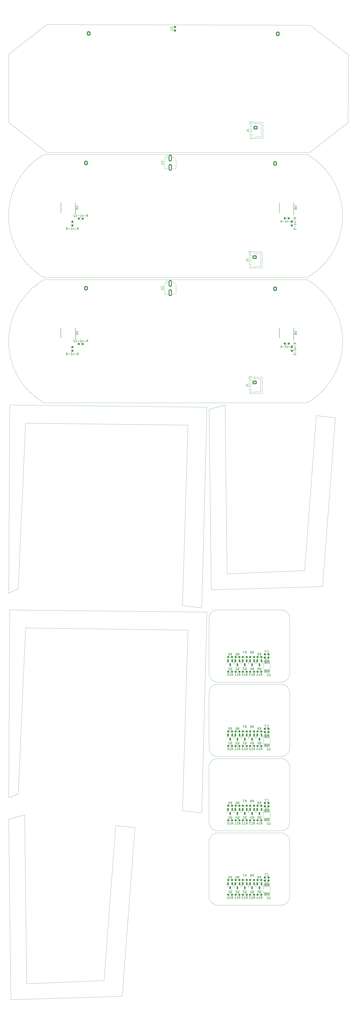
<source format=gbr>
%TF.GenerationSoftware,KiCad,Pcbnew,7.0.6-7.0.6~ubuntu20.04.1*%
%TF.CreationDate,2023-07-11T09:29:22+02:00*%
%TF.ProjectId,output_panel2023-07-11_072908.4244690000,6f757470-7574-45f7-9061-6e656c323032,rev?*%
%TF.SameCoordinates,Original*%
%TF.FileFunction,Legend,Bot*%
%TF.FilePolarity,Positive*%
%FSLAX45Y45*%
G04 Gerber Fmt 4.5, Leading zero omitted, Abs format (unit mm)*
G04 Created by KiCad (PCBNEW 7.0.6-7.0.6~ubuntu20.04.1) date 2023-07-11 09:29:22*
%MOMM*%
%LPD*%
G01*
G04 APERTURE LIST*
G04 Aperture macros list*
%AMRoundRect*
0 Rectangle with rounded corners*
0 $1 Rounding radius*
0 $2 $3 $4 $5 $6 $7 $8 $9 X,Y pos of 4 corners*
0 Add a 4 corners polygon primitive as box body*
4,1,4,$2,$3,$4,$5,$6,$7,$8,$9,$2,$3,0*
0 Add four circle primitives for the rounded corners*
1,1,$1+$1,$2,$3*
1,1,$1+$1,$4,$5*
1,1,$1+$1,$6,$7*
1,1,$1+$1,$8,$9*
0 Add four rect primitives between the rounded corners*
20,1,$1+$1,$2,$3,$4,$5,0*
20,1,$1+$1,$4,$5,$6,$7,0*
20,1,$1+$1,$6,$7,$8,$9,0*
20,1,$1+$1,$8,$9,$2,$3,0*%
G04 Aperture macros list end*
%TA.AperFunction,Profile*%
%ADD10C,0.100000*%
%TD*%
%TA.AperFunction,Profile*%
%ADD11C,0.050000*%
%TD*%
%ADD12C,0.150000*%
%ADD13C,0.120000*%
%ADD14C,5.600000*%
%ADD15RoundRect,0.250000X0.600000X0.725000X-0.600000X0.725000X-0.600000X-0.725000X0.600000X-0.725000X0*%
%ADD16O,1.700000X1.950000*%
%ADD17R,1.700000X1.700000*%
%ADD18O,1.700000X1.700000*%
%ADD19RoundRect,0.237500X-0.250000X-0.237500X0.250000X-0.237500X0.250000X0.237500X-0.250000X0.237500X0*%
%ADD20RoundRect,0.150000X-0.150000X0.587500X-0.150000X-0.587500X0.150000X-0.587500X0.150000X0.587500X0*%
%ADD21R,0.400000X1.000000*%
%ADD22RoundRect,0.237500X0.300000X0.237500X-0.300000X0.237500X-0.300000X-0.237500X0.300000X-0.237500X0*%
%ADD23RoundRect,0.237500X0.237500X-0.250000X0.237500X0.250000X-0.237500X0.250000X-0.237500X-0.250000X0*%
%ADD24RoundRect,0.250000X-0.750000X0.600000X-0.750000X-0.600000X0.750000X-0.600000X0.750000X0.600000X0*%
%ADD25O,2.000000X1.700000*%
%ADD26RoundRect,0.100000X-0.100000X0.712500X-0.100000X-0.712500X0.100000X-0.712500X0.100000X0.712500X0*%
%ADD27RoundRect,0.237500X0.250000X0.237500X-0.250000X0.237500X-0.250000X-0.237500X0.250000X-0.237500X0*%
%ADD28RoundRect,0.237500X-0.237500X0.300000X-0.237500X-0.300000X0.237500X-0.300000X0.237500X0.300000X0*%
%ADD29RoundRect,0.250000X-0.550000X1.250000X-0.550000X-1.250000X0.550000X-1.250000X0.550000X1.250000X0*%
G04 APERTURE END LIST*
D10*
X13299982Y-35019691D02*
X13299982Y-37619691D01*
D11*
X4549997Y-45067694D02*
X899996Y-45217694D01*
X99999Y-17969997D02*
X9399999Y-18069997D01*
D10*
X13299982Y-28019691D02*
X13299982Y-30619691D01*
D11*
X9149999Y-37169688D02*
X8249999Y-37069688D01*
D10*
X13299982Y-38519691D02*
X13299982Y-41119691D01*
X9899982Y-27619691D02*
X12899982Y-27619691D01*
D11*
X14123822Y-17870000D02*
G75*
G03*
X14123822Y-12070000I-1674316J2900000D01*
G01*
D10*
X12899982Y-34519692D02*
G75*
G03*
X13299982Y-34119691I-2J400002D01*
G01*
D11*
X49999Y-26819997D02*
X99999Y-17969997D01*
D10*
X16070000Y-1480000D02*
X16050000Y-4670000D01*
D11*
X1723822Y-12070000D02*
G75*
G03*
X1723822Y-17870000I1674316J-2900000D01*
G01*
D10*
X9499979Y-37619691D02*
G75*
G03*
X9899982Y-38019691I400001J1D01*
G01*
X1723822Y-6170000D02*
X14123822Y-6170000D01*
X1850000Y-50000D02*
X14270000Y-90000D01*
D11*
X49996Y-37467694D02*
X149997Y-45967694D01*
D10*
X9899982Y-34619691D02*
X12899982Y-34619691D01*
D11*
X899996Y-45217694D02*
X799996Y-37267694D01*
D10*
X9899982Y-38119692D02*
G75*
G03*
X9499982Y-38519691I-2J-399998D01*
G01*
D11*
X9399999Y-27719688D02*
X9149999Y-37169688D01*
D10*
X1850000Y-6070000D02*
X50000Y-4670000D01*
X13299979Y-38519691D02*
G75*
G03*
X12899982Y-38119691I-399999J1D01*
G01*
D11*
X499999Y-26619997D02*
X49999Y-26819997D01*
D10*
X14270000Y-90000D02*
X16070000Y-1480000D01*
X1723822Y-17870000D02*
X14123822Y-17870000D01*
X13299979Y-28019691D02*
G75*
G03*
X12899982Y-27619691I-399999J1D01*
G01*
X1723822Y-11970000D02*
X14123822Y-11970000D01*
X9899982Y-31119691D02*
X12899982Y-31119691D01*
D11*
X8499999Y-28569688D02*
X849999Y-28469688D01*
X849999Y-18819997D02*
X499999Y-26619997D01*
D10*
X14250000Y-6070000D02*
X1850000Y-6070000D01*
X1723822Y-12070000D02*
X14123822Y-12070000D01*
D11*
X14123822Y-11970000D02*
G75*
G03*
X14123822Y-6170000I-1674316J2900000D01*
G01*
D10*
X9899982Y-38119691D02*
X12899982Y-38119691D01*
X13299979Y-31519691D02*
G75*
G03*
X12899982Y-31119691I-399999J1D01*
G01*
D11*
X8249999Y-27419997D02*
X8499999Y-18919997D01*
D10*
X16050000Y-4670000D02*
X14250000Y-6070000D01*
X50000Y-1450000D02*
X1850000Y-50000D01*
X13299982Y-31519691D02*
X13299982Y-34119691D01*
X9499979Y-41119691D02*
G75*
G03*
X9899982Y-41519691I400001J1D01*
G01*
D11*
X10349978Y-25918311D02*
X10249978Y-17968311D01*
X9499978Y-18168311D02*
X9599978Y-26668311D01*
D10*
X13299979Y-35019691D02*
G75*
G03*
X12899982Y-34619691I-399999J1D01*
G01*
X9499979Y-30619691D02*
G75*
G03*
X9899982Y-31019691I400001J1D01*
G01*
X12899982Y-38019691D02*
X9899982Y-38019691D01*
D11*
X8249999Y-37069688D02*
X8499999Y-28569688D01*
X499999Y-36269688D02*
X49999Y-36469688D01*
D10*
X12899982Y-41519692D02*
G75*
G03*
X13299982Y-41119691I-2J400002D01*
G01*
D11*
X14549978Y-18468311D02*
X13999978Y-25768311D01*
X5399997Y-45817694D02*
X5999996Y-37867694D01*
X14849978Y-26518311D02*
X15449978Y-18568311D01*
X15449978Y-18568311D02*
X14549978Y-18468311D01*
D10*
X9499982Y-30619691D02*
X9499982Y-28019691D01*
D11*
X9149999Y-27519997D02*
X8249999Y-27419997D01*
D10*
X9499979Y-34119691D02*
G75*
G03*
X9899982Y-34519691I400001J1D01*
G01*
D11*
X13999978Y-25768311D02*
X10349978Y-25918311D01*
D10*
X9499982Y-37619691D02*
X9499982Y-35019691D01*
X9899982Y-34619692D02*
G75*
G03*
X9499982Y-35019691I-2J-399998D01*
G01*
X9899982Y-27619692D02*
G75*
G03*
X9499982Y-28019691I-2J-399998D01*
G01*
X9499982Y-34119691D02*
X9499982Y-31519691D01*
D11*
X49999Y-36469688D02*
X99999Y-27619688D01*
X99999Y-27619688D02*
X9399999Y-27719688D01*
X149997Y-45967694D02*
X5399997Y-45817694D01*
D10*
X12899982Y-34519691D02*
X9899982Y-34519691D01*
D11*
X1723822Y-6170000D02*
G75*
G03*
X1723822Y-11970000I1674316J-2900000D01*
G01*
X849999Y-28469688D02*
X499999Y-36269688D01*
D10*
X9899982Y-31119692D02*
G75*
G03*
X9499982Y-31519691I-2J-399998D01*
G01*
X12899982Y-31019692D02*
G75*
G03*
X13299982Y-30619691I-2J400002D01*
G01*
D11*
X8499999Y-18919997D02*
X849999Y-18819997D01*
D10*
X12899982Y-41519691D02*
X9899982Y-41519691D01*
D11*
X9399999Y-18069997D02*
X9149999Y-27519997D01*
D10*
X50000Y-4670000D02*
X50000Y-1450000D01*
X12899982Y-31019691D02*
X9899982Y-31019691D01*
D11*
X5099997Y-37767694D02*
X4549997Y-45067694D01*
X799996Y-37267694D02*
X49996Y-37467694D01*
D10*
X12899982Y-38019692D02*
G75*
G03*
X13299982Y-37619691I-2J400002D01*
G01*
D11*
X5999996Y-37867694D02*
X5099997Y-37767694D01*
X9599978Y-26668311D02*
X14849978Y-26518311D01*
D10*
X9499982Y-41119691D02*
X9499982Y-38519691D01*
D11*
X10249978Y-17968311D02*
X9499978Y-18168311D01*
D12*
X11201648Y-40170173D02*
X11234982Y-40122554D01*
X11258791Y-40170173D02*
X11258791Y-40070173D01*
X11258791Y-40070173D02*
X11220696Y-40070173D01*
X11220696Y-40070173D02*
X11211172Y-40074935D01*
X11211172Y-40074935D02*
X11206410Y-40079697D01*
X11206410Y-40079697D02*
X11201648Y-40089221D01*
X11201648Y-40089221D02*
X11201648Y-40103506D01*
X11201648Y-40103506D02*
X11206410Y-40113030D01*
X11206410Y-40113030D02*
X11211172Y-40117792D01*
X11211172Y-40117792D02*
X11220696Y-40122554D01*
X11220696Y-40122554D02*
X11258791Y-40122554D01*
X11168315Y-40070173D02*
X11101648Y-40070173D01*
X11101648Y-40070173D02*
X11144505Y-40170173D01*
X10904267Y-37718173D02*
X10937601Y-37670554D01*
X10961410Y-37718173D02*
X10961410Y-37618173D01*
X10961410Y-37618173D02*
X10923315Y-37618173D01*
X10923315Y-37618173D02*
X10913791Y-37622935D01*
X10913791Y-37622935D02*
X10909029Y-37627697D01*
X10909029Y-37627697D02*
X10904267Y-37637221D01*
X10904267Y-37637221D02*
X10904267Y-37651506D01*
X10904267Y-37651506D02*
X10909029Y-37661030D01*
X10909029Y-37661030D02*
X10913791Y-37665792D01*
X10913791Y-37665792D02*
X10923315Y-37670554D01*
X10923315Y-37670554D02*
X10961410Y-37670554D01*
X10809029Y-37718173D02*
X10866172Y-37718173D01*
X10837601Y-37718173D02*
X10837601Y-37618173D01*
X10837601Y-37618173D02*
X10847125Y-37632459D01*
X10847125Y-37632459D02*
X10856648Y-37641982D01*
X10856648Y-37641982D02*
X10866172Y-37646744D01*
X10713791Y-37718173D02*
X10770934Y-37718173D01*
X10742363Y-37718173D02*
X10742363Y-37618173D01*
X10742363Y-37618173D02*
X10751886Y-37632459D01*
X10751886Y-37632459D02*
X10761410Y-37641982D01*
X10761410Y-37641982D02*
X10770934Y-37646744D01*
X11249267Y-30718173D02*
X11282601Y-30670554D01*
X11306410Y-30718173D02*
X11306410Y-30618173D01*
X11306410Y-30618173D02*
X11268315Y-30618173D01*
X11268315Y-30618173D02*
X11258791Y-30622935D01*
X11258791Y-30622935D02*
X11254029Y-30627697D01*
X11254029Y-30627697D02*
X11249267Y-30637220D01*
X11249267Y-30637220D02*
X11249267Y-30651506D01*
X11249267Y-30651506D02*
X11254029Y-30661030D01*
X11254029Y-30661030D02*
X11258791Y-30665792D01*
X11258791Y-30665792D02*
X11268315Y-30670554D01*
X11268315Y-30670554D02*
X11306410Y-30670554D01*
X11154029Y-30718173D02*
X11211172Y-30718173D01*
X11182601Y-30718173D02*
X11182601Y-30618173D01*
X11182601Y-30618173D02*
X11192124Y-30632459D01*
X11192124Y-30632459D02*
X11201648Y-30641982D01*
X11201648Y-30641982D02*
X11211172Y-30646744D01*
X11115934Y-30627697D02*
X11111172Y-30622935D01*
X11111172Y-30622935D02*
X11101648Y-30618173D01*
X11101648Y-30618173D02*
X11077839Y-30618173D01*
X11077839Y-30618173D02*
X11068315Y-30622935D01*
X11068315Y-30622935D02*
X11063553Y-30627697D01*
X11063553Y-30627697D02*
X11058791Y-30637220D01*
X11058791Y-30637220D02*
X11058791Y-30646744D01*
X11058791Y-30646744D02*
X11063553Y-30661030D01*
X11063553Y-30661030D02*
X11120696Y-30718173D01*
X11120696Y-30718173D02*
X11058791Y-30718173D01*
X10504506Y-33944697D02*
X10514029Y-33939935D01*
X10514029Y-33939935D02*
X10523553Y-33930411D01*
X10523553Y-33930411D02*
X10537839Y-33916125D01*
X10537839Y-33916125D02*
X10547363Y-33911363D01*
X10547363Y-33911363D02*
X10556886Y-33911363D01*
X10552125Y-33935173D02*
X10561648Y-33930411D01*
X10561648Y-33930411D02*
X10571172Y-33920887D01*
X10571172Y-33920887D02*
X10575934Y-33901840D01*
X10575934Y-33901840D02*
X10575934Y-33868506D01*
X10575934Y-33868506D02*
X10571172Y-33849459D01*
X10571172Y-33849459D02*
X10561648Y-33839935D01*
X10561648Y-33839935D02*
X10552125Y-33835173D01*
X10552125Y-33835173D02*
X10533077Y-33835173D01*
X10533077Y-33835173D02*
X10523553Y-33839935D01*
X10523553Y-33839935D02*
X10514029Y-33849459D01*
X10514029Y-33849459D02*
X10509267Y-33868506D01*
X10509267Y-33868506D02*
X10509267Y-33901840D01*
X10509267Y-33901840D02*
X10514029Y-33920887D01*
X10514029Y-33920887D02*
X10523553Y-33930411D01*
X10523553Y-33930411D02*
X10533077Y-33935173D01*
X10533077Y-33935173D02*
X10552125Y-33935173D01*
X10414029Y-33935173D02*
X10471172Y-33935173D01*
X10442601Y-33935173D02*
X10442601Y-33835173D01*
X10442601Y-33835173D02*
X10452125Y-33849459D01*
X10452125Y-33849459D02*
X10461648Y-33858982D01*
X10461648Y-33858982D02*
X10471172Y-33863744D01*
X10559267Y-30718173D02*
X10592601Y-30670554D01*
X10616410Y-30718173D02*
X10616410Y-30618173D01*
X10616410Y-30618173D02*
X10578315Y-30618173D01*
X10578315Y-30618173D02*
X10568791Y-30622935D01*
X10568791Y-30622935D02*
X10564029Y-30627697D01*
X10564029Y-30627697D02*
X10559267Y-30637220D01*
X10559267Y-30637220D02*
X10559267Y-30651506D01*
X10559267Y-30651506D02*
X10564029Y-30661030D01*
X10564029Y-30661030D02*
X10568791Y-30665792D01*
X10568791Y-30665792D02*
X10578315Y-30670554D01*
X10578315Y-30670554D02*
X10616410Y-30670554D01*
X10464029Y-30718173D02*
X10521172Y-30718173D01*
X10492601Y-30718173D02*
X10492601Y-30618173D01*
X10492601Y-30618173D02*
X10502125Y-30632459D01*
X10502125Y-30632459D02*
X10511648Y-30641982D01*
X10511648Y-30641982D02*
X10521172Y-30646744D01*
X10402125Y-30618173D02*
X10392601Y-30618173D01*
X10392601Y-30618173D02*
X10383077Y-30622935D01*
X10383077Y-30622935D02*
X10378315Y-30627697D01*
X10378315Y-30627697D02*
X10373553Y-30637220D01*
X10373553Y-30637220D02*
X10368791Y-30656268D01*
X10368791Y-30656268D02*
X10368791Y-30680078D01*
X10368791Y-30680078D02*
X10373553Y-30699125D01*
X10373553Y-30699125D02*
X10378315Y-30708649D01*
X10378315Y-30708649D02*
X10383077Y-30713411D01*
X10383077Y-30713411D02*
X10392601Y-30718173D01*
X10392601Y-30718173D02*
X10402125Y-30718173D01*
X10402125Y-30718173D02*
X10411648Y-30713411D01*
X10411648Y-30713411D02*
X10416410Y-30708649D01*
X10416410Y-30708649D02*
X10421172Y-30699125D01*
X10421172Y-30699125D02*
X10425934Y-30680078D01*
X10425934Y-30680078D02*
X10425934Y-30656268D01*
X10425934Y-30656268D02*
X10421172Y-30637220D01*
X10421172Y-30637220D02*
X10416410Y-30627697D01*
X10416410Y-30627697D02*
X10411648Y-30622935D01*
X10411648Y-30622935D02*
X10402125Y-30618173D01*
X13530304Y-14503809D02*
X13611256Y-14503809D01*
X13611256Y-14503809D02*
X13620780Y-14508571D01*
X13620780Y-14508571D02*
X13625542Y-14513333D01*
X13625542Y-14513333D02*
X13630304Y-14522857D01*
X13630304Y-14522857D02*
X13630304Y-14541904D01*
X13630304Y-14541904D02*
X13625542Y-14551428D01*
X13625542Y-14551428D02*
X13620780Y-14556190D01*
X13620780Y-14556190D02*
X13611256Y-14560952D01*
X13611256Y-14560952D02*
X13530304Y-14560952D01*
X13530304Y-14651428D02*
X13530304Y-14632381D01*
X13530304Y-14632381D02*
X13535066Y-14622857D01*
X13535066Y-14622857D02*
X13539828Y-14618095D01*
X13539828Y-14618095D02*
X13554114Y-14608571D01*
X13554114Y-14608571D02*
X13573161Y-14603809D01*
X13573161Y-14603809D02*
X13611256Y-14603809D01*
X13611256Y-14603809D02*
X13620780Y-14608571D01*
X13620780Y-14608571D02*
X13625542Y-14613333D01*
X13625542Y-14613333D02*
X13630304Y-14622857D01*
X13630304Y-14622857D02*
X13630304Y-14641904D01*
X13630304Y-14641904D02*
X13625542Y-14651428D01*
X13625542Y-14651428D02*
X13620780Y-14656190D01*
X13620780Y-14656190D02*
X13611256Y-14660952D01*
X13611256Y-14660952D02*
X13587447Y-14660952D01*
X13587447Y-14660952D02*
X13577923Y-14656190D01*
X13577923Y-14656190D02*
X13573161Y-14651428D01*
X13573161Y-14651428D02*
X13568399Y-14641904D01*
X13568399Y-14641904D02*
X13568399Y-14622857D01*
X13568399Y-14622857D02*
X13573161Y-14613333D01*
X13573161Y-14613333D02*
X13577923Y-14608571D01*
X13577923Y-14608571D02*
X13587447Y-14603809D01*
X11539505Y-30444697D02*
X11549029Y-30439935D01*
X11549029Y-30439935D02*
X11558553Y-30430411D01*
X11558553Y-30430411D02*
X11572839Y-30416125D01*
X11572839Y-30416125D02*
X11582363Y-30411363D01*
X11582363Y-30411363D02*
X11591886Y-30411363D01*
X11587124Y-30435173D02*
X11596648Y-30430411D01*
X11596648Y-30430411D02*
X11606172Y-30420887D01*
X11606172Y-30420887D02*
X11610934Y-30401839D01*
X11610934Y-30401839D02*
X11610934Y-30368506D01*
X11610934Y-30368506D02*
X11606172Y-30349459D01*
X11606172Y-30349459D02*
X11596648Y-30339935D01*
X11596648Y-30339935D02*
X11587124Y-30335173D01*
X11587124Y-30335173D02*
X11568077Y-30335173D01*
X11568077Y-30335173D02*
X11558553Y-30339935D01*
X11558553Y-30339935D02*
X11549029Y-30349459D01*
X11549029Y-30349459D02*
X11544267Y-30368506D01*
X11544267Y-30368506D02*
X11544267Y-30401839D01*
X11544267Y-30401839D02*
X11549029Y-30420887D01*
X11549029Y-30420887D02*
X11558553Y-30430411D01*
X11558553Y-30430411D02*
X11568077Y-30435173D01*
X11568077Y-30435173D02*
X11587124Y-30435173D01*
X11458553Y-30368506D02*
X11458553Y-30435173D01*
X11482363Y-30330411D02*
X11506172Y-30401839D01*
X11506172Y-30401839D02*
X11444267Y-30401839D01*
X11539505Y-40944697D02*
X11549029Y-40939935D01*
X11549029Y-40939935D02*
X11558553Y-40930411D01*
X11558553Y-40930411D02*
X11572839Y-40916125D01*
X11572839Y-40916125D02*
X11582363Y-40911363D01*
X11582363Y-40911363D02*
X11591886Y-40911363D01*
X11587124Y-40935173D02*
X11596648Y-40930411D01*
X11596648Y-40930411D02*
X11606172Y-40920887D01*
X11606172Y-40920887D02*
X11610934Y-40901840D01*
X11610934Y-40901840D02*
X11610934Y-40868506D01*
X11610934Y-40868506D02*
X11606172Y-40849459D01*
X11606172Y-40849459D02*
X11596648Y-40839935D01*
X11596648Y-40839935D02*
X11587124Y-40835173D01*
X11587124Y-40835173D02*
X11568077Y-40835173D01*
X11568077Y-40835173D02*
X11558553Y-40839935D01*
X11558553Y-40839935D02*
X11549029Y-40849459D01*
X11549029Y-40849459D02*
X11544267Y-40868506D01*
X11544267Y-40868506D02*
X11544267Y-40901840D01*
X11544267Y-40901840D02*
X11549029Y-40920887D01*
X11549029Y-40920887D02*
X11558553Y-40930411D01*
X11558553Y-40930411D02*
X11568077Y-40935173D01*
X11568077Y-40935173D02*
X11587124Y-40935173D01*
X11458553Y-40868506D02*
X11458553Y-40935173D01*
X11482363Y-40830411D02*
X11506172Y-40901840D01*
X11506172Y-40901840D02*
X11444267Y-40901840D01*
X12231648Y-37035649D02*
X12236410Y-37040411D01*
X12236410Y-37040411D02*
X12250696Y-37045173D01*
X12250696Y-37045173D02*
X12260220Y-37045173D01*
X12260220Y-37045173D02*
X12274505Y-37040411D01*
X12274505Y-37040411D02*
X12284029Y-37030887D01*
X12284029Y-37030887D02*
X12288791Y-37021363D01*
X12288791Y-37021363D02*
X12293553Y-37002316D01*
X12293553Y-37002316D02*
X12293553Y-36988030D01*
X12293553Y-36988030D02*
X12288791Y-36968982D01*
X12288791Y-36968982D02*
X12284029Y-36959459D01*
X12284029Y-36959459D02*
X12274505Y-36949935D01*
X12274505Y-36949935D02*
X12260220Y-36945173D01*
X12260220Y-36945173D02*
X12250696Y-36945173D01*
X12250696Y-36945173D02*
X12236410Y-36949935D01*
X12236410Y-36949935D02*
X12231648Y-36954697D01*
X12145934Y-36945173D02*
X12164982Y-36945173D01*
X12164982Y-36945173D02*
X12174505Y-36949935D01*
X12174505Y-36949935D02*
X12179267Y-36954697D01*
X12179267Y-36954697D02*
X12188791Y-36968982D01*
X12188791Y-36968982D02*
X12193553Y-36988030D01*
X12193553Y-36988030D02*
X12193553Y-37026125D01*
X12193553Y-37026125D02*
X12188791Y-37035649D01*
X12188791Y-37035649D02*
X12184029Y-37040411D01*
X12184029Y-37040411D02*
X12174505Y-37045173D01*
X12174505Y-37045173D02*
X12155458Y-37045173D01*
X12155458Y-37045173D02*
X12145934Y-37040411D01*
X12145934Y-37040411D02*
X12141172Y-37035649D01*
X12141172Y-37035649D02*
X12136410Y-37026125D01*
X12136410Y-37026125D02*
X12136410Y-37002316D01*
X12136410Y-37002316D02*
X12141172Y-36992792D01*
X12141172Y-36992792D02*
X12145934Y-36988030D01*
X12145934Y-36988030D02*
X12155458Y-36983268D01*
X12155458Y-36983268D02*
X12174505Y-36983268D01*
X12174505Y-36983268D02*
X12184029Y-36988030D01*
X12184029Y-36988030D02*
X12188791Y-36992792D01*
X12188791Y-36992792D02*
X12193553Y-37002316D01*
X11546648Y-36670173D02*
X11579982Y-36622554D01*
X11603791Y-36670173D02*
X11603791Y-36570173D01*
X11603791Y-36570173D02*
X11565696Y-36570173D01*
X11565696Y-36570173D02*
X11556172Y-36574935D01*
X11556172Y-36574935D02*
X11551410Y-36579697D01*
X11551410Y-36579697D02*
X11546648Y-36589221D01*
X11546648Y-36589221D02*
X11546648Y-36603506D01*
X11546648Y-36603506D02*
X11551410Y-36613030D01*
X11551410Y-36613030D02*
X11556172Y-36617792D01*
X11556172Y-36617792D02*
X11565696Y-36622554D01*
X11565696Y-36622554D02*
X11603791Y-36622554D01*
X11489505Y-36613030D02*
X11499029Y-36608268D01*
X11499029Y-36608268D02*
X11503791Y-36603506D01*
X11503791Y-36603506D02*
X11508553Y-36593982D01*
X11508553Y-36593982D02*
X11508553Y-36589221D01*
X11508553Y-36589221D02*
X11503791Y-36579697D01*
X11503791Y-36579697D02*
X11499029Y-36574935D01*
X11499029Y-36574935D02*
X11489505Y-36570173D01*
X11489505Y-36570173D02*
X11470458Y-36570173D01*
X11470458Y-36570173D02*
X11460934Y-36574935D01*
X11460934Y-36574935D02*
X11456172Y-36579697D01*
X11456172Y-36579697D02*
X11451410Y-36589221D01*
X11451410Y-36589221D02*
X11451410Y-36593982D01*
X11451410Y-36593982D02*
X11456172Y-36603506D01*
X11456172Y-36603506D02*
X11460934Y-36608268D01*
X11460934Y-36608268D02*
X11470458Y-36613030D01*
X11470458Y-36613030D02*
X11489505Y-36613030D01*
X11489505Y-36613030D02*
X11499029Y-36617792D01*
X11499029Y-36617792D02*
X11503791Y-36622554D01*
X11503791Y-36622554D02*
X11508553Y-36632078D01*
X11508553Y-36632078D02*
X11508553Y-36651125D01*
X11508553Y-36651125D02*
X11503791Y-36660649D01*
X11503791Y-36660649D02*
X11499029Y-36665411D01*
X11499029Y-36665411D02*
X11489505Y-36670173D01*
X11489505Y-36670173D02*
X11470458Y-36670173D01*
X11470458Y-36670173D02*
X11460934Y-36665411D01*
X11460934Y-36665411D02*
X11456172Y-36660649D01*
X11456172Y-36660649D02*
X11451410Y-36651125D01*
X11451410Y-36651125D02*
X11451410Y-36632078D01*
X11451410Y-36632078D02*
X11456172Y-36622554D01*
X11456172Y-36622554D02*
X11460934Y-36617792D01*
X11460934Y-36617792D02*
X11470458Y-36613030D01*
X12231648Y-30035649D02*
X12236410Y-30040411D01*
X12236410Y-30040411D02*
X12250696Y-30045173D01*
X12250696Y-30045173D02*
X12260220Y-30045173D01*
X12260220Y-30045173D02*
X12274505Y-30040411D01*
X12274505Y-30040411D02*
X12284029Y-30030887D01*
X12284029Y-30030887D02*
X12288791Y-30021363D01*
X12288791Y-30021363D02*
X12293553Y-30002316D01*
X12293553Y-30002316D02*
X12293553Y-29988030D01*
X12293553Y-29988030D02*
X12288791Y-29968982D01*
X12288791Y-29968982D02*
X12284029Y-29959459D01*
X12284029Y-29959459D02*
X12274505Y-29949935D01*
X12274505Y-29949935D02*
X12260220Y-29945173D01*
X12260220Y-29945173D02*
X12250696Y-29945173D01*
X12250696Y-29945173D02*
X12236410Y-29949935D01*
X12236410Y-29949935D02*
X12231648Y-29954697D01*
X12145934Y-29945173D02*
X12164982Y-29945173D01*
X12164982Y-29945173D02*
X12174505Y-29949935D01*
X12174505Y-29949935D02*
X12179267Y-29954697D01*
X12179267Y-29954697D02*
X12188791Y-29968982D01*
X12188791Y-29968982D02*
X12193553Y-29988030D01*
X12193553Y-29988030D02*
X12193553Y-30026125D01*
X12193553Y-30026125D02*
X12188791Y-30035649D01*
X12188791Y-30035649D02*
X12184029Y-30040411D01*
X12184029Y-30040411D02*
X12174505Y-30045173D01*
X12174505Y-30045173D02*
X12155458Y-30045173D01*
X12155458Y-30045173D02*
X12145934Y-30040411D01*
X12145934Y-30040411D02*
X12141172Y-30035649D01*
X12141172Y-30035649D02*
X12136410Y-30026125D01*
X12136410Y-30026125D02*
X12136410Y-30002316D01*
X12136410Y-30002316D02*
X12141172Y-29992792D01*
X12141172Y-29992792D02*
X12145934Y-29988030D01*
X12145934Y-29988030D02*
X12155458Y-29983268D01*
X12155458Y-29983268D02*
X12174505Y-29983268D01*
X12174505Y-29983268D02*
X12184029Y-29988030D01*
X12184029Y-29988030D02*
X12188791Y-29992792D01*
X12188791Y-29992792D02*
X12193553Y-30002316D01*
X11194505Y-33944697D02*
X11204029Y-33939935D01*
X11204029Y-33939935D02*
X11213553Y-33930411D01*
X11213553Y-33930411D02*
X11227839Y-33916125D01*
X11227839Y-33916125D02*
X11237363Y-33911363D01*
X11237363Y-33911363D02*
X11246886Y-33911363D01*
X11242124Y-33935173D02*
X11251648Y-33930411D01*
X11251648Y-33930411D02*
X11261172Y-33920887D01*
X11261172Y-33920887D02*
X11265934Y-33901840D01*
X11265934Y-33901840D02*
X11265934Y-33868506D01*
X11265934Y-33868506D02*
X11261172Y-33849459D01*
X11261172Y-33849459D02*
X11251648Y-33839935D01*
X11251648Y-33839935D02*
X11242124Y-33835173D01*
X11242124Y-33835173D02*
X11223077Y-33835173D01*
X11223077Y-33835173D02*
X11213553Y-33839935D01*
X11213553Y-33839935D02*
X11204029Y-33849459D01*
X11204029Y-33849459D02*
X11199267Y-33868506D01*
X11199267Y-33868506D02*
X11199267Y-33901840D01*
X11199267Y-33901840D02*
X11204029Y-33920887D01*
X11204029Y-33920887D02*
X11213553Y-33930411D01*
X11213553Y-33930411D02*
X11223077Y-33935173D01*
X11223077Y-33935173D02*
X11242124Y-33935173D01*
X11165934Y-33835173D02*
X11104029Y-33835173D01*
X11104029Y-33835173D02*
X11137363Y-33873268D01*
X11137363Y-33873268D02*
X11123077Y-33873268D01*
X11123077Y-33873268D02*
X11113553Y-33878030D01*
X11113553Y-33878030D02*
X11108791Y-33882792D01*
X11108791Y-33882792D02*
X11104029Y-33892316D01*
X11104029Y-33892316D02*
X11104029Y-33916125D01*
X11104029Y-33916125D02*
X11108791Y-33925649D01*
X11108791Y-33925649D02*
X11113553Y-33930411D01*
X11113553Y-33930411D02*
X11123077Y-33935173D01*
X11123077Y-33935173D02*
X11151648Y-33935173D01*
X11151648Y-33935173D02*
X11161172Y-33930411D01*
X11161172Y-33930411D02*
X11165934Y-33925649D01*
X11939267Y-30718173D02*
X11972601Y-30670554D01*
X11996410Y-30718173D02*
X11996410Y-30618173D01*
X11996410Y-30618173D02*
X11958315Y-30618173D01*
X11958315Y-30618173D02*
X11948791Y-30622935D01*
X11948791Y-30622935D02*
X11944029Y-30627697D01*
X11944029Y-30627697D02*
X11939267Y-30637220D01*
X11939267Y-30637220D02*
X11939267Y-30651506D01*
X11939267Y-30651506D02*
X11944029Y-30661030D01*
X11944029Y-30661030D02*
X11948791Y-30665792D01*
X11948791Y-30665792D02*
X11958315Y-30670554D01*
X11958315Y-30670554D02*
X11996410Y-30670554D01*
X11844029Y-30718173D02*
X11901172Y-30718173D01*
X11872601Y-30718173D02*
X11872601Y-30618173D01*
X11872601Y-30618173D02*
X11882124Y-30632459D01*
X11882124Y-30632459D02*
X11891648Y-30641982D01*
X11891648Y-30641982D02*
X11901172Y-30646744D01*
X11758315Y-30651506D02*
X11758315Y-30718173D01*
X11782124Y-30613411D02*
X11805934Y-30684839D01*
X11805934Y-30684839D02*
X11744029Y-30684839D01*
X11884505Y-40944697D02*
X11894029Y-40939935D01*
X11894029Y-40939935D02*
X11903553Y-40930411D01*
X11903553Y-40930411D02*
X11917839Y-40916125D01*
X11917839Y-40916125D02*
X11927363Y-40911363D01*
X11927363Y-40911363D02*
X11936886Y-40911363D01*
X11932124Y-40935173D02*
X11941648Y-40930411D01*
X11941648Y-40930411D02*
X11951172Y-40920887D01*
X11951172Y-40920887D02*
X11955934Y-40901840D01*
X11955934Y-40901840D02*
X11955934Y-40868506D01*
X11955934Y-40868506D02*
X11951172Y-40849459D01*
X11951172Y-40849459D02*
X11941648Y-40839935D01*
X11941648Y-40839935D02*
X11932124Y-40835173D01*
X11932124Y-40835173D02*
X11913077Y-40835173D01*
X11913077Y-40835173D02*
X11903553Y-40839935D01*
X11903553Y-40839935D02*
X11894029Y-40849459D01*
X11894029Y-40849459D02*
X11889267Y-40868506D01*
X11889267Y-40868506D02*
X11889267Y-40901840D01*
X11889267Y-40901840D02*
X11894029Y-40920887D01*
X11894029Y-40920887D02*
X11903553Y-40930411D01*
X11903553Y-40930411D02*
X11913077Y-40935173D01*
X11913077Y-40935173D02*
X11932124Y-40935173D01*
X11798791Y-40835173D02*
X11846410Y-40835173D01*
X11846410Y-40835173D02*
X11851172Y-40882792D01*
X11851172Y-40882792D02*
X11846410Y-40878030D01*
X11846410Y-40878030D02*
X11836886Y-40873268D01*
X11836886Y-40873268D02*
X11813077Y-40873268D01*
X11813077Y-40873268D02*
X11803553Y-40878030D01*
X11803553Y-40878030D02*
X11798791Y-40882792D01*
X11798791Y-40882792D02*
X11794029Y-40892316D01*
X11794029Y-40892316D02*
X11794029Y-40916125D01*
X11794029Y-40916125D02*
X11798791Y-40925649D01*
X11798791Y-40925649D02*
X11803553Y-40930411D01*
X11803553Y-40930411D02*
X11813077Y-40935173D01*
X11813077Y-40935173D02*
X11836886Y-40935173D01*
X11836886Y-40935173D02*
X11846410Y-40930411D01*
X11846410Y-40930411D02*
X11851172Y-40925649D01*
X10504506Y-37444697D02*
X10514029Y-37439935D01*
X10514029Y-37439935D02*
X10523553Y-37430411D01*
X10523553Y-37430411D02*
X10537839Y-37416125D01*
X10537839Y-37416125D02*
X10547363Y-37411363D01*
X10547363Y-37411363D02*
X10556886Y-37411363D01*
X10552125Y-37435173D02*
X10561648Y-37430411D01*
X10561648Y-37430411D02*
X10571172Y-37420887D01*
X10571172Y-37420887D02*
X10575934Y-37401840D01*
X10575934Y-37401840D02*
X10575934Y-37368506D01*
X10575934Y-37368506D02*
X10571172Y-37349459D01*
X10571172Y-37349459D02*
X10561648Y-37339935D01*
X10561648Y-37339935D02*
X10552125Y-37335173D01*
X10552125Y-37335173D02*
X10533077Y-37335173D01*
X10533077Y-37335173D02*
X10523553Y-37339935D01*
X10523553Y-37339935D02*
X10514029Y-37349459D01*
X10514029Y-37349459D02*
X10509267Y-37368506D01*
X10509267Y-37368506D02*
X10509267Y-37401840D01*
X10509267Y-37401840D02*
X10514029Y-37420887D01*
X10514029Y-37420887D02*
X10523553Y-37430411D01*
X10523553Y-37430411D02*
X10533077Y-37435173D01*
X10533077Y-37435173D02*
X10552125Y-37435173D01*
X10414029Y-37435173D02*
X10471172Y-37435173D01*
X10442601Y-37435173D02*
X10442601Y-37335173D01*
X10442601Y-37335173D02*
X10452125Y-37349459D01*
X10452125Y-37349459D02*
X10461648Y-37358982D01*
X10461648Y-37358982D02*
X10471172Y-37363744D01*
X11546648Y-40170173D02*
X11579982Y-40122554D01*
X11603791Y-40170173D02*
X11603791Y-40070173D01*
X11603791Y-40070173D02*
X11565696Y-40070173D01*
X11565696Y-40070173D02*
X11556172Y-40074935D01*
X11556172Y-40074935D02*
X11551410Y-40079697D01*
X11551410Y-40079697D02*
X11546648Y-40089221D01*
X11546648Y-40089221D02*
X11546648Y-40103506D01*
X11546648Y-40103506D02*
X11551410Y-40113030D01*
X11551410Y-40113030D02*
X11556172Y-40117792D01*
X11556172Y-40117792D02*
X11565696Y-40122554D01*
X11565696Y-40122554D02*
X11603791Y-40122554D01*
X11489505Y-40113030D02*
X11499029Y-40108268D01*
X11499029Y-40108268D02*
X11503791Y-40103506D01*
X11503791Y-40103506D02*
X11508553Y-40093982D01*
X11508553Y-40093982D02*
X11508553Y-40089221D01*
X11508553Y-40089221D02*
X11503791Y-40079697D01*
X11503791Y-40079697D02*
X11499029Y-40074935D01*
X11499029Y-40074935D02*
X11489505Y-40070173D01*
X11489505Y-40070173D02*
X11470458Y-40070173D01*
X11470458Y-40070173D02*
X11460934Y-40074935D01*
X11460934Y-40074935D02*
X11456172Y-40079697D01*
X11456172Y-40079697D02*
X11451410Y-40089221D01*
X11451410Y-40089221D02*
X11451410Y-40093982D01*
X11451410Y-40093982D02*
X11456172Y-40103506D01*
X11456172Y-40103506D02*
X11460934Y-40108268D01*
X11460934Y-40108268D02*
X11470458Y-40113030D01*
X11470458Y-40113030D02*
X11489505Y-40113030D01*
X11489505Y-40113030D02*
X11499029Y-40117792D01*
X11499029Y-40117792D02*
X11503791Y-40122554D01*
X11503791Y-40122554D02*
X11508553Y-40132078D01*
X11508553Y-40132078D02*
X11508553Y-40151125D01*
X11508553Y-40151125D02*
X11503791Y-40160649D01*
X11503791Y-40160649D02*
X11499029Y-40165411D01*
X11499029Y-40165411D02*
X11489505Y-40170173D01*
X11489505Y-40170173D02*
X11470458Y-40170173D01*
X11470458Y-40170173D02*
X11460934Y-40165411D01*
X11460934Y-40165411D02*
X11456172Y-40160649D01*
X11456172Y-40160649D02*
X11451410Y-40151125D01*
X11451410Y-40151125D02*
X11451410Y-40132078D01*
X11451410Y-40132078D02*
X11456172Y-40122554D01*
X11456172Y-40122554D02*
X11460934Y-40117792D01*
X11460934Y-40117792D02*
X11470458Y-40113030D01*
X11194505Y-37444697D02*
X11204029Y-37439935D01*
X11204029Y-37439935D02*
X11213553Y-37430411D01*
X11213553Y-37430411D02*
X11227839Y-37416125D01*
X11227839Y-37416125D02*
X11237363Y-37411363D01*
X11237363Y-37411363D02*
X11246886Y-37411363D01*
X11242124Y-37435173D02*
X11251648Y-37430411D01*
X11251648Y-37430411D02*
X11261172Y-37420887D01*
X11261172Y-37420887D02*
X11265934Y-37401840D01*
X11265934Y-37401840D02*
X11265934Y-37368506D01*
X11265934Y-37368506D02*
X11261172Y-37349459D01*
X11261172Y-37349459D02*
X11251648Y-37339935D01*
X11251648Y-37339935D02*
X11242124Y-37335173D01*
X11242124Y-37335173D02*
X11223077Y-37335173D01*
X11223077Y-37335173D02*
X11213553Y-37339935D01*
X11213553Y-37339935D02*
X11204029Y-37349459D01*
X11204029Y-37349459D02*
X11199267Y-37368506D01*
X11199267Y-37368506D02*
X11199267Y-37401840D01*
X11199267Y-37401840D02*
X11204029Y-37420887D01*
X11204029Y-37420887D02*
X11213553Y-37430411D01*
X11213553Y-37430411D02*
X11223077Y-37435173D01*
X11223077Y-37435173D02*
X11242124Y-37435173D01*
X11165934Y-37335173D02*
X11104029Y-37335173D01*
X11104029Y-37335173D02*
X11137363Y-37373268D01*
X11137363Y-37373268D02*
X11123077Y-37373268D01*
X11123077Y-37373268D02*
X11113553Y-37378030D01*
X11113553Y-37378030D02*
X11108791Y-37382792D01*
X11108791Y-37382792D02*
X11104029Y-37392316D01*
X11104029Y-37392316D02*
X11104029Y-37416125D01*
X11104029Y-37416125D02*
X11108791Y-37425649D01*
X11108791Y-37425649D02*
X11113553Y-37430411D01*
X11113553Y-37430411D02*
X11123077Y-37435173D01*
X11123077Y-37435173D02*
X11151648Y-37435173D01*
X11151648Y-37435173D02*
X11161172Y-37430411D01*
X11161172Y-37430411D02*
X11165934Y-37425649D01*
X12231648Y-33535649D02*
X12236410Y-33540411D01*
X12236410Y-33540411D02*
X12250696Y-33545173D01*
X12250696Y-33545173D02*
X12260220Y-33545173D01*
X12260220Y-33545173D02*
X12274505Y-33540411D01*
X12274505Y-33540411D02*
X12284029Y-33530887D01*
X12284029Y-33530887D02*
X12288791Y-33521363D01*
X12288791Y-33521363D02*
X12293553Y-33502316D01*
X12293553Y-33502316D02*
X12293553Y-33488030D01*
X12293553Y-33488030D02*
X12288791Y-33468982D01*
X12288791Y-33468982D02*
X12284029Y-33459459D01*
X12284029Y-33459459D02*
X12274505Y-33449935D01*
X12274505Y-33449935D02*
X12260220Y-33445173D01*
X12260220Y-33445173D02*
X12250696Y-33445173D01*
X12250696Y-33445173D02*
X12236410Y-33449935D01*
X12236410Y-33449935D02*
X12231648Y-33454697D01*
X12145934Y-33445173D02*
X12164982Y-33445173D01*
X12164982Y-33445173D02*
X12174505Y-33449935D01*
X12174505Y-33449935D02*
X12179267Y-33454697D01*
X12179267Y-33454697D02*
X12188791Y-33468982D01*
X12188791Y-33468982D02*
X12193553Y-33488030D01*
X12193553Y-33488030D02*
X12193553Y-33526125D01*
X12193553Y-33526125D02*
X12188791Y-33535649D01*
X12188791Y-33535649D02*
X12184029Y-33540411D01*
X12184029Y-33540411D02*
X12174505Y-33545173D01*
X12174505Y-33545173D02*
X12155458Y-33545173D01*
X12155458Y-33545173D02*
X12145934Y-33540411D01*
X12145934Y-33540411D02*
X12141172Y-33535649D01*
X12141172Y-33535649D02*
X12136410Y-33526125D01*
X12136410Y-33526125D02*
X12136410Y-33502316D01*
X12136410Y-33502316D02*
X12141172Y-33492792D01*
X12141172Y-33492792D02*
X12145934Y-33488030D01*
X12145934Y-33488030D02*
X12155458Y-33483268D01*
X12155458Y-33483268D02*
X12174505Y-33483268D01*
X12174505Y-33483268D02*
X12184029Y-33488030D01*
X12184029Y-33488030D02*
X12188791Y-33492792D01*
X12188791Y-33492792D02*
X12193553Y-33502316D01*
X11201648Y-33170173D02*
X11234982Y-33122554D01*
X11258791Y-33170173D02*
X11258791Y-33070173D01*
X11258791Y-33070173D02*
X11220696Y-33070173D01*
X11220696Y-33070173D02*
X11211172Y-33074935D01*
X11211172Y-33074935D02*
X11206410Y-33079697D01*
X11206410Y-33079697D02*
X11201648Y-33089220D01*
X11201648Y-33089220D02*
X11201648Y-33103506D01*
X11201648Y-33103506D02*
X11206410Y-33113030D01*
X11206410Y-33113030D02*
X11211172Y-33117792D01*
X11211172Y-33117792D02*
X11220696Y-33122554D01*
X11220696Y-33122554D02*
X11258791Y-33122554D01*
X11168315Y-33070173D02*
X11101648Y-33070173D01*
X11101648Y-33070173D02*
X11144505Y-33170173D01*
X13593304Y-9203809D02*
X13545685Y-9170476D01*
X13593304Y-9146666D02*
X13493304Y-9146666D01*
X13493304Y-9146666D02*
X13493304Y-9184762D01*
X13493304Y-9184762D02*
X13498066Y-9194285D01*
X13498066Y-9194285D02*
X13502828Y-9199047D01*
X13502828Y-9199047D02*
X13512352Y-9203809D01*
X13512352Y-9203809D02*
X13526637Y-9203809D01*
X13526637Y-9203809D02*
X13536161Y-9199047D01*
X13536161Y-9199047D02*
X13540923Y-9194285D01*
X13540923Y-9194285D02*
X13545685Y-9184762D01*
X13545685Y-9184762D02*
X13545685Y-9146666D01*
X13555209Y-9246666D02*
X13555209Y-9322857D01*
X13526637Y-9360952D02*
X13593304Y-9384762D01*
X13593304Y-9384762D02*
X13526637Y-9408571D01*
X13593304Y-9499047D02*
X13593304Y-9441905D01*
X13593304Y-9470476D02*
X13493304Y-9470476D01*
X13493304Y-9470476D02*
X13507590Y-9460952D01*
X13507590Y-9460952D02*
X13517114Y-9451428D01*
X13517114Y-9451428D02*
X13521875Y-9441905D01*
X13555209Y-9541905D02*
X13555209Y-9618095D01*
X13493304Y-9713333D02*
X13493304Y-9665714D01*
X13493304Y-9665714D02*
X13540923Y-9660952D01*
X13540923Y-9660952D02*
X13536161Y-9665714D01*
X13536161Y-9665714D02*
X13531399Y-9675238D01*
X13531399Y-9675238D02*
X13531399Y-9699047D01*
X13531399Y-9699047D02*
X13536161Y-9708571D01*
X13536161Y-9708571D02*
X13540923Y-9713333D01*
X13540923Y-9713333D02*
X13550447Y-9718095D01*
X13550447Y-9718095D02*
X13574256Y-9718095D01*
X13574256Y-9718095D02*
X13583780Y-9713333D01*
X13583780Y-9713333D02*
X13588542Y-9708571D01*
X13588542Y-9708571D02*
X13593304Y-9699047D01*
X13593304Y-9699047D02*
X13593304Y-9675238D01*
X13593304Y-9675238D02*
X13588542Y-9665714D01*
X13588542Y-9665714D02*
X13583780Y-9660952D01*
X10904267Y-30718173D02*
X10937601Y-30670554D01*
X10961410Y-30718173D02*
X10961410Y-30618173D01*
X10961410Y-30618173D02*
X10923315Y-30618173D01*
X10923315Y-30618173D02*
X10913791Y-30622935D01*
X10913791Y-30622935D02*
X10909029Y-30627697D01*
X10909029Y-30627697D02*
X10904267Y-30637220D01*
X10904267Y-30637220D02*
X10904267Y-30651506D01*
X10904267Y-30651506D02*
X10909029Y-30661030D01*
X10909029Y-30661030D02*
X10913791Y-30665792D01*
X10913791Y-30665792D02*
X10923315Y-30670554D01*
X10923315Y-30670554D02*
X10961410Y-30670554D01*
X10809029Y-30718173D02*
X10866172Y-30718173D01*
X10837601Y-30718173D02*
X10837601Y-30618173D01*
X10837601Y-30618173D02*
X10847125Y-30632459D01*
X10847125Y-30632459D02*
X10856648Y-30641982D01*
X10856648Y-30641982D02*
X10866172Y-30646744D01*
X10713791Y-30718173D02*
X10770934Y-30718173D01*
X10742363Y-30718173D02*
X10742363Y-30618173D01*
X10742363Y-30618173D02*
X10751886Y-30632459D01*
X10751886Y-30632459D02*
X10761410Y-30641982D01*
X10761410Y-30641982D02*
X10770934Y-30646744D01*
X12231648Y-40535649D02*
X12236410Y-40540411D01*
X12236410Y-40540411D02*
X12250696Y-40545173D01*
X12250696Y-40545173D02*
X12260220Y-40545173D01*
X12260220Y-40545173D02*
X12274505Y-40540411D01*
X12274505Y-40540411D02*
X12284029Y-40530887D01*
X12284029Y-40530887D02*
X12288791Y-40521363D01*
X12288791Y-40521363D02*
X12293553Y-40502316D01*
X12293553Y-40502316D02*
X12293553Y-40488030D01*
X12293553Y-40488030D02*
X12288791Y-40468982D01*
X12288791Y-40468982D02*
X12284029Y-40459459D01*
X12284029Y-40459459D02*
X12274505Y-40449935D01*
X12274505Y-40449935D02*
X12260220Y-40445173D01*
X12260220Y-40445173D02*
X12250696Y-40445173D01*
X12250696Y-40445173D02*
X12236410Y-40449935D01*
X12236410Y-40449935D02*
X12231648Y-40454697D01*
X12145934Y-40445173D02*
X12164982Y-40445173D01*
X12164982Y-40445173D02*
X12174505Y-40449935D01*
X12174505Y-40449935D02*
X12179267Y-40454697D01*
X12179267Y-40454697D02*
X12188791Y-40468982D01*
X12188791Y-40468982D02*
X12193553Y-40488030D01*
X12193553Y-40488030D02*
X12193553Y-40526125D01*
X12193553Y-40526125D02*
X12188791Y-40535649D01*
X12188791Y-40535649D02*
X12184029Y-40540411D01*
X12184029Y-40540411D02*
X12174505Y-40545173D01*
X12174505Y-40545173D02*
X12155458Y-40545173D01*
X12155458Y-40545173D02*
X12145934Y-40540411D01*
X12145934Y-40540411D02*
X12141172Y-40535649D01*
X12141172Y-40535649D02*
X12136410Y-40526125D01*
X12136410Y-40526125D02*
X12136410Y-40502316D01*
X12136410Y-40502316D02*
X12141172Y-40492792D01*
X12141172Y-40492792D02*
X12145934Y-40488030D01*
X12145934Y-40488030D02*
X12155458Y-40483268D01*
X12155458Y-40483268D02*
X12174505Y-40483268D01*
X12174505Y-40483268D02*
X12184029Y-40488030D01*
X12184029Y-40488030D02*
X12188791Y-40492792D01*
X12188791Y-40492792D02*
X12193553Y-40502316D01*
X11241804Y-17001666D02*
X11313233Y-17001666D01*
X11313233Y-17001666D02*
X11327518Y-16996904D01*
X11327518Y-16996904D02*
X11337042Y-16987381D01*
X11337042Y-16987381D02*
X11341804Y-16973095D01*
X11341804Y-16973095D02*
X11341804Y-16963571D01*
X11341804Y-17101666D02*
X11341804Y-17044524D01*
X11341804Y-17073095D02*
X11241804Y-17073095D01*
X11241804Y-17073095D02*
X11256090Y-17063571D01*
X11256090Y-17063571D02*
X11265614Y-17054047D01*
X11265614Y-17054047D02*
X11270375Y-17044524D01*
X12396172Y-37625173D02*
X12396172Y-37706125D01*
X12396172Y-37706125D02*
X12391410Y-37715649D01*
X12391410Y-37715649D02*
X12386648Y-37720411D01*
X12386648Y-37720411D02*
X12377124Y-37725173D01*
X12377124Y-37725173D02*
X12358077Y-37725173D01*
X12358077Y-37725173D02*
X12348553Y-37720411D01*
X12348553Y-37720411D02*
X12343791Y-37715649D01*
X12343791Y-37715649D02*
X12339029Y-37706125D01*
X12339029Y-37706125D02*
X12339029Y-37625173D01*
X12296172Y-37634697D02*
X12291410Y-37629935D01*
X12291410Y-37629935D02*
X12281886Y-37625173D01*
X12281886Y-37625173D02*
X12258077Y-37625173D01*
X12258077Y-37625173D02*
X12248553Y-37629935D01*
X12248553Y-37629935D02*
X12243791Y-37634697D01*
X12243791Y-37634697D02*
X12239029Y-37644221D01*
X12239029Y-37644221D02*
X12239029Y-37653744D01*
X12239029Y-37653744D02*
X12243791Y-37668030D01*
X12243791Y-37668030D02*
X12300934Y-37725173D01*
X12300934Y-37725173D02*
X12239029Y-37725173D01*
X11884505Y-33944697D02*
X11894029Y-33939935D01*
X11894029Y-33939935D02*
X11903553Y-33930411D01*
X11903553Y-33930411D02*
X11917839Y-33916125D01*
X11917839Y-33916125D02*
X11927363Y-33911363D01*
X11927363Y-33911363D02*
X11936886Y-33911363D01*
X11932124Y-33935173D02*
X11941648Y-33930411D01*
X11941648Y-33930411D02*
X11951172Y-33920887D01*
X11951172Y-33920887D02*
X11955934Y-33901840D01*
X11955934Y-33901840D02*
X11955934Y-33868506D01*
X11955934Y-33868506D02*
X11951172Y-33849459D01*
X11951172Y-33849459D02*
X11941648Y-33839935D01*
X11941648Y-33839935D02*
X11932124Y-33835173D01*
X11932124Y-33835173D02*
X11913077Y-33835173D01*
X11913077Y-33835173D02*
X11903553Y-33839935D01*
X11903553Y-33839935D02*
X11894029Y-33849459D01*
X11894029Y-33849459D02*
X11889267Y-33868506D01*
X11889267Y-33868506D02*
X11889267Y-33901840D01*
X11889267Y-33901840D02*
X11894029Y-33920887D01*
X11894029Y-33920887D02*
X11903553Y-33930411D01*
X11903553Y-33930411D02*
X11913077Y-33935173D01*
X11913077Y-33935173D02*
X11932124Y-33935173D01*
X11798791Y-33835173D02*
X11846410Y-33835173D01*
X11846410Y-33835173D02*
X11851172Y-33882792D01*
X11851172Y-33882792D02*
X11846410Y-33878030D01*
X11846410Y-33878030D02*
X11836886Y-33873268D01*
X11836886Y-33873268D02*
X11813077Y-33873268D01*
X11813077Y-33873268D02*
X11803553Y-33878030D01*
X11803553Y-33878030D02*
X11798791Y-33882792D01*
X11798791Y-33882792D02*
X11794029Y-33892316D01*
X11794029Y-33892316D02*
X11794029Y-33916125D01*
X11794029Y-33916125D02*
X11798791Y-33925649D01*
X11798791Y-33925649D02*
X11803553Y-33930411D01*
X11803553Y-33930411D02*
X11813077Y-33935173D01*
X11813077Y-33935173D02*
X11836886Y-33935173D01*
X11836886Y-33935173D02*
X11846410Y-33930411D01*
X11846410Y-33930411D02*
X11851172Y-33925649D01*
X11539505Y-37444697D02*
X11549029Y-37439935D01*
X11549029Y-37439935D02*
X11558553Y-37430411D01*
X11558553Y-37430411D02*
X11572839Y-37416125D01*
X11572839Y-37416125D02*
X11582363Y-37411363D01*
X11582363Y-37411363D02*
X11591886Y-37411363D01*
X11587124Y-37435173D02*
X11596648Y-37430411D01*
X11596648Y-37430411D02*
X11606172Y-37420887D01*
X11606172Y-37420887D02*
X11610934Y-37401840D01*
X11610934Y-37401840D02*
X11610934Y-37368506D01*
X11610934Y-37368506D02*
X11606172Y-37349459D01*
X11606172Y-37349459D02*
X11596648Y-37339935D01*
X11596648Y-37339935D02*
X11587124Y-37335173D01*
X11587124Y-37335173D02*
X11568077Y-37335173D01*
X11568077Y-37335173D02*
X11558553Y-37339935D01*
X11558553Y-37339935D02*
X11549029Y-37349459D01*
X11549029Y-37349459D02*
X11544267Y-37368506D01*
X11544267Y-37368506D02*
X11544267Y-37401840D01*
X11544267Y-37401840D02*
X11549029Y-37420887D01*
X11549029Y-37420887D02*
X11558553Y-37430411D01*
X11558553Y-37430411D02*
X11568077Y-37435173D01*
X11568077Y-37435173D02*
X11587124Y-37435173D01*
X11458553Y-37368506D02*
X11458553Y-37435173D01*
X11482363Y-37330411D02*
X11506172Y-37401840D01*
X11506172Y-37401840D02*
X11444267Y-37401840D01*
X10856648Y-40255173D02*
X10889982Y-40207554D01*
X10913791Y-40255173D02*
X10913791Y-40155173D01*
X10913791Y-40155173D02*
X10875696Y-40155173D01*
X10875696Y-40155173D02*
X10866172Y-40159935D01*
X10866172Y-40159935D02*
X10861410Y-40164697D01*
X10861410Y-40164697D02*
X10856648Y-40174221D01*
X10856648Y-40174221D02*
X10856648Y-40188506D01*
X10856648Y-40188506D02*
X10861410Y-40198030D01*
X10861410Y-40198030D02*
X10866172Y-40202792D01*
X10866172Y-40202792D02*
X10875696Y-40207554D01*
X10875696Y-40207554D02*
X10913791Y-40207554D01*
X10770934Y-40155173D02*
X10789982Y-40155173D01*
X10789982Y-40155173D02*
X10799505Y-40159935D01*
X10799505Y-40159935D02*
X10804267Y-40164697D01*
X10804267Y-40164697D02*
X10813791Y-40178982D01*
X10813791Y-40178982D02*
X10818553Y-40198030D01*
X10818553Y-40198030D02*
X10818553Y-40236125D01*
X10818553Y-40236125D02*
X10813791Y-40245649D01*
X10813791Y-40245649D02*
X10809029Y-40250411D01*
X10809029Y-40250411D02*
X10799505Y-40255173D01*
X10799505Y-40255173D02*
X10780458Y-40255173D01*
X10780458Y-40255173D02*
X10770934Y-40250411D01*
X10770934Y-40250411D02*
X10766172Y-40245649D01*
X10766172Y-40245649D02*
X10761410Y-40236125D01*
X10761410Y-40236125D02*
X10761410Y-40212316D01*
X10761410Y-40212316D02*
X10766172Y-40202792D01*
X10766172Y-40202792D02*
X10770934Y-40198030D01*
X10770934Y-40198030D02*
X10780458Y-40193268D01*
X10780458Y-40193268D02*
X10799505Y-40193268D01*
X10799505Y-40193268D02*
X10809029Y-40198030D01*
X10809029Y-40198030D02*
X10813791Y-40202792D01*
X10813791Y-40202792D02*
X10818553Y-40212316D01*
X12231648Y-40125649D02*
X12236410Y-40130411D01*
X12236410Y-40130411D02*
X12250696Y-40135173D01*
X12250696Y-40135173D02*
X12260220Y-40135173D01*
X12260220Y-40135173D02*
X12274505Y-40130411D01*
X12274505Y-40130411D02*
X12284029Y-40120887D01*
X12284029Y-40120887D02*
X12288791Y-40111363D01*
X12288791Y-40111363D02*
X12293553Y-40092316D01*
X12293553Y-40092316D02*
X12293553Y-40078030D01*
X12293553Y-40078030D02*
X12288791Y-40058982D01*
X12288791Y-40058982D02*
X12284029Y-40049459D01*
X12284029Y-40049459D02*
X12274505Y-40039935D01*
X12274505Y-40039935D02*
X12260220Y-40035173D01*
X12260220Y-40035173D02*
X12250696Y-40035173D01*
X12250696Y-40035173D02*
X12236410Y-40039935D01*
X12236410Y-40039935D02*
X12231648Y-40044697D01*
X12198315Y-40035173D02*
X12131648Y-40035173D01*
X12131648Y-40035173D02*
X12174505Y-40135173D01*
X12231648Y-36625649D02*
X12236410Y-36630411D01*
X12236410Y-36630411D02*
X12250696Y-36635173D01*
X12250696Y-36635173D02*
X12260220Y-36635173D01*
X12260220Y-36635173D02*
X12274505Y-36630411D01*
X12274505Y-36630411D02*
X12284029Y-36620887D01*
X12284029Y-36620887D02*
X12288791Y-36611363D01*
X12288791Y-36611363D02*
X12293553Y-36592316D01*
X12293553Y-36592316D02*
X12293553Y-36578030D01*
X12293553Y-36578030D02*
X12288791Y-36558982D01*
X12288791Y-36558982D02*
X12284029Y-36549459D01*
X12284029Y-36549459D02*
X12274505Y-36539935D01*
X12274505Y-36539935D02*
X12260220Y-36535173D01*
X12260220Y-36535173D02*
X12250696Y-36535173D01*
X12250696Y-36535173D02*
X12236410Y-36539935D01*
X12236410Y-36539935D02*
X12231648Y-36544697D01*
X12198315Y-36535173D02*
X12131648Y-36535173D01*
X12131648Y-36535173D02*
X12174505Y-36635173D01*
X10856648Y-29755173D02*
X10889982Y-29707554D01*
X10913791Y-29755173D02*
X10913791Y-29655173D01*
X10913791Y-29655173D02*
X10875696Y-29655173D01*
X10875696Y-29655173D02*
X10866172Y-29659935D01*
X10866172Y-29659935D02*
X10861410Y-29664697D01*
X10861410Y-29664697D02*
X10856648Y-29674220D01*
X10856648Y-29674220D02*
X10856648Y-29688506D01*
X10856648Y-29688506D02*
X10861410Y-29698030D01*
X10861410Y-29698030D02*
X10866172Y-29702792D01*
X10866172Y-29702792D02*
X10875696Y-29707554D01*
X10875696Y-29707554D02*
X10913791Y-29707554D01*
X10770934Y-29655173D02*
X10789982Y-29655173D01*
X10789982Y-29655173D02*
X10799505Y-29659935D01*
X10799505Y-29659935D02*
X10804267Y-29664697D01*
X10804267Y-29664697D02*
X10813791Y-29678982D01*
X10813791Y-29678982D02*
X10818553Y-29698030D01*
X10818553Y-29698030D02*
X10818553Y-29736125D01*
X10818553Y-29736125D02*
X10813791Y-29745649D01*
X10813791Y-29745649D02*
X10809029Y-29750411D01*
X10809029Y-29750411D02*
X10799505Y-29755173D01*
X10799505Y-29755173D02*
X10780458Y-29755173D01*
X10780458Y-29755173D02*
X10770934Y-29750411D01*
X10770934Y-29750411D02*
X10766172Y-29745649D01*
X10766172Y-29745649D02*
X10761410Y-29736125D01*
X10761410Y-29736125D02*
X10761410Y-29712316D01*
X10761410Y-29712316D02*
X10766172Y-29702792D01*
X10766172Y-29702792D02*
X10770934Y-29698030D01*
X10770934Y-29698030D02*
X10780458Y-29693268D01*
X10780458Y-29693268D02*
X10799505Y-29693268D01*
X10799505Y-29693268D02*
X10809029Y-29698030D01*
X10809029Y-29698030D02*
X10813791Y-29702792D01*
X10813791Y-29702792D02*
X10818553Y-29712316D01*
X11939267Y-37718173D02*
X11972601Y-37670554D01*
X11996410Y-37718173D02*
X11996410Y-37618173D01*
X11996410Y-37618173D02*
X11958315Y-37618173D01*
X11958315Y-37618173D02*
X11948791Y-37622935D01*
X11948791Y-37622935D02*
X11944029Y-37627697D01*
X11944029Y-37627697D02*
X11939267Y-37637221D01*
X11939267Y-37637221D02*
X11939267Y-37651506D01*
X11939267Y-37651506D02*
X11944029Y-37661030D01*
X11944029Y-37661030D02*
X11948791Y-37665792D01*
X11948791Y-37665792D02*
X11958315Y-37670554D01*
X11958315Y-37670554D02*
X11996410Y-37670554D01*
X11844029Y-37718173D02*
X11901172Y-37718173D01*
X11872601Y-37718173D02*
X11872601Y-37618173D01*
X11872601Y-37618173D02*
X11882124Y-37632459D01*
X11882124Y-37632459D02*
X11891648Y-37641982D01*
X11891648Y-37641982D02*
X11901172Y-37646744D01*
X11758315Y-37651506D02*
X11758315Y-37718173D01*
X11782124Y-37613411D02*
X11805934Y-37684840D01*
X11805934Y-37684840D02*
X11744029Y-37684840D01*
X12231648Y-29625649D02*
X12236410Y-29630411D01*
X12236410Y-29630411D02*
X12250696Y-29635173D01*
X12250696Y-29635173D02*
X12260220Y-29635173D01*
X12260220Y-29635173D02*
X12274505Y-29630411D01*
X12274505Y-29630411D02*
X12284029Y-29620887D01*
X12284029Y-29620887D02*
X12288791Y-29611363D01*
X12288791Y-29611363D02*
X12293553Y-29592316D01*
X12293553Y-29592316D02*
X12293553Y-29578030D01*
X12293553Y-29578030D02*
X12288791Y-29558982D01*
X12288791Y-29558982D02*
X12284029Y-29549459D01*
X12284029Y-29549459D02*
X12274505Y-29539935D01*
X12274505Y-29539935D02*
X12260220Y-29535173D01*
X12260220Y-29535173D02*
X12250696Y-29535173D01*
X12250696Y-29535173D02*
X12236410Y-29539935D01*
X12236410Y-29539935D02*
X12231648Y-29544697D01*
X12198315Y-29535173D02*
X12131648Y-29535173D01*
X12131648Y-29535173D02*
X12174505Y-29635173D01*
X11280482Y-5001666D02*
X11351910Y-5001666D01*
X11351910Y-5001666D02*
X11366196Y-4996904D01*
X11366196Y-4996904D02*
X11375720Y-4987381D01*
X11375720Y-4987381D02*
X11380482Y-4973095D01*
X11380482Y-4973095D02*
X11380482Y-4963571D01*
X11380482Y-5101666D02*
X11380482Y-5044524D01*
X11380482Y-5073095D02*
X11280482Y-5073095D01*
X11280482Y-5073095D02*
X11294768Y-5063571D01*
X11294768Y-5063571D02*
X11304291Y-5054047D01*
X11304291Y-5054047D02*
X11309053Y-5044524D01*
X12396172Y-34125173D02*
X12396172Y-34206125D01*
X12396172Y-34206125D02*
X12391410Y-34215649D01*
X12391410Y-34215649D02*
X12386648Y-34220411D01*
X12386648Y-34220411D02*
X12377124Y-34225173D01*
X12377124Y-34225173D02*
X12358077Y-34225173D01*
X12358077Y-34225173D02*
X12348553Y-34220411D01*
X12348553Y-34220411D02*
X12343791Y-34215649D01*
X12343791Y-34215649D02*
X12339029Y-34206125D01*
X12339029Y-34206125D02*
X12339029Y-34125173D01*
X12296172Y-34134697D02*
X12291410Y-34129935D01*
X12291410Y-34129935D02*
X12281886Y-34125173D01*
X12281886Y-34125173D02*
X12258077Y-34125173D01*
X12258077Y-34125173D02*
X12248553Y-34129935D01*
X12248553Y-34129935D02*
X12243791Y-34134697D01*
X12243791Y-34134697D02*
X12239029Y-34144221D01*
X12239029Y-34144221D02*
X12239029Y-34153744D01*
X12239029Y-34153744D02*
X12243791Y-34168030D01*
X12243791Y-34168030D02*
X12300934Y-34225173D01*
X12300934Y-34225173D02*
X12239029Y-34225173D01*
X10511648Y-29755173D02*
X10544982Y-29707554D01*
X10568791Y-29755173D02*
X10568791Y-29655173D01*
X10568791Y-29655173D02*
X10530696Y-29655173D01*
X10530696Y-29655173D02*
X10521172Y-29659935D01*
X10521172Y-29659935D02*
X10516410Y-29664697D01*
X10516410Y-29664697D02*
X10511648Y-29674220D01*
X10511648Y-29674220D02*
X10511648Y-29688506D01*
X10511648Y-29688506D02*
X10516410Y-29698030D01*
X10516410Y-29698030D02*
X10521172Y-29702792D01*
X10521172Y-29702792D02*
X10530696Y-29707554D01*
X10530696Y-29707554D02*
X10568791Y-29707554D01*
X10421172Y-29655173D02*
X10468791Y-29655173D01*
X10468791Y-29655173D02*
X10473553Y-29702792D01*
X10473553Y-29702792D02*
X10468791Y-29698030D01*
X10468791Y-29698030D02*
X10459267Y-29693268D01*
X10459267Y-29693268D02*
X10435458Y-29693268D01*
X10435458Y-29693268D02*
X10425934Y-29698030D01*
X10425934Y-29698030D02*
X10421172Y-29702792D01*
X10421172Y-29702792D02*
X10416410Y-29712316D01*
X10416410Y-29712316D02*
X10416410Y-29736125D01*
X10416410Y-29736125D02*
X10421172Y-29745649D01*
X10421172Y-29745649D02*
X10425934Y-29750411D01*
X10425934Y-29750411D02*
X10435458Y-29755173D01*
X10435458Y-29755173D02*
X10459267Y-29755173D01*
X10459267Y-29755173D02*
X10468791Y-29750411D01*
X10468791Y-29750411D02*
X10473553Y-29745649D01*
X11891648Y-33255173D02*
X11924982Y-33207554D01*
X11948791Y-33255173D02*
X11948791Y-33155173D01*
X11948791Y-33155173D02*
X11910696Y-33155173D01*
X11910696Y-33155173D02*
X11901172Y-33159935D01*
X11901172Y-33159935D02*
X11896410Y-33164697D01*
X11896410Y-33164697D02*
X11891648Y-33174220D01*
X11891648Y-33174220D02*
X11891648Y-33188506D01*
X11891648Y-33188506D02*
X11896410Y-33198030D01*
X11896410Y-33198030D02*
X11901172Y-33202792D01*
X11901172Y-33202792D02*
X11910696Y-33207554D01*
X11910696Y-33207554D02*
X11948791Y-33207554D01*
X11844029Y-33255173D02*
X11824982Y-33255173D01*
X11824982Y-33255173D02*
X11815458Y-33250411D01*
X11815458Y-33250411D02*
X11810696Y-33245649D01*
X11810696Y-33245649D02*
X11801172Y-33231363D01*
X11801172Y-33231363D02*
X11796410Y-33212316D01*
X11796410Y-33212316D02*
X11796410Y-33174220D01*
X11796410Y-33174220D02*
X11801172Y-33164697D01*
X11801172Y-33164697D02*
X11805934Y-33159935D01*
X11805934Y-33159935D02*
X11815458Y-33155173D01*
X11815458Y-33155173D02*
X11834505Y-33155173D01*
X11834505Y-33155173D02*
X11844029Y-33159935D01*
X11844029Y-33159935D02*
X11848791Y-33164697D01*
X11848791Y-33164697D02*
X11853553Y-33174220D01*
X11853553Y-33174220D02*
X11853553Y-33198030D01*
X11853553Y-33198030D02*
X11848791Y-33207554D01*
X11848791Y-33207554D02*
X11844029Y-33212316D01*
X11844029Y-33212316D02*
X11834505Y-33217078D01*
X11834505Y-33217078D02*
X11815458Y-33217078D01*
X11815458Y-33217078D02*
X11805934Y-33212316D01*
X11805934Y-33212316D02*
X11801172Y-33207554D01*
X11801172Y-33207554D02*
X11796410Y-33198030D01*
X11939267Y-41218173D02*
X11972601Y-41170554D01*
X11996410Y-41218173D02*
X11996410Y-41118173D01*
X11996410Y-41118173D02*
X11958315Y-41118173D01*
X11958315Y-41118173D02*
X11948791Y-41122935D01*
X11948791Y-41122935D02*
X11944029Y-41127697D01*
X11944029Y-41127697D02*
X11939267Y-41137221D01*
X11939267Y-41137221D02*
X11939267Y-41151506D01*
X11939267Y-41151506D02*
X11944029Y-41161030D01*
X11944029Y-41161030D02*
X11948791Y-41165792D01*
X11948791Y-41165792D02*
X11958315Y-41170554D01*
X11958315Y-41170554D02*
X11996410Y-41170554D01*
X11844029Y-41218173D02*
X11901172Y-41218173D01*
X11872601Y-41218173D02*
X11872601Y-41118173D01*
X11872601Y-41118173D02*
X11882124Y-41132459D01*
X11882124Y-41132459D02*
X11891648Y-41141982D01*
X11891648Y-41141982D02*
X11901172Y-41146744D01*
X11758315Y-41151506D02*
X11758315Y-41218173D01*
X11782124Y-41113411D02*
X11805934Y-41184840D01*
X11805934Y-41184840D02*
X11744029Y-41184840D01*
X11249267Y-37718173D02*
X11282601Y-37670554D01*
X11306410Y-37718173D02*
X11306410Y-37618173D01*
X11306410Y-37618173D02*
X11268315Y-37618173D01*
X11268315Y-37618173D02*
X11258791Y-37622935D01*
X11258791Y-37622935D02*
X11254029Y-37627697D01*
X11254029Y-37627697D02*
X11249267Y-37637221D01*
X11249267Y-37637221D02*
X11249267Y-37651506D01*
X11249267Y-37651506D02*
X11254029Y-37661030D01*
X11254029Y-37661030D02*
X11258791Y-37665792D01*
X11258791Y-37665792D02*
X11268315Y-37670554D01*
X11268315Y-37670554D02*
X11306410Y-37670554D01*
X11154029Y-37718173D02*
X11211172Y-37718173D01*
X11182601Y-37718173D02*
X11182601Y-37618173D01*
X11182601Y-37618173D02*
X11192124Y-37632459D01*
X11192124Y-37632459D02*
X11201648Y-37641982D01*
X11201648Y-37641982D02*
X11211172Y-37646744D01*
X11115934Y-37627697D02*
X11111172Y-37622935D01*
X11111172Y-37622935D02*
X11101648Y-37618173D01*
X11101648Y-37618173D02*
X11077839Y-37618173D01*
X11077839Y-37618173D02*
X11068315Y-37622935D01*
X11068315Y-37622935D02*
X11063553Y-37627697D01*
X11063553Y-37627697D02*
X11058791Y-37637221D01*
X11058791Y-37637221D02*
X11058791Y-37646744D01*
X11058791Y-37646744D02*
X11063553Y-37661030D01*
X11063553Y-37661030D02*
X11120696Y-37718173D01*
X11120696Y-37718173D02*
X11058791Y-37718173D01*
X11201648Y-29670173D02*
X11234982Y-29622554D01*
X11258791Y-29670173D02*
X11258791Y-29570173D01*
X11258791Y-29570173D02*
X11220696Y-29570173D01*
X11220696Y-29570173D02*
X11211172Y-29574935D01*
X11211172Y-29574935D02*
X11206410Y-29579697D01*
X11206410Y-29579697D02*
X11201648Y-29589220D01*
X11201648Y-29589220D02*
X11201648Y-29603506D01*
X11201648Y-29603506D02*
X11206410Y-29613030D01*
X11206410Y-29613030D02*
X11211172Y-29617792D01*
X11211172Y-29617792D02*
X11220696Y-29622554D01*
X11220696Y-29622554D02*
X11258791Y-29622554D01*
X11168315Y-29570173D02*
X11101648Y-29570173D01*
X11101648Y-29570173D02*
X11144505Y-29670173D01*
X10849506Y-40944697D02*
X10859029Y-40939935D01*
X10859029Y-40939935D02*
X10868553Y-40930411D01*
X10868553Y-40930411D02*
X10882839Y-40916125D01*
X10882839Y-40916125D02*
X10892363Y-40911363D01*
X10892363Y-40911363D02*
X10901886Y-40911363D01*
X10897125Y-40935173D02*
X10906648Y-40930411D01*
X10906648Y-40930411D02*
X10916172Y-40920887D01*
X10916172Y-40920887D02*
X10920934Y-40901840D01*
X10920934Y-40901840D02*
X10920934Y-40868506D01*
X10920934Y-40868506D02*
X10916172Y-40849459D01*
X10916172Y-40849459D02*
X10906648Y-40839935D01*
X10906648Y-40839935D02*
X10897125Y-40835173D01*
X10897125Y-40835173D02*
X10878077Y-40835173D01*
X10878077Y-40835173D02*
X10868553Y-40839935D01*
X10868553Y-40839935D02*
X10859029Y-40849459D01*
X10859029Y-40849459D02*
X10854267Y-40868506D01*
X10854267Y-40868506D02*
X10854267Y-40901840D01*
X10854267Y-40901840D02*
X10859029Y-40920887D01*
X10859029Y-40920887D02*
X10868553Y-40930411D01*
X10868553Y-40930411D02*
X10878077Y-40935173D01*
X10878077Y-40935173D02*
X10897125Y-40935173D01*
X10816172Y-40844697D02*
X10811410Y-40839935D01*
X10811410Y-40839935D02*
X10801886Y-40835173D01*
X10801886Y-40835173D02*
X10778077Y-40835173D01*
X10778077Y-40835173D02*
X10768553Y-40839935D01*
X10768553Y-40839935D02*
X10763791Y-40844697D01*
X10763791Y-40844697D02*
X10759029Y-40854221D01*
X10759029Y-40854221D02*
X10759029Y-40863744D01*
X10759029Y-40863744D02*
X10763791Y-40878030D01*
X10763791Y-40878030D02*
X10820934Y-40935173D01*
X10820934Y-40935173D02*
X10759029Y-40935173D01*
X10559267Y-37718173D02*
X10592601Y-37670554D01*
X10616410Y-37718173D02*
X10616410Y-37618173D01*
X10616410Y-37618173D02*
X10578315Y-37618173D01*
X10578315Y-37618173D02*
X10568791Y-37622935D01*
X10568791Y-37622935D02*
X10564029Y-37627697D01*
X10564029Y-37627697D02*
X10559267Y-37637221D01*
X10559267Y-37637221D02*
X10559267Y-37651506D01*
X10559267Y-37651506D02*
X10564029Y-37661030D01*
X10564029Y-37661030D02*
X10568791Y-37665792D01*
X10568791Y-37665792D02*
X10578315Y-37670554D01*
X10578315Y-37670554D02*
X10616410Y-37670554D01*
X10464029Y-37718173D02*
X10521172Y-37718173D01*
X10492601Y-37718173D02*
X10492601Y-37618173D01*
X10492601Y-37618173D02*
X10502125Y-37632459D01*
X10502125Y-37632459D02*
X10511648Y-37641982D01*
X10511648Y-37641982D02*
X10521172Y-37646744D01*
X10402125Y-37618173D02*
X10392601Y-37618173D01*
X10392601Y-37618173D02*
X10383077Y-37622935D01*
X10383077Y-37622935D02*
X10378315Y-37627697D01*
X10378315Y-37627697D02*
X10373553Y-37637221D01*
X10373553Y-37637221D02*
X10368791Y-37656268D01*
X10368791Y-37656268D02*
X10368791Y-37680078D01*
X10368791Y-37680078D02*
X10373553Y-37699125D01*
X10373553Y-37699125D02*
X10378315Y-37708649D01*
X10378315Y-37708649D02*
X10383077Y-37713411D01*
X10383077Y-37713411D02*
X10392601Y-37718173D01*
X10392601Y-37718173D02*
X10402125Y-37718173D01*
X10402125Y-37718173D02*
X10411648Y-37713411D01*
X10411648Y-37713411D02*
X10416410Y-37708649D01*
X10416410Y-37708649D02*
X10421172Y-37699125D01*
X10421172Y-37699125D02*
X10425934Y-37680078D01*
X10425934Y-37680078D02*
X10425934Y-37656268D01*
X10425934Y-37656268D02*
X10421172Y-37637221D01*
X10421172Y-37637221D02*
X10416410Y-37627697D01*
X10416410Y-37627697D02*
X10411648Y-37622935D01*
X10411648Y-37622935D02*
X10402125Y-37618173D01*
X12396172Y-30625173D02*
X12396172Y-30706125D01*
X12396172Y-30706125D02*
X12391410Y-30715649D01*
X12391410Y-30715649D02*
X12386648Y-30720411D01*
X12386648Y-30720411D02*
X12377124Y-30725173D01*
X12377124Y-30725173D02*
X12358077Y-30725173D01*
X12358077Y-30725173D02*
X12348553Y-30720411D01*
X12348553Y-30720411D02*
X12343791Y-30715649D01*
X12343791Y-30715649D02*
X12339029Y-30706125D01*
X12339029Y-30706125D02*
X12339029Y-30625173D01*
X12296172Y-30634697D02*
X12291410Y-30629935D01*
X12291410Y-30629935D02*
X12281886Y-30625173D01*
X12281886Y-30625173D02*
X12258077Y-30625173D01*
X12258077Y-30625173D02*
X12248553Y-30629935D01*
X12248553Y-30629935D02*
X12243791Y-30634697D01*
X12243791Y-30634697D02*
X12239029Y-30644220D01*
X12239029Y-30644220D02*
X12239029Y-30653744D01*
X12239029Y-30653744D02*
X12243791Y-30668030D01*
X12243791Y-30668030D02*
X12300934Y-30725173D01*
X12300934Y-30725173D02*
X12239029Y-30725173D01*
X10504506Y-40944697D02*
X10514029Y-40939935D01*
X10514029Y-40939935D02*
X10523553Y-40930411D01*
X10523553Y-40930411D02*
X10537839Y-40916125D01*
X10537839Y-40916125D02*
X10547363Y-40911363D01*
X10547363Y-40911363D02*
X10556886Y-40911363D01*
X10552125Y-40935173D02*
X10561648Y-40930411D01*
X10561648Y-40930411D02*
X10571172Y-40920887D01*
X10571172Y-40920887D02*
X10575934Y-40901840D01*
X10575934Y-40901840D02*
X10575934Y-40868506D01*
X10575934Y-40868506D02*
X10571172Y-40849459D01*
X10571172Y-40849459D02*
X10561648Y-40839935D01*
X10561648Y-40839935D02*
X10552125Y-40835173D01*
X10552125Y-40835173D02*
X10533077Y-40835173D01*
X10533077Y-40835173D02*
X10523553Y-40839935D01*
X10523553Y-40839935D02*
X10514029Y-40849459D01*
X10514029Y-40849459D02*
X10509267Y-40868506D01*
X10509267Y-40868506D02*
X10509267Y-40901840D01*
X10509267Y-40901840D02*
X10514029Y-40920887D01*
X10514029Y-40920887D02*
X10523553Y-40930411D01*
X10523553Y-40930411D02*
X10533077Y-40935173D01*
X10533077Y-40935173D02*
X10552125Y-40935173D01*
X10414029Y-40935173D02*
X10471172Y-40935173D01*
X10442601Y-40935173D02*
X10442601Y-40835173D01*
X10442601Y-40835173D02*
X10452125Y-40849459D01*
X10452125Y-40849459D02*
X10461648Y-40858982D01*
X10461648Y-40858982D02*
X10471172Y-40863744D01*
X10511648Y-33255173D02*
X10544982Y-33207554D01*
X10568791Y-33255173D02*
X10568791Y-33155173D01*
X10568791Y-33155173D02*
X10530696Y-33155173D01*
X10530696Y-33155173D02*
X10521172Y-33159935D01*
X10521172Y-33159935D02*
X10516410Y-33164697D01*
X10516410Y-33164697D02*
X10511648Y-33174220D01*
X10511648Y-33174220D02*
X10511648Y-33188506D01*
X10511648Y-33188506D02*
X10516410Y-33198030D01*
X10516410Y-33198030D02*
X10521172Y-33202792D01*
X10521172Y-33202792D02*
X10530696Y-33207554D01*
X10530696Y-33207554D02*
X10568791Y-33207554D01*
X10421172Y-33155173D02*
X10468791Y-33155173D01*
X10468791Y-33155173D02*
X10473553Y-33202792D01*
X10473553Y-33202792D02*
X10468791Y-33198030D01*
X10468791Y-33198030D02*
X10459267Y-33193268D01*
X10459267Y-33193268D02*
X10435458Y-33193268D01*
X10435458Y-33193268D02*
X10425934Y-33198030D01*
X10425934Y-33198030D02*
X10421172Y-33202792D01*
X10421172Y-33202792D02*
X10416410Y-33212316D01*
X10416410Y-33212316D02*
X10416410Y-33236125D01*
X10416410Y-33236125D02*
X10421172Y-33245649D01*
X10421172Y-33245649D02*
X10425934Y-33250411D01*
X10425934Y-33250411D02*
X10435458Y-33255173D01*
X10435458Y-33255173D02*
X10459267Y-33255173D01*
X10459267Y-33255173D02*
X10468791Y-33250411D01*
X10468791Y-33250411D02*
X10473553Y-33245649D01*
X3280013Y-15613482D02*
X3313346Y-15565862D01*
X3337155Y-15613482D02*
X3337155Y-15513482D01*
X3337155Y-15513482D02*
X3299060Y-15513482D01*
X3299060Y-15513482D02*
X3289536Y-15518243D01*
X3289536Y-15518243D02*
X3284774Y-15523005D01*
X3284774Y-15523005D02*
X3280013Y-15532529D01*
X3280013Y-15532529D02*
X3280013Y-15546815D01*
X3280013Y-15546815D02*
X3284774Y-15556339D01*
X3284774Y-15556339D02*
X3289536Y-15561101D01*
X3289536Y-15561101D02*
X3299060Y-15565862D01*
X3299060Y-15565862D02*
X3337155Y-15565862D01*
X3237155Y-15575386D02*
X3160965Y-15575386D01*
X3122870Y-15546815D02*
X3099060Y-15613482D01*
X3099060Y-15613482D02*
X3075251Y-15546815D01*
X3041917Y-15523005D02*
X3037155Y-15518243D01*
X3037155Y-15518243D02*
X3027632Y-15513482D01*
X3027632Y-15513482D02*
X3003822Y-15513482D01*
X3003822Y-15513482D02*
X2994298Y-15518243D01*
X2994298Y-15518243D02*
X2989536Y-15523005D01*
X2989536Y-15523005D02*
X2984774Y-15532529D01*
X2984774Y-15532529D02*
X2984774Y-15542053D01*
X2984774Y-15542053D02*
X2989536Y-15556339D01*
X2989536Y-15556339D02*
X3046679Y-15613482D01*
X3046679Y-15613482D02*
X2984774Y-15613482D01*
X2941917Y-15575386D02*
X2865727Y-15575386D01*
X2803822Y-15556339D02*
X2813346Y-15551577D01*
X2813346Y-15551577D02*
X2818108Y-15546815D01*
X2818108Y-15546815D02*
X2822870Y-15537291D01*
X2822870Y-15537291D02*
X2822870Y-15532529D01*
X2822870Y-15532529D02*
X2818108Y-15523005D01*
X2818108Y-15523005D02*
X2813346Y-15518243D01*
X2813346Y-15518243D02*
X2803822Y-15513482D01*
X2803822Y-15513482D02*
X2784775Y-15513482D01*
X2784775Y-15513482D02*
X2775251Y-15518243D01*
X2775251Y-15518243D02*
X2770489Y-15523005D01*
X2770489Y-15523005D02*
X2765727Y-15532529D01*
X2765727Y-15532529D02*
X2765727Y-15537291D01*
X2765727Y-15537291D02*
X2770489Y-15546815D01*
X2770489Y-15546815D02*
X2775251Y-15551577D01*
X2775251Y-15551577D02*
X2784775Y-15556339D01*
X2784775Y-15556339D02*
X2803822Y-15556339D01*
X2803822Y-15556339D02*
X2813346Y-15561101D01*
X2813346Y-15561101D02*
X2818108Y-15565862D01*
X2818108Y-15565862D02*
X2822870Y-15575386D01*
X2822870Y-15575386D02*
X2822870Y-15594434D01*
X2822870Y-15594434D02*
X2818108Y-15603958D01*
X2818108Y-15603958D02*
X2813346Y-15608720D01*
X2813346Y-15608720D02*
X2803822Y-15613482D01*
X2803822Y-15613482D02*
X2784775Y-15613482D01*
X2784775Y-15613482D02*
X2775251Y-15608720D01*
X2775251Y-15608720D02*
X2770489Y-15603958D01*
X2770489Y-15603958D02*
X2765727Y-15594434D01*
X2765727Y-15594434D02*
X2765727Y-15575386D01*
X2765727Y-15575386D02*
X2770489Y-15565862D01*
X2770489Y-15565862D02*
X2775251Y-15561101D01*
X2775251Y-15561101D02*
X2784775Y-15556339D01*
X10559267Y-41218173D02*
X10592601Y-41170554D01*
X10616410Y-41218173D02*
X10616410Y-41118173D01*
X10616410Y-41118173D02*
X10578315Y-41118173D01*
X10578315Y-41118173D02*
X10568791Y-41122935D01*
X10568791Y-41122935D02*
X10564029Y-41127697D01*
X10564029Y-41127697D02*
X10559267Y-41137221D01*
X10559267Y-41137221D02*
X10559267Y-41151506D01*
X10559267Y-41151506D02*
X10564029Y-41161030D01*
X10564029Y-41161030D02*
X10568791Y-41165792D01*
X10568791Y-41165792D02*
X10578315Y-41170554D01*
X10578315Y-41170554D02*
X10616410Y-41170554D01*
X10464029Y-41218173D02*
X10521172Y-41218173D01*
X10492601Y-41218173D02*
X10492601Y-41118173D01*
X10492601Y-41118173D02*
X10502125Y-41132459D01*
X10502125Y-41132459D02*
X10511648Y-41141982D01*
X10511648Y-41141982D02*
X10521172Y-41146744D01*
X10402125Y-41118173D02*
X10392601Y-41118173D01*
X10392601Y-41118173D02*
X10383077Y-41122935D01*
X10383077Y-41122935D02*
X10378315Y-41127697D01*
X10378315Y-41127697D02*
X10373553Y-41137221D01*
X10373553Y-41137221D02*
X10368791Y-41156268D01*
X10368791Y-41156268D02*
X10368791Y-41180078D01*
X10368791Y-41180078D02*
X10373553Y-41199125D01*
X10373553Y-41199125D02*
X10378315Y-41208649D01*
X10378315Y-41208649D02*
X10383077Y-41213411D01*
X10383077Y-41213411D02*
X10392601Y-41218173D01*
X10392601Y-41218173D02*
X10402125Y-41218173D01*
X10402125Y-41218173D02*
X10411648Y-41213411D01*
X10411648Y-41213411D02*
X10416410Y-41208649D01*
X10416410Y-41208649D02*
X10421172Y-41199125D01*
X10421172Y-41199125D02*
X10425934Y-41180078D01*
X10425934Y-41180078D02*
X10425934Y-41156268D01*
X10425934Y-41156268D02*
X10421172Y-41137221D01*
X10421172Y-41137221D02*
X10416410Y-41127697D01*
X10416410Y-41127697D02*
X10411648Y-41122935D01*
X10411648Y-41122935D02*
X10402125Y-41118173D01*
X10856648Y-36755173D02*
X10889982Y-36707554D01*
X10913791Y-36755173D02*
X10913791Y-36655173D01*
X10913791Y-36655173D02*
X10875696Y-36655173D01*
X10875696Y-36655173D02*
X10866172Y-36659935D01*
X10866172Y-36659935D02*
X10861410Y-36664697D01*
X10861410Y-36664697D02*
X10856648Y-36674221D01*
X10856648Y-36674221D02*
X10856648Y-36688506D01*
X10856648Y-36688506D02*
X10861410Y-36698030D01*
X10861410Y-36698030D02*
X10866172Y-36702792D01*
X10866172Y-36702792D02*
X10875696Y-36707554D01*
X10875696Y-36707554D02*
X10913791Y-36707554D01*
X10770934Y-36655173D02*
X10789982Y-36655173D01*
X10789982Y-36655173D02*
X10799505Y-36659935D01*
X10799505Y-36659935D02*
X10804267Y-36664697D01*
X10804267Y-36664697D02*
X10813791Y-36678982D01*
X10813791Y-36678982D02*
X10818553Y-36698030D01*
X10818553Y-36698030D02*
X10818553Y-36736125D01*
X10818553Y-36736125D02*
X10813791Y-36745649D01*
X10813791Y-36745649D02*
X10809029Y-36750411D01*
X10809029Y-36750411D02*
X10799505Y-36755173D01*
X10799505Y-36755173D02*
X10780458Y-36755173D01*
X10780458Y-36755173D02*
X10770934Y-36750411D01*
X10770934Y-36750411D02*
X10766172Y-36745649D01*
X10766172Y-36745649D02*
X10761410Y-36736125D01*
X10761410Y-36736125D02*
X10761410Y-36712316D01*
X10761410Y-36712316D02*
X10766172Y-36702792D01*
X10766172Y-36702792D02*
X10770934Y-36698030D01*
X10770934Y-36698030D02*
X10780458Y-36693268D01*
X10780458Y-36693268D02*
X10799505Y-36693268D01*
X10799505Y-36693268D02*
X10809029Y-36698030D01*
X10809029Y-36698030D02*
X10813791Y-36702792D01*
X10813791Y-36702792D02*
X10818553Y-36712316D01*
X11594267Y-41218173D02*
X11627601Y-41170554D01*
X11651410Y-41218173D02*
X11651410Y-41118173D01*
X11651410Y-41118173D02*
X11613315Y-41118173D01*
X11613315Y-41118173D02*
X11603791Y-41122935D01*
X11603791Y-41122935D02*
X11599029Y-41127697D01*
X11599029Y-41127697D02*
X11594267Y-41137221D01*
X11594267Y-41137221D02*
X11594267Y-41151506D01*
X11594267Y-41151506D02*
X11599029Y-41161030D01*
X11599029Y-41161030D02*
X11603791Y-41165792D01*
X11603791Y-41165792D02*
X11613315Y-41170554D01*
X11613315Y-41170554D02*
X11651410Y-41170554D01*
X11499029Y-41218173D02*
X11556172Y-41218173D01*
X11527601Y-41218173D02*
X11527601Y-41118173D01*
X11527601Y-41118173D02*
X11537124Y-41132459D01*
X11537124Y-41132459D02*
X11546648Y-41141982D01*
X11546648Y-41141982D02*
X11556172Y-41146744D01*
X11465696Y-41118173D02*
X11403791Y-41118173D01*
X11403791Y-41118173D02*
X11437124Y-41156268D01*
X11437124Y-41156268D02*
X11422839Y-41156268D01*
X11422839Y-41156268D02*
X11413315Y-41161030D01*
X11413315Y-41161030D02*
X11408553Y-41165792D01*
X11408553Y-41165792D02*
X11403791Y-41175316D01*
X11403791Y-41175316D02*
X11403791Y-41199125D01*
X11403791Y-41199125D02*
X11408553Y-41208649D01*
X11408553Y-41208649D02*
X11413315Y-41213411D01*
X11413315Y-41213411D02*
X11422839Y-41218173D01*
X11422839Y-41218173D02*
X11451410Y-41218173D01*
X11451410Y-41218173D02*
X11460934Y-41213411D01*
X11460934Y-41213411D02*
X11465696Y-41208649D01*
X10511648Y-36755173D02*
X10544982Y-36707554D01*
X10568791Y-36755173D02*
X10568791Y-36655173D01*
X10568791Y-36655173D02*
X10530696Y-36655173D01*
X10530696Y-36655173D02*
X10521172Y-36659935D01*
X10521172Y-36659935D02*
X10516410Y-36664697D01*
X10516410Y-36664697D02*
X10511648Y-36674221D01*
X10511648Y-36674221D02*
X10511648Y-36688506D01*
X10511648Y-36688506D02*
X10516410Y-36698030D01*
X10516410Y-36698030D02*
X10521172Y-36702792D01*
X10521172Y-36702792D02*
X10530696Y-36707554D01*
X10530696Y-36707554D02*
X10568791Y-36707554D01*
X10421172Y-36655173D02*
X10468791Y-36655173D01*
X10468791Y-36655173D02*
X10473553Y-36702792D01*
X10473553Y-36702792D02*
X10468791Y-36698030D01*
X10468791Y-36698030D02*
X10459267Y-36693268D01*
X10459267Y-36693268D02*
X10435458Y-36693268D01*
X10435458Y-36693268D02*
X10425934Y-36698030D01*
X10425934Y-36698030D02*
X10421172Y-36702792D01*
X10421172Y-36702792D02*
X10416410Y-36712316D01*
X10416410Y-36712316D02*
X10416410Y-36736125D01*
X10416410Y-36736125D02*
X10421172Y-36745649D01*
X10421172Y-36745649D02*
X10425934Y-36750411D01*
X10425934Y-36750411D02*
X10435458Y-36755173D01*
X10435458Y-36755173D02*
X10459267Y-36755173D01*
X10459267Y-36755173D02*
X10468791Y-36750411D01*
X10468791Y-36750411D02*
X10473553Y-36745649D01*
X13391013Y-9368482D02*
X13424346Y-9320863D01*
X13448155Y-9368482D02*
X13448155Y-9268482D01*
X13448155Y-9268482D02*
X13410060Y-9268482D01*
X13410060Y-9268482D02*
X13400536Y-9273244D01*
X13400536Y-9273244D02*
X13395774Y-9278005D01*
X13395774Y-9278005D02*
X13391013Y-9287529D01*
X13391013Y-9287529D02*
X13391013Y-9301815D01*
X13391013Y-9301815D02*
X13395774Y-9311339D01*
X13395774Y-9311339D02*
X13400536Y-9316101D01*
X13400536Y-9316101D02*
X13410060Y-9320863D01*
X13410060Y-9320863D02*
X13448155Y-9320863D01*
X13348155Y-9330386D02*
X13271965Y-9330386D01*
X13233870Y-9301815D02*
X13210060Y-9368482D01*
X13210060Y-9368482D02*
X13186251Y-9301815D01*
X13095774Y-9368482D02*
X13152917Y-9368482D01*
X13124346Y-9368482D02*
X13124346Y-9268482D01*
X13124346Y-9268482D02*
X13133870Y-9282767D01*
X13133870Y-9282767D02*
X13143393Y-9292291D01*
X13143393Y-9292291D02*
X13152917Y-9297053D01*
X13052917Y-9330386D02*
X12976727Y-9330386D01*
X12886251Y-9268482D02*
X12905298Y-9268482D01*
X12905298Y-9268482D02*
X12914822Y-9273244D01*
X12914822Y-9273244D02*
X12919584Y-9278005D01*
X12919584Y-9278005D02*
X12929108Y-9292291D01*
X12929108Y-9292291D02*
X12933870Y-9311339D01*
X12933870Y-9311339D02*
X12933870Y-9349434D01*
X12933870Y-9349434D02*
X12929108Y-9358958D01*
X12929108Y-9358958D02*
X12924346Y-9363720D01*
X12924346Y-9363720D02*
X12914822Y-9368482D01*
X12914822Y-9368482D02*
X12895774Y-9368482D01*
X12895774Y-9368482D02*
X12886251Y-9363720D01*
X12886251Y-9363720D02*
X12881489Y-9358958D01*
X12881489Y-9358958D02*
X12876727Y-9349434D01*
X12876727Y-9349434D02*
X12876727Y-9325624D01*
X12876727Y-9325624D02*
X12881489Y-9316101D01*
X12881489Y-9316101D02*
X12886251Y-9311339D01*
X12886251Y-9311339D02*
X12895774Y-9306577D01*
X12895774Y-9306577D02*
X12914822Y-9306577D01*
X12914822Y-9306577D02*
X12924346Y-9311339D01*
X12924346Y-9311339D02*
X12929108Y-9316101D01*
X12929108Y-9316101D02*
X12933870Y-9325624D01*
X11241804Y-11101666D02*
X11313233Y-11101666D01*
X11313233Y-11101666D02*
X11327518Y-11096904D01*
X11327518Y-11096904D02*
X11337042Y-11087381D01*
X11337042Y-11087381D02*
X11341804Y-11073095D01*
X11341804Y-11073095D02*
X11341804Y-11063571D01*
X11341804Y-11201666D02*
X11341804Y-11144524D01*
X11341804Y-11173095D02*
X11241804Y-11173095D01*
X11241804Y-11173095D02*
X11256090Y-11163571D01*
X11256090Y-11163571D02*
X11265614Y-11154047D01*
X11265614Y-11154047D02*
X11270375Y-11144524D01*
X10504506Y-30444697D02*
X10514029Y-30439935D01*
X10514029Y-30439935D02*
X10523553Y-30430411D01*
X10523553Y-30430411D02*
X10537839Y-30416125D01*
X10537839Y-30416125D02*
X10547363Y-30411363D01*
X10547363Y-30411363D02*
X10556886Y-30411363D01*
X10552125Y-30435173D02*
X10561648Y-30430411D01*
X10561648Y-30430411D02*
X10571172Y-30420887D01*
X10571172Y-30420887D02*
X10575934Y-30401839D01*
X10575934Y-30401839D02*
X10575934Y-30368506D01*
X10575934Y-30368506D02*
X10571172Y-30349459D01*
X10571172Y-30349459D02*
X10561648Y-30339935D01*
X10561648Y-30339935D02*
X10552125Y-30335173D01*
X10552125Y-30335173D02*
X10533077Y-30335173D01*
X10533077Y-30335173D02*
X10523553Y-30339935D01*
X10523553Y-30339935D02*
X10514029Y-30349459D01*
X10514029Y-30349459D02*
X10509267Y-30368506D01*
X10509267Y-30368506D02*
X10509267Y-30401839D01*
X10509267Y-30401839D02*
X10514029Y-30420887D01*
X10514029Y-30420887D02*
X10523553Y-30430411D01*
X10523553Y-30430411D02*
X10533077Y-30435173D01*
X10533077Y-30435173D02*
X10552125Y-30435173D01*
X10414029Y-30435173D02*
X10471172Y-30435173D01*
X10442601Y-30435173D02*
X10442601Y-30335173D01*
X10442601Y-30335173D02*
X10452125Y-30349459D01*
X10452125Y-30349459D02*
X10461648Y-30358982D01*
X10461648Y-30358982D02*
X10471172Y-30363744D01*
X3728632Y-15002482D02*
X3761965Y-14954862D01*
X3785774Y-15002482D02*
X3785774Y-14902482D01*
X3785774Y-14902482D02*
X3747679Y-14902482D01*
X3747679Y-14902482D02*
X3738155Y-14907243D01*
X3738155Y-14907243D02*
X3733394Y-14912005D01*
X3733394Y-14912005D02*
X3728632Y-14921529D01*
X3728632Y-14921529D02*
X3728632Y-14935815D01*
X3728632Y-14935815D02*
X3733394Y-14945339D01*
X3733394Y-14945339D02*
X3738155Y-14950101D01*
X3738155Y-14950101D02*
X3747679Y-14954862D01*
X3747679Y-14954862D02*
X3785774Y-14954862D01*
X3685774Y-14964386D02*
X3609584Y-14964386D01*
X3571489Y-14935815D02*
X3547679Y-15002482D01*
X3547679Y-15002482D02*
X3523870Y-14935815D01*
X3490536Y-14912005D02*
X3485774Y-14907243D01*
X3485774Y-14907243D02*
X3476251Y-14902482D01*
X3476251Y-14902482D02*
X3452441Y-14902482D01*
X3452441Y-14902482D02*
X3442917Y-14907243D01*
X3442917Y-14907243D02*
X3438155Y-14912005D01*
X3438155Y-14912005D02*
X3433394Y-14921529D01*
X3433394Y-14921529D02*
X3433394Y-14931053D01*
X3433394Y-14931053D02*
X3438155Y-14945339D01*
X3438155Y-14945339D02*
X3495298Y-15002482D01*
X3495298Y-15002482D02*
X3433394Y-15002482D01*
X3390536Y-14964386D02*
X3314346Y-14964386D01*
X3214346Y-15002482D02*
X3271489Y-15002482D01*
X3242917Y-15002482D02*
X3242917Y-14902482D01*
X3242917Y-14902482D02*
X3252441Y-14916767D01*
X3252441Y-14916767D02*
X3261965Y-14926291D01*
X3261965Y-14926291D02*
X3271489Y-14931053D01*
X3176251Y-14912005D02*
X3171489Y-14907243D01*
X3171489Y-14907243D02*
X3161965Y-14902482D01*
X3161965Y-14902482D02*
X3138155Y-14902482D01*
X3138155Y-14902482D02*
X3128632Y-14907243D01*
X3128632Y-14907243D02*
X3123870Y-14912005D01*
X3123870Y-14912005D02*
X3119108Y-14921529D01*
X3119108Y-14921529D02*
X3119108Y-14931053D01*
X3119108Y-14931053D02*
X3123870Y-14945339D01*
X3123870Y-14945339D02*
X3181013Y-15002482D01*
X3181013Y-15002482D02*
X3119108Y-15002482D01*
X11546648Y-33170173D02*
X11579982Y-33122554D01*
X11603791Y-33170173D02*
X11603791Y-33070173D01*
X11603791Y-33070173D02*
X11565696Y-33070173D01*
X11565696Y-33070173D02*
X11556172Y-33074935D01*
X11556172Y-33074935D02*
X11551410Y-33079697D01*
X11551410Y-33079697D02*
X11546648Y-33089220D01*
X11546648Y-33089220D02*
X11546648Y-33103506D01*
X11546648Y-33103506D02*
X11551410Y-33113030D01*
X11551410Y-33113030D02*
X11556172Y-33117792D01*
X11556172Y-33117792D02*
X11565696Y-33122554D01*
X11565696Y-33122554D02*
X11603791Y-33122554D01*
X11489505Y-33113030D02*
X11499029Y-33108268D01*
X11499029Y-33108268D02*
X11503791Y-33103506D01*
X11503791Y-33103506D02*
X11508553Y-33093982D01*
X11508553Y-33093982D02*
X11508553Y-33089220D01*
X11508553Y-33089220D02*
X11503791Y-33079697D01*
X11503791Y-33079697D02*
X11499029Y-33074935D01*
X11499029Y-33074935D02*
X11489505Y-33070173D01*
X11489505Y-33070173D02*
X11470458Y-33070173D01*
X11470458Y-33070173D02*
X11460934Y-33074935D01*
X11460934Y-33074935D02*
X11456172Y-33079697D01*
X11456172Y-33079697D02*
X11451410Y-33089220D01*
X11451410Y-33089220D02*
X11451410Y-33093982D01*
X11451410Y-33093982D02*
X11456172Y-33103506D01*
X11456172Y-33103506D02*
X11460934Y-33108268D01*
X11460934Y-33108268D02*
X11470458Y-33113030D01*
X11470458Y-33113030D02*
X11489505Y-33113030D01*
X11489505Y-33113030D02*
X11499029Y-33117792D01*
X11499029Y-33117792D02*
X11503791Y-33122554D01*
X11503791Y-33122554D02*
X11508553Y-33132078D01*
X11508553Y-33132078D02*
X11508553Y-33151125D01*
X11508553Y-33151125D02*
X11503791Y-33160649D01*
X11503791Y-33160649D02*
X11499029Y-33165411D01*
X11499029Y-33165411D02*
X11489505Y-33170173D01*
X11489505Y-33170173D02*
X11470458Y-33170173D01*
X11470458Y-33170173D02*
X11460934Y-33165411D01*
X11460934Y-33165411D02*
X11456172Y-33160649D01*
X11456172Y-33160649D02*
X11451410Y-33151125D01*
X11451410Y-33151125D02*
X11451410Y-33132078D01*
X11451410Y-33132078D02*
X11456172Y-33122554D01*
X11456172Y-33122554D02*
X11460934Y-33117792D01*
X11460934Y-33117792D02*
X11470458Y-33113030D01*
X10559267Y-34218173D02*
X10592601Y-34170554D01*
X10616410Y-34218173D02*
X10616410Y-34118173D01*
X10616410Y-34118173D02*
X10578315Y-34118173D01*
X10578315Y-34118173D02*
X10568791Y-34122935D01*
X10568791Y-34122935D02*
X10564029Y-34127697D01*
X10564029Y-34127697D02*
X10559267Y-34137221D01*
X10559267Y-34137221D02*
X10559267Y-34151506D01*
X10559267Y-34151506D02*
X10564029Y-34161030D01*
X10564029Y-34161030D02*
X10568791Y-34165792D01*
X10568791Y-34165792D02*
X10578315Y-34170554D01*
X10578315Y-34170554D02*
X10616410Y-34170554D01*
X10464029Y-34218173D02*
X10521172Y-34218173D01*
X10492601Y-34218173D02*
X10492601Y-34118173D01*
X10492601Y-34118173D02*
X10502125Y-34132459D01*
X10502125Y-34132459D02*
X10511648Y-34141982D01*
X10511648Y-34141982D02*
X10521172Y-34146744D01*
X10402125Y-34118173D02*
X10392601Y-34118173D01*
X10392601Y-34118173D02*
X10383077Y-34122935D01*
X10383077Y-34122935D02*
X10378315Y-34127697D01*
X10378315Y-34127697D02*
X10373553Y-34137221D01*
X10373553Y-34137221D02*
X10368791Y-34156268D01*
X10368791Y-34156268D02*
X10368791Y-34180078D01*
X10368791Y-34180078D02*
X10373553Y-34199125D01*
X10373553Y-34199125D02*
X10378315Y-34208649D01*
X10378315Y-34208649D02*
X10383077Y-34213411D01*
X10383077Y-34213411D02*
X10392601Y-34218173D01*
X10392601Y-34218173D02*
X10402125Y-34218173D01*
X10402125Y-34218173D02*
X10411648Y-34213411D01*
X10411648Y-34213411D02*
X10416410Y-34208649D01*
X10416410Y-34208649D02*
X10421172Y-34199125D01*
X10421172Y-34199125D02*
X10425934Y-34180078D01*
X10425934Y-34180078D02*
X10425934Y-34156268D01*
X10425934Y-34156268D02*
X10421172Y-34137221D01*
X10421172Y-34137221D02*
X10416410Y-34127697D01*
X10416410Y-34127697D02*
X10411648Y-34122935D01*
X10411648Y-34122935D02*
X10402125Y-34118173D01*
X11194505Y-30444697D02*
X11204029Y-30439935D01*
X11204029Y-30439935D02*
X11213553Y-30430411D01*
X11213553Y-30430411D02*
X11227839Y-30416125D01*
X11227839Y-30416125D02*
X11237363Y-30411363D01*
X11237363Y-30411363D02*
X11246886Y-30411363D01*
X11242124Y-30435173D02*
X11251648Y-30430411D01*
X11251648Y-30430411D02*
X11261172Y-30420887D01*
X11261172Y-30420887D02*
X11265934Y-30401839D01*
X11265934Y-30401839D02*
X11265934Y-30368506D01*
X11265934Y-30368506D02*
X11261172Y-30349459D01*
X11261172Y-30349459D02*
X11251648Y-30339935D01*
X11251648Y-30339935D02*
X11242124Y-30335173D01*
X11242124Y-30335173D02*
X11223077Y-30335173D01*
X11223077Y-30335173D02*
X11213553Y-30339935D01*
X11213553Y-30339935D02*
X11204029Y-30349459D01*
X11204029Y-30349459D02*
X11199267Y-30368506D01*
X11199267Y-30368506D02*
X11199267Y-30401839D01*
X11199267Y-30401839D02*
X11204029Y-30420887D01*
X11204029Y-30420887D02*
X11213553Y-30430411D01*
X11213553Y-30430411D02*
X11223077Y-30435173D01*
X11223077Y-30435173D02*
X11242124Y-30435173D01*
X11165934Y-30335173D02*
X11104029Y-30335173D01*
X11104029Y-30335173D02*
X11137363Y-30373268D01*
X11137363Y-30373268D02*
X11123077Y-30373268D01*
X11123077Y-30373268D02*
X11113553Y-30378030D01*
X11113553Y-30378030D02*
X11108791Y-30382792D01*
X11108791Y-30382792D02*
X11104029Y-30392316D01*
X11104029Y-30392316D02*
X11104029Y-30416125D01*
X11104029Y-30416125D02*
X11108791Y-30425649D01*
X11108791Y-30425649D02*
X11113553Y-30430411D01*
X11113553Y-30430411D02*
X11123077Y-30435173D01*
X11123077Y-30435173D02*
X11151648Y-30435173D01*
X11151648Y-30435173D02*
X11161172Y-30430411D01*
X11161172Y-30430411D02*
X11165934Y-30425649D01*
X11891648Y-40255173D02*
X11924982Y-40207554D01*
X11948791Y-40255173D02*
X11948791Y-40155173D01*
X11948791Y-40155173D02*
X11910696Y-40155173D01*
X11910696Y-40155173D02*
X11901172Y-40159935D01*
X11901172Y-40159935D02*
X11896410Y-40164697D01*
X11896410Y-40164697D02*
X11891648Y-40174221D01*
X11891648Y-40174221D02*
X11891648Y-40188506D01*
X11891648Y-40188506D02*
X11896410Y-40198030D01*
X11896410Y-40198030D02*
X11901172Y-40202792D01*
X11901172Y-40202792D02*
X11910696Y-40207554D01*
X11910696Y-40207554D02*
X11948791Y-40207554D01*
X11844029Y-40255173D02*
X11824982Y-40255173D01*
X11824982Y-40255173D02*
X11815458Y-40250411D01*
X11815458Y-40250411D02*
X11810696Y-40245649D01*
X11810696Y-40245649D02*
X11801172Y-40231363D01*
X11801172Y-40231363D02*
X11796410Y-40212316D01*
X11796410Y-40212316D02*
X11796410Y-40174221D01*
X11796410Y-40174221D02*
X11801172Y-40164697D01*
X11801172Y-40164697D02*
X11805934Y-40159935D01*
X11805934Y-40159935D02*
X11815458Y-40155173D01*
X11815458Y-40155173D02*
X11834505Y-40155173D01*
X11834505Y-40155173D02*
X11844029Y-40159935D01*
X11844029Y-40159935D02*
X11848791Y-40164697D01*
X11848791Y-40164697D02*
X11853553Y-40174221D01*
X11853553Y-40174221D02*
X11853553Y-40198030D01*
X11853553Y-40198030D02*
X11848791Y-40207554D01*
X11848791Y-40207554D02*
X11844029Y-40212316D01*
X11844029Y-40212316D02*
X11834505Y-40217078D01*
X11834505Y-40217078D02*
X11815458Y-40217078D01*
X11815458Y-40217078D02*
X11805934Y-40212316D01*
X11805934Y-40212316D02*
X11801172Y-40207554D01*
X11801172Y-40207554D02*
X11796410Y-40198030D01*
X3230304Y-14503809D02*
X3311256Y-14503809D01*
X3311256Y-14503809D02*
X3320780Y-14508571D01*
X3320780Y-14508571D02*
X3325542Y-14513333D01*
X3325542Y-14513333D02*
X3330304Y-14522857D01*
X3330304Y-14522857D02*
X3330304Y-14541904D01*
X3330304Y-14541904D02*
X3325542Y-14551428D01*
X3325542Y-14551428D02*
X3320780Y-14556190D01*
X3320780Y-14556190D02*
X3311256Y-14560952D01*
X3311256Y-14560952D02*
X3230304Y-14560952D01*
X3230304Y-14656190D02*
X3230304Y-14608571D01*
X3230304Y-14608571D02*
X3277923Y-14603809D01*
X3277923Y-14603809D02*
X3273161Y-14608571D01*
X3273161Y-14608571D02*
X3268399Y-14618095D01*
X3268399Y-14618095D02*
X3268399Y-14641904D01*
X3268399Y-14641904D02*
X3273161Y-14651428D01*
X3273161Y-14651428D02*
X3277923Y-14656190D01*
X3277923Y-14656190D02*
X3287447Y-14660952D01*
X3287447Y-14660952D02*
X3311256Y-14660952D01*
X3311256Y-14660952D02*
X3320780Y-14656190D01*
X3320780Y-14656190D02*
X3325542Y-14651428D01*
X3325542Y-14651428D02*
X3330304Y-14641904D01*
X3330304Y-14641904D02*
X3330304Y-14618095D01*
X3330304Y-14618095D02*
X3325542Y-14608571D01*
X3325542Y-14608571D02*
X3320780Y-14603809D01*
X11201648Y-36670173D02*
X11234982Y-36622554D01*
X11258791Y-36670173D02*
X11258791Y-36570173D01*
X11258791Y-36570173D02*
X11220696Y-36570173D01*
X11220696Y-36570173D02*
X11211172Y-36574935D01*
X11211172Y-36574935D02*
X11206410Y-36579697D01*
X11206410Y-36579697D02*
X11201648Y-36589221D01*
X11201648Y-36589221D02*
X11201648Y-36603506D01*
X11201648Y-36603506D02*
X11206410Y-36613030D01*
X11206410Y-36613030D02*
X11211172Y-36617792D01*
X11211172Y-36617792D02*
X11220696Y-36622554D01*
X11220696Y-36622554D02*
X11258791Y-36622554D01*
X11168315Y-36570173D02*
X11101648Y-36570173D01*
X11101648Y-36570173D02*
X11144505Y-36670173D01*
X7782958Y-239583D02*
X7787720Y-234821D01*
X7787720Y-234821D02*
X7792482Y-220535D01*
X7792482Y-220535D02*
X7792482Y-211012D01*
X7792482Y-211012D02*
X7787720Y-196726D01*
X7787720Y-196726D02*
X7778196Y-187202D01*
X7778196Y-187202D02*
X7768672Y-182440D01*
X7768672Y-182440D02*
X7749625Y-177678D01*
X7749625Y-177678D02*
X7735339Y-177678D01*
X7735339Y-177678D02*
X7716291Y-182440D01*
X7716291Y-182440D02*
X7706768Y-187202D01*
X7706768Y-187202D02*
X7697244Y-196726D01*
X7697244Y-196726D02*
X7692482Y-211012D01*
X7692482Y-211012D02*
X7692482Y-220535D01*
X7692482Y-220535D02*
X7697244Y-234821D01*
X7697244Y-234821D02*
X7702006Y-239583D01*
X7792482Y-334821D02*
X7792482Y-277678D01*
X7792482Y-306250D02*
X7692482Y-306250D01*
X7692482Y-306250D02*
X7706768Y-296726D01*
X7706768Y-296726D02*
X7716291Y-287202D01*
X7716291Y-287202D02*
X7721053Y-277678D01*
X11891648Y-29755173D02*
X11924982Y-29707554D01*
X11948791Y-29755173D02*
X11948791Y-29655173D01*
X11948791Y-29655173D02*
X11910696Y-29655173D01*
X11910696Y-29655173D02*
X11901172Y-29659935D01*
X11901172Y-29659935D02*
X11896410Y-29664697D01*
X11896410Y-29664697D02*
X11891648Y-29674220D01*
X11891648Y-29674220D02*
X11891648Y-29688506D01*
X11891648Y-29688506D02*
X11896410Y-29698030D01*
X11896410Y-29698030D02*
X11901172Y-29702792D01*
X11901172Y-29702792D02*
X11910696Y-29707554D01*
X11910696Y-29707554D02*
X11948791Y-29707554D01*
X11844029Y-29755173D02*
X11824982Y-29755173D01*
X11824982Y-29755173D02*
X11815458Y-29750411D01*
X11815458Y-29750411D02*
X11810696Y-29745649D01*
X11810696Y-29745649D02*
X11801172Y-29731363D01*
X11801172Y-29731363D02*
X11796410Y-29712316D01*
X11796410Y-29712316D02*
X11796410Y-29674220D01*
X11796410Y-29674220D02*
X11801172Y-29664697D01*
X11801172Y-29664697D02*
X11805934Y-29659935D01*
X11805934Y-29659935D02*
X11815458Y-29655173D01*
X11815458Y-29655173D02*
X11834505Y-29655173D01*
X11834505Y-29655173D02*
X11844029Y-29659935D01*
X11844029Y-29659935D02*
X11848791Y-29664697D01*
X11848791Y-29664697D02*
X11853553Y-29674220D01*
X11853553Y-29674220D02*
X11853553Y-29698030D01*
X11853553Y-29698030D02*
X11848791Y-29707554D01*
X11848791Y-29707554D02*
X11844029Y-29712316D01*
X11844029Y-29712316D02*
X11834505Y-29717078D01*
X11834505Y-29717078D02*
X11815458Y-29717078D01*
X11815458Y-29717078D02*
X11805934Y-29712316D01*
X11805934Y-29712316D02*
X11801172Y-29707554D01*
X11801172Y-29707554D02*
X11796410Y-29698030D01*
X7332780Y-6550333D02*
X7337542Y-6545571D01*
X7337542Y-6545571D02*
X7342304Y-6531285D01*
X7342304Y-6531285D02*
X7342304Y-6521762D01*
X7342304Y-6521762D02*
X7337542Y-6507476D01*
X7337542Y-6507476D02*
X7328018Y-6497952D01*
X7328018Y-6497952D02*
X7318494Y-6493190D01*
X7318494Y-6493190D02*
X7299447Y-6488428D01*
X7299447Y-6488428D02*
X7285161Y-6488428D01*
X7285161Y-6488428D02*
X7266114Y-6493190D01*
X7266114Y-6493190D02*
X7256590Y-6497952D01*
X7256590Y-6497952D02*
X7247066Y-6507476D01*
X7247066Y-6507476D02*
X7242304Y-6521762D01*
X7242304Y-6521762D02*
X7242304Y-6531285D01*
X7242304Y-6531285D02*
X7247066Y-6545571D01*
X7247066Y-6545571D02*
X7251828Y-6550333D01*
X7342304Y-6645571D02*
X7342304Y-6588428D01*
X7342304Y-6617000D02*
X7242304Y-6617000D01*
X7242304Y-6617000D02*
X7256590Y-6607476D01*
X7256590Y-6607476D02*
X7266114Y-6597952D01*
X7266114Y-6597952D02*
X7270875Y-6588428D01*
X11194505Y-40944697D02*
X11204029Y-40939935D01*
X11204029Y-40939935D02*
X11213553Y-40930411D01*
X11213553Y-40930411D02*
X11227839Y-40916125D01*
X11227839Y-40916125D02*
X11237363Y-40911363D01*
X11237363Y-40911363D02*
X11246886Y-40911363D01*
X11242124Y-40935173D02*
X11251648Y-40930411D01*
X11251648Y-40930411D02*
X11261172Y-40920887D01*
X11261172Y-40920887D02*
X11265934Y-40901840D01*
X11265934Y-40901840D02*
X11265934Y-40868506D01*
X11265934Y-40868506D02*
X11261172Y-40849459D01*
X11261172Y-40849459D02*
X11251648Y-40839935D01*
X11251648Y-40839935D02*
X11242124Y-40835173D01*
X11242124Y-40835173D02*
X11223077Y-40835173D01*
X11223077Y-40835173D02*
X11213553Y-40839935D01*
X11213553Y-40839935D02*
X11204029Y-40849459D01*
X11204029Y-40849459D02*
X11199267Y-40868506D01*
X11199267Y-40868506D02*
X11199267Y-40901840D01*
X11199267Y-40901840D02*
X11204029Y-40920887D01*
X11204029Y-40920887D02*
X11213553Y-40930411D01*
X11213553Y-40930411D02*
X11223077Y-40935173D01*
X11223077Y-40935173D02*
X11242124Y-40935173D01*
X11165934Y-40835173D02*
X11104029Y-40835173D01*
X11104029Y-40835173D02*
X11137363Y-40873268D01*
X11137363Y-40873268D02*
X11123077Y-40873268D01*
X11123077Y-40873268D02*
X11113553Y-40878030D01*
X11113553Y-40878030D02*
X11108791Y-40882792D01*
X11108791Y-40882792D02*
X11104029Y-40892316D01*
X11104029Y-40892316D02*
X11104029Y-40916125D01*
X11104029Y-40916125D02*
X11108791Y-40925649D01*
X11108791Y-40925649D02*
X11113553Y-40930411D01*
X11113553Y-40930411D02*
X11123077Y-40935173D01*
X11123077Y-40935173D02*
X11151648Y-40935173D01*
X11151648Y-40935173D02*
X11161172Y-40930411D01*
X11161172Y-40930411D02*
X11165934Y-40925649D01*
X10856648Y-33255173D02*
X10889982Y-33207554D01*
X10913791Y-33255173D02*
X10913791Y-33155173D01*
X10913791Y-33155173D02*
X10875696Y-33155173D01*
X10875696Y-33155173D02*
X10866172Y-33159935D01*
X10866172Y-33159935D02*
X10861410Y-33164697D01*
X10861410Y-33164697D02*
X10856648Y-33174220D01*
X10856648Y-33174220D02*
X10856648Y-33188506D01*
X10856648Y-33188506D02*
X10861410Y-33198030D01*
X10861410Y-33198030D02*
X10866172Y-33202792D01*
X10866172Y-33202792D02*
X10875696Y-33207554D01*
X10875696Y-33207554D02*
X10913791Y-33207554D01*
X10770934Y-33155173D02*
X10789982Y-33155173D01*
X10789982Y-33155173D02*
X10799505Y-33159935D01*
X10799505Y-33159935D02*
X10804267Y-33164697D01*
X10804267Y-33164697D02*
X10813791Y-33178982D01*
X10813791Y-33178982D02*
X10818553Y-33198030D01*
X10818553Y-33198030D02*
X10818553Y-33236125D01*
X10818553Y-33236125D02*
X10813791Y-33245649D01*
X10813791Y-33245649D02*
X10809029Y-33250411D01*
X10809029Y-33250411D02*
X10799505Y-33255173D01*
X10799505Y-33255173D02*
X10780458Y-33255173D01*
X10780458Y-33255173D02*
X10770934Y-33250411D01*
X10770934Y-33250411D02*
X10766172Y-33245649D01*
X10766172Y-33245649D02*
X10761410Y-33236125D01*
X10761410Y-33236125D02*
X10761410Y-33212316D01*
X10761410Y-33212316D02*
X10766172Y-33202792D01*
X10766172Y-33202792D02*
X10770934Y-33198030D01*
X10770934Y-33198030D02*
X10780458Y-33193268D01*
X10780458Y-33193268D02*
X10799505Y-33193268D01*
X10799505Y-33193268D02*
X10809029Y-33198030D01*
X10809029Y-33198030D02*
X10813791Y-33202792D01*
X10813791Y-33202792D02*
X10818553Y-33212316D01*
X13530304Y-8603809D02*
X13611256Y-8603809D01*
X13611256Y-8603809D02*
X13620780Y-8608571D01*
X13620780Y-8608571D02*
X13625542Y-8613333D01*
X13625542Y-8613333D02*
X13630304Y-8622857D01*
X13630304Y-8622857D02*
X13630304Y-8641904D01*
X13630304Y-8641904D02*
X13625542Y-8651428D01*
X13625542Y-8651428D02*
X13620780Y-8656190D01*
X13620780Y-8656190D02*
X13611256Y-8660952D01*
X13611256Y-8660952D02*
X13530304Y-8660952D01*
X13530304Y-8751428D02*
X13530304Y-8732381D01*
X13530304Y-8732381D02*
X13535066Y-8722857D01*
X13535066Y-8722857D02*
X13539828Y-8718095D01*
X13539828Y-8718095D02*
X13554114Y-8708571D01*
X13554114Y-8708571D02*
X13573161Y-8703809D01*
X13573161Y-8703809D02*
X13611256Y-8703809D01*
X13611256Y-8703809D02*
X13620780Y-8708571D01*
X13620780Y-8708571D02*
X13625542Y-8713333D01*
X13625542Y-8713333D02*
X13630304Y-8722857D01*
X13630304Y-8722857D02*
X13630304Y-8741904D01*
X13630304Y-8741904D02*
X13625542Y-8751428D01*
X13625542Y-8751428D02*
X13620780Y-8756190D01*
X13620780Y-8756190D02*
X13611256Y-8760952D01*
X13611256Y-8760952D02*
X13587447Y-8760952D01*
X13587447Y-8760952D02*
X13577923Y-8756190D01*
X13577923Y-8756190D02*
X13573161Y-8751428D01*
X13573161Y-8751428D02*
X13568399Y-8741904D01*
X13568399Y-8741904D02*
X13568399Y-8722857D01*
X13568399Y-8722857D02*
X13573161Y-8713333D01*
X13573161Y-8713333D02*
X13577923Y-8708571D01*
X13577923Y-8708571D02*
X13587447Y-8703809D01*
X10849506Y-30444697D02*
X10859029Y-30439935D01*
X10859029Y-30439935D02*
X10868553Y-30430411D01*
X10868553Y-30430411D02*
X10882839Y-30416125D01*
X10882839Y-30416125D02*
X10892363Y-30411363D01*
X10892363Y-30411363D02*
X10901886Y-30411363D01*
X10897125Y-30435173D02*
X10906648Y-30430411D01*
X10906648Y-30430411D02*
X10916172Y-30420887D01*
X10916172Y-30420887D02*
X10920934Y-30401839D01*
X10920934Y-30401839D02*
X10920934Y-30368506D01*
X10920934Y-30368506D02*
X10916172Y-30349459D01*
X10916172Y-30349459D02*
X10906648Y-30339935D01*
X10906648Y-30339935D02*
X10897125Y-30335173D01*
X10897125Y-30335173D02*
X10878077Y-30335173D01*
X10878077Y-30335173D02*
X10868553Y-30339935D01*
X10868553Y-30339935D02*
X10859029Y-30349459D01*
X10859029Y-30349459D02*
X10854267Y-30368506D01*
X10854267Y-30368506D02*
X10854267Y-30401839D01*
X10854267Y-30401839D02*
X10859029Y-30420887D01*
X10859029Y-30420887D02*
X10868553Y-30430411D01*
X10868553Y-30430411D02*
X10878077Y-30435173D01*
X10878077Y-30435173D02*
X10897125Y-30435173D01*
X10816172Y-30344697D02*
X10811410Y-30339935D01*
X10811410Y-30339935D02*
X10801886Y-30335173D01*
X10801886Y-30335173D02*
X10778077Y-30335173D01*
X10778077Y-30335173D02*
X10768553Y-30339935D01*
X10768553Y-30339935D02*
X10763791Y-30344697D01*
X10763791Y-30344697D02*
X10759029Y-30354220D01*
X10759029Y-30354220D02*
X10759029Y-30363744D01*
X10759029Y-30363744D02*
X10763791Y-30378030D01*
X10763791Y-30378030D02*
X10820934Y-30435173D01*
X10820934Y-30435173D02*
X10759029Y-30435173D01*
X11594267Y-34218173D02*
X11627601Y-34170554D01*
X11651410Y-34218173D02*
X11651410Y-34118173D01*
X11651410Y-34118173D02*
X11613315Y-34118173D01*
X11613315Y-34118173D02*
X11603791Y-34122935D01*
X11603791Y-34122935D02*
X11599029Y-34127697D01*
X11599029Y-34127697D02*
X11594267Y-34137221D01*
X11594267Y-34137221D02*
X11594267Y-34151506D01*
X11594267Y-34151506D02*
X11599029Y-34161030D01*
X11599029Y-34161030D02*
X11603791Y-34165792D01*
X11603791Y-34165792D02*
X11613315Y-34170554D01*
X11613315Y-34170554D02*
X11651410Y-34170554D01*
X11499029Y-34218173D02*
X11556172Y-34218173D01*
X11527601Y-34218173D02*
X11527601Y-34118173D01*
X11527601Y-34118173D02*
X11537124Y-34132459D01*
X11537124Y-34132459D02*
X11546648Y-34141982D01*
X11546648Y-34141982D02*
X11556172Y-34146744D01*
X11465696Y-34118173D02*
X11403791Y-34118173D01*
X11403791Y-34118173D02*
X11437124Y-34156268D01*
X11437124Y-34156268D02*
X11422839Y-34156268D01*
X11422839Y-34156268D02*
X11413315Y-34161030D01*
X11413315Y-34161030D02*
X11408553Y-34165792D01*
X11408553Y-34165792D02*
X11403791Y-34175316D01*
X11403791Y-34175316D02*
X11403791Y-34199125D01*
X11403791Y-34199125D02*
X11408553Y-34208649D01*
X11408553Y-34208649D02*
X11413315Y-34213411D01*
X11413315Y-34213411D02*
X11422839Y-34218173D01*
X11422839Y-34218173D02*
X11451410Y-34218173D01*
X11451410Y-34218173D02*
X11460934Y-34213411D01*
X11460934Y-34213411D02*
X11465696Y-34208649D01*
X13593304Y-15103809D02*
X13545685Y-15070476D01*
X13593304Y-15046666D02*
X13493304Y-15046666D01*
X13493304Y-15046666D02*
X13493304Y-15084762D01*
X13493304Y-15084762D02*
X13498066Y-15094285D01*
X13498066Y-15094285D02*
X13502828Y-15099047D01*
X13502828Y-15099047D02*
X13512352Y-15103809D01*
X13512352Y-15103809D02*
X13526637Y-15103809D01*
X13526637Y-15103809D02*
X13536161Y-15099047D01*
X13536161Y-15099047D02*
X13540923Y-15094285D01*
X13540923Y-15094285D02*
X13545685Y-15084762D01*
X13545685Y-15084762D02*
X13545685Y-15046666D01*
X13555209Y-15146666D02*
X13555209Y-15222857D01*
X13526637Y-15260952D02*
X13593304Y-15284762D01*
X13593304Y-15284762D02*
X13526637Y-15308571D01*
X13502828Y-15341904D02*
X13498066Y-15346666D01*
X13498066Y-15346666D02*
X13493304Y-15356190D01*
X13493304Y-15356190D02*
X13493304Y-15380000D01*
X13493304Y-15380000D02*
X13498066Y-15389523D01*
X13498066Y-15389523D02*
X13502828Y-15394285D01*
X13502828Y-15394285D02*
X13512352Y-15399047D01*
X13512352Y-15399047D02*
X13521875Y-15399047D01*
X13521875Y-15399047D02*
X13536161Y-15394285D01*
X13536161Y-15394285D02*
X13593304Y-15337143D01*
X13593304Y-15337143D02*
X13593304Y-15399047D01*
X13555209Y-15441904D02*
X13555209Y-15518095D01*
X13493304Y-15613333D02*
X13493304Y-15565714D01*
X13493304Y-15565714D02*
X13540923Y-15560952D01*
X13540923Y-15560952D02*
X13536161Y-15565714D01*
X13536161Y-15565714D02*
X13531399Y-15575238D01*
X13531399Y-15575238D02*
X13531399Y-15599047D01*
X13531399Y-15599047D02*
X13536161Y-15608571D01*
X13536161Y-15608571D02*
X13540923Y-15613333D01*
X13540923Y-15613333D02*
X13550447Y-15618095D01*
X13550447Y-15618095D02*
X13574256Y-15618095D01*
X13574256Y-15618095D02*
X13583780Y-15613333D01*
X13583780Y-15613333D02*
X13588542Y-15608571D01*
X13588542Y-15608571D02*
X13593304Y-15599047D01*
X13593304Y-15599047D02*
X13593304Y-15575238D01*
X13593304Y-15575238D02*
X13588542Y-15565714D01*
X13588542Y-15565714D02*
X13583780Y-15560952D01*
X3728632Y-9102482D02*
X3761965Y-9054863D01*
X3785774Y-9102482D02*
X3785774Y-9002482D01*
X3785774Y-9002482D02*
X3747679Y-9002482D01*
X3747679Y-9002482D02*
X3738155Y-9007244D01*
X3738155Y-9007244D02*
X3733394Y-9012005D01*
X3733394Y-9012005D02*
X3728632Y-9021529D01*
X3728632Y-9021529D02*
X3728632Y-9035815D01*
X3728632Y-9035815D02*
X3733394Y-9045339D01*
X3733394Y-9045339D02*
X3738155Y-9050101D01*
X3738155Y-9050101D02*
X3747679Y-9054863D01*
X3747679Y-9054863D02*
X3785774Y-9054863D01*
X3685774Y-9064386D02*
X3609584Y-9064386D01*
X3571489Y-9035815D02*
X3547679Y-9102482D01*
X3547679Y-9102482D02*
X3523870Y-9035815D01*
X3433394Y-9102482D02*
X3490536Y-9102482D01*
X3461965Y-9102482D02*
X3461965Y-9002482D01*
X3461965Y-9002482D02*
X3471489Y-9016767D01*
X3471489Y-9016767D02*
X3481013Y-9026291D01*
X3481013Y-9026291D02*
X3490536Y-9031053D01*
X3390536Y-9064386D02*
X3314346Y-9064386D01*
X3214346Y-9102482D02*
X3271489Y-9102482D01*
X3242917Y-9102482D02*
X3242917Y-9002482D01*
X3242917Y-9002482D02*
X3252441Y-9016767D01*
X3252441Y-9016767D02*
X3261965Y-9026291D01*
X3261965Y-9026291D02*
X3271489Y-9031053D01*
X3176251Y-9012005D02*
X3171489Y-9007244D01*
X3171489Y-9007244D02*
X3161965Y-9002482D01*
X3161965Y-9002482D02*
X3138155Y-9002482D01*
X3138155Y-9002482D02*
X3128632Y-9007244D01*
X3128632Y-9007244D02*
X3123870Y-9012005D01*
X3123870Y-9012005D02*
X3119108Y-9021529D01*
X3119108Y-9021529D02*
X3119108Y-9031053D01*
X3119108Y-9031053D02*
X3123870Y-9045339D01*
X3123870Y-9045339D02*
X3181013Y-9102482D01*
X3181013Y-9102482D02*
X3119108Y-9102482D01*
X12231648Y-33125649D02*
X12236410Y-33130411D01*
X12236410Y-33130411D02*
X12250696Y-33135173D01*
X12250696Y-33135173D02*
X12260220Y-33135173D01*
X12260220Y-33135173D02*
X12274505Y-33130411D01*
X12274505Y-33130411D02*
X12284029Y-33120887D01*
X12284029Y-33120887D02*
X12288791Y-33111363D01*
X12288791Y-33111363D02*
X12293553Y-33092316D01*
X12293553Y-33092316D02*
X12293553Y-33078030D01*
X12293553Y-33078030D02*
X12288791Y-33058982D01*
X12288791Y-33058982D02*
X12284029Y-33049459D01*
X12284029Y-33049459D02*
X12274505Y-33039935D01*
X12274505Y-33039935D02*
X12260220Y-33035173D01*
X12260220Y-33035173D02*
X12250696Y-33035173D01*
X12250696Y-33035173D02*
X12236410Y-33039935D01*
X12236410Y-33039935D02*
X12231648Y-33044697D01*
X12198315Y-33035173D02*
X12131648Y-33035173D01*
X12131648Y-33035173D02*
X12174505Y-33135173D01*
X11594267Y-37718173D02*
X11627601Y-37670554D01*
X11651410Y-37718173D02*
X11651410Y-37618173D01*
X11651410Y-37618173D02*
X11613315Y-37618173D01*
X11613315Y-37618173D02*
X11603791Y-37622935D01*
X11603791Y-37622935D02*
X11599029Y-37627697D01*
X11599029Y-37627697D02*
X11594267Y-37637221D01*
X11594267Y-37637221D02*
X11594267Y-37651506D01*
X11594267Y-37651506D02*
X11599029Y-37661030D01*
X11599029Y-37661030D02*
X11603791Y-37665792D01*
X11603791Y-37665792D02*
X11613315Y-37670554D01*
X11613315Y-37670554D02*
X11651410Y-37670554D01*
X11499029Y-37718173D02*
X11556172Y-37718173D01*
X11527601Y-37718173D02*
X11527601Y-37618173D01*
X11527601Y-37618173D02*
X11537124Y-37632459D01*
X11537124Y-37632459D02*
X11546648Y-37641982D01*
X11546648Y-37641982D02*
X11556172Y-37646744D01*
X11465696Y-37618173D02*
X11403791Y-37618173D01*
X11403791Y-37618173D02*
X11437124Y-37656268D01*
X11437124Y-37656268D02*
X11422839Y-37656268D01*
X11422839Y-37656268D02*
X11413315Y-37661030D01*
X11413315Y-37661030D02*
X11408553Y-37665792D01*
X11408553Y-37665792D02*
X11403791Y-37675316D01*
X11403791Y-37675316D02*
X11403791Y-37699125D01*
X11403791Y-37699125D02*
X11408553Y-37708649D01*
X11408553Y-37708649D02*
X11413315Y-37713411D01*
X11413315Y-37713411D02*
X11422839Y-37718173D01*
X11422839Y-37718173D02*
X11451410Y-37718173D01*
X11451410Y-37718173D02*
X11460934Y-37713411D01*
X11460934Y-37713411D02*
X11465696Y-37708649D01*
X10904267Y-41218173D02*
X10937601Y-41170554D01*
X10961410Y-41218173D02*
X10961410Y-41118173D01*
X10961410Y-41118173D02*
X10923315Y-41118173D01*
X10923315Y-41118173D02*
X10913791Y-41122935D01*
X10913791Y-41122935D02*
X10909029Y-41127697D01*
X10909029Y-41127697D02*
X10904267Y-41137221D01*
X10904267Y-41137221D02*
X10904267Y-41151506D01*
X10904267Y-41151506D02*
X10909029Y-41161030D01*
X10909029Y-41161030D02*
X10913791Y-41165792D01*
X10913791Y-41165792D02*
X10923315Y-41170554D01*
X10923315Y-41170554D02*
X10961410Y-41170554D01*
X10809029Y-41218173D02*
X10866172Y-41218173D01*
X10837601Y-41218173D02*
X10837601Y-41118173D01*
X10837601Y-41118173D02*
X10847125Y-41132459D01*
X10847125Y-41132459D02*
X10856648Y-41141982D01*
X10856648Y-41141982D02*
X10866172Y-41146744D01*
X10713791Y-41218173D02*
X10770934Y-41218173D01*
X10742363Y-41218173D02*
X10742363Y-41118173D01*
X10742363Y-41118173D02*
X10751886Y-41132459D01*
X10751886Y-41132459D02*
X10761410Y-41141982D01*
X10761410Y-41141982D02*
X10770934Y-41146744D01*
X10849506Y-37444697D02*
X10859029Y-37439935D01*
X10859029Y-37439935D02*
X10868553Y-37430411D01*
X10868553Y-37430411D02*
X10882839Y-37416125D01*
X10882839Y-37416125D02*
X10892363Y-37411363D01*
X10892363Y-37411363D02*
X10901886Y-37411363D01*
X10897125Y-37435173D02*
X10906648Y-37430411D01*
X10906648Y-37430411D02*
X10916172Y-37420887D01*
X10916172Y-37420887D02*
X10920934Y-37401840D01*
X10920934Y-37401840D02*
X10920934Y-37368506D01*
X10920934Y-37368506D02*
X10916172Y-37349459D01*
X10916172Y-37349459D02*
X10906648Y-37339935D01*
X10906648Y-37339935D02*
X10897125Y-37335173D01*
X10897125Y-37335173D02*
X10878077Y-37335173D01*
X10878077Y-37335173D02*
X10868553Y-37339935D01*
X10868553Y-37339935D02*
X10859029Y-37349459D01*
X10859029Y-37349459D02*
X10854267Y-37368506D01*
X10854267Y-37368506D02*
X10854267Y-37401840D01*
X10854267Y-37401840D02*
X10859029Y-37420887D01*
X10859029Y-37420887D02*
X10868553Y-37430411D01*
X10868553Y-37430411D02*
X10878077Y-37435173D01*
X10878077Y-37435173D02*
X10897125Y-37435173D01*
X10816172Y-37344697D02*
X10811410Y-37339935D01*
X10811410Y-37339935D02*
X10801886Y-37335173D01*
X10801886Y-37335173D02*
X10778077Y-37335173D01*
X10778077Y-37335173D02*
X10768553Y-37339935D01*
X10768553Y-37339935D02*
X10763791Y-37344697D01*
X10763791Y-37344697D02*
X10759029Y-37354221D01*
X10759029Y-37354221D02*
X10759029Y-37363744D01*
X10759029Y-37363744D02*
X10763791Y-37378030D01*
X10763791Y-37378030D02*
X10820934Y-37435173D01*
X10820934Y-37435173D02*
X10759029Y-37435173D01*
X7332780Y-12450333D02*
X7337542Y-12445571D01*
X7337542Y-12445571D02*
X7342304Y-12431285D01*
X7342304Y-12431285D02*
X7342304Y-12421762D01*
X7342304Y-12421762D02*
X7337542Y-12407476D01*
X7337542Y-12407476D02*
X7328018Y-12397952D01*
X7328018Y-12397952D02*
X7318494Y-12393190D01*
X7318494Y-12393190D02*
X7299447Y-12388428D01*
X7299447Y-12388428D02*
X7285161Y-12388428D01*
X7285161Y-12388428D02*
X7266114Y-12393190D01*
X7266114Y-12393190D02*
X7256590Y-12397952D01*
X7256590Y-12397952D02*
X7247066Y-12407476D01*
X7247066Y-12407476D02*
X7242304Y-12421762D01*
X7242304Y-12421762D02*
X7242304Y-12431285D01*
X7242304Y-12431285D02*
X7247066Y-12445571D01*
X7247066Y-12445571D02*
X7251828Y-12450333D01*
X7342304Y-12545571D02*
X7342304Y-12488428D01*
X7342304Y-12517000D02*
X7242304Y-12517000D01*
X7242304Y-12517000D02*
X7256590Y-12507476D01*
X7256590Y-12507476D02*
X7266114Y-12497952D01*
X7266114Y-12497952D02*
X7270875Y-12488428D01*
X12396172Y-41125173D02*
X12396172Y-41206125D01*
X12396172Y-41206125D02*
X12391410Y-41215649D01*
X12391410Y-41215649D02*
X12386648Y-41220411D01*
X12386648Y-41220411D02*
X12377124Y-41225173D01*
X12377124Y-41225173D02*
X12358077Y-41225173D01*
X12358077Y-41225173D02*
X12348553Y-41220411D01*
X12348553Y-41220411D02*
X12343791Y-41215649D01*
X12343791Y-41215649D02*
X12339029Y-41206125D01*
X12339029Y-41206125D02*
X12339029Y-41125173D01*
X12296172Y-41134697D02*
X12291410Y-41129935D01*
X12291410Y-41129935D02*
X12281886Y-41125173D01*
X12281886Y-41125173D02*
X12258077Y-41125173D01*
X12258077Y-41125173D02*
X12248553Y-41129935D01*
X12248553Y-41129935D02*
X12243791Y-41134697D01*
X12243791Y-41134697D02*
X12239029Y-41144221D01*
X12239029Y-41144221D02*
X12239029Y-41153744D01*
X12239029Y-41153744D02*
X12243791Y-41168030D01*
X12243791Y-41168030D02*
X12300934Y-41225173D01*
X12300934Y-41225173D02*
X12239029Y-41225173D01*
X11891648Y-36755173D02*
X11924982Y-36707554D01*
X11948791Y-36755173D02*
X11948791Y-36655173D01*
X11948791Y-36655173D02*
X11910696Y-36655173D01*
X11910696Y-36655173D02*
X11901172Y-36659935D01*
X11901172Y-36659935D02*
X11896410Y-36664697D01*
X11896410Y-36664697D02*
X11891648Y-36674221D01*
X11891648Y-36674221D02*
X11891648Y-36688506D01*
X11891648Y-36688506D02*
X11896410Y-36698030D01*
X11896410Y-36698030D02*
X11901172Y-36702792D01*
X11901172Y-36702792D02*
X11910696Y-36707554D01*
X11910696Y-36707554D02*
X11948791Y-36707554D01*
X11844029Y-36755173D02*
X11824982Y-36755173D01*
X11824982Y-36755173D02*
X11815458Y-36750411D01*
X11815458Y-36750411D02*
X11810696Y-36745649D01*
X11810696Y-36745649D02*
X11801172Y-36731363D01*
X11801172Y-36731363D02*
X11796410Y-36712316D01*
X11796410Y-36712316D02*
X11796410Y-36674221D01*
X11796410Y-36674221D02*
X11801172Y-36664697D01*
X11801172Y-36664697D02*
X11805934Y-36659935D01*
X11805934Y-36659935D02*
X11815458Y-36655173D01*
X11815458Y-36655173D02*
X11834505Y-36655173D01*
X11834505Y-36655173D02*
X11844029Y-36659935D01*
X11844029Y-36659935D02*
X11848791Y-36664697D01*
X11848791Y-36664697D02*
X11853553Y-36674221D01*
X11853553Y-36674221D02*
X11853553Y-36698030D01*
X11853553Y-36698030D02*
X11848791Y-36707554D01*
X11848791Y-36707554D02*
X11844029Y-36712316D01*
X11844029Y-36712316D02*
X11834505Y-36717078D01*
X11834505Y-36717078D02*
X11815458Y-36717078D01*
X11815458Y-36717078D02*
X11805934Y-36712316D01*
X11805934Y-36712316D02*
X11801172Y-36707554D01*
X11801172Y-36707554D02*
X11796410Y-36698030D01*
X11546648Y-29670173D02*
X11579982Y-29622554D01*
X11603791Y-29670173D02*
X11603791Y-29570173D01*
X11603791Y-29570173D02*
X11565696Y-29570173D01*
X11565696Y-29570173D02*
X11556172Y-29574935D01*
X11556172Y-29574935D02*
X11551410Y-29579697D01*
X11551410Y-29579697D02*
X11546648Y-29589220D01*
X11546648Y-29589220D02*
X11546648Y-29603506D01*
X11546648Y-29603506D02*
X11551410Y-29613030D01*
X11551410Y-29613030D02*
X11556172Y-29617792D01*
X11556172Y-29617792D02*
X11565696Y-29622554D01*
X11565696Y-29622554D02*
X11603791Y-29622554D01*
X11489505Y-29613030D02*
X11499029Y-29608268D01*
X11499029Y-29608268D02*
X11503791Y-29603506D01*
X11503791Y-29603506D02*
X11508553Y-29593982D01*
X11508553Y-29593982D02*
X11508553Y-29589220D01*
X11508553Y-29589220D02*
X11503791Y-29579697D01*
X11503791Y-29579697D02*
X11499029Y-29574935D01*
X11499029Y-29574935D02*
X11489505Y-29570173D01*
X11489505Y-29570173D02*
X11470458Y-29570173D01*
X11470458Y-29570173D02*
X11460934Y-29574935D01*
X11460934Y-29574935D02*
X11456172Y-29579697D01*
X11456172Y-29579697D02*
X11451410Y-29589220D01*
X11451410Y-29589220D02*
X11451410Y-29593982D01*
X11451410Y-29593982D02*
X11456172Y-29603506D01*
X11456172Y-29603506D02*
X11460934Y-29608268D01*
X11460934Y-29608268D02*
X11470458Y-29613030D01*
X11470458Y-29613030D02*
X11489505Y-29613030D01*
X11489505Y-29613030D02*
X11499029Y-29617792D01*
X11499029Y-29617792D02*
X11503791Y-29622554D01*
X11503791Y-29622554D02*
X11508553Y-29632078D01*
X11508553Y-29632078D02*
X11508553Y-29651125D01*
X11508553Y-29651125D02*
X11503791Y-29660649D01*
X11503791Y-29660649D02*
X11499029Y-29665411D01*
X11499029Y-29665411D02*
X11489505Y-29670173D01*
X11489505Y-29670173D02*
X11470458Y-29670173D01*
X11470458Y-29670173D02*
X11460934Y-29665411D01*
X11460934Y-29665411D02*
X11456172Y-29660649D01*
X11456172Y-29660649D02*
X11451410Y-29651125D01*
X11451410Y-29651125D02*
X11451410Y-29632078D01*
X11451410Y-29632078D02*
X11456172Y-29622554D01*
X11456172Y-29622554D02*
X11460934Y-29617792D01*
X11460934Y-29617792D02*
X11470458Y-29613030D01*
X3280013Y-9713482D02*
X3313346Y-9665863D01*
X3337155Y-9713482D02*
X3337155Y-9613482D01*
X3337155Y-9613482D02*
X3299060Y-9613482D01*
X3299060Y-9613482D02*
X3289536Y-9618244D01*
X3289536Y-9618244D02*
X3284774Y-9623005D01*
X3284774Y-9623005D02*
X3280013Y-9632529D01*
X3280013Y-9632529D02*
X3280013Y-9646815D01*
X3280013Y-9646815D02*
X3284774Y-9656339D01*
X3284774Y-9656339D02*
X3289536Y-9661101D01*
X3289536Y-9661101D02*
X3299060Y-9665863D01*
X3299060Y-9665863D02*
X3337155Y-9665863D01*
X3237155Y-9675386D02*
X3160965Y-9675386D01*
X3122870Y-9646815D02*
X3099060Y-9713482D01*
X3099060Y-9713482D02*
X3075251Y-9646815D01*
X2984774Y-9713482D02*
X3041917Y-9713482D01*
X3013346Y-9713482D02*
X3013346Y-9613482D01*
X3013346Y-9613482D02*
X3022870Y-9627767D01*
X3022870Y-9627767D02*
X3032393Y-9637291D01*
X3032393Y-9637291D02*
X3041917Y-9642053D01*
X2941917Y-9675386D02*
X2865727Y-9675386D01*
X2803822Y-9656339D02*
X2813346Y-9651577D01*
X2813346Y-9651577D02*
X2818108Y-9646815D01*
X2818108Y-9646815D02*
X2822870Y-9637291D01*
X2822870Y-9637291D02*
X2822870Y-9632529D01*
X2822870Y-9632529D02*
X2818108Y-9623005D01*
X2818108Y-9623005D02*
X2813346Y-9618244D01*
X2813346Y-9618244D02*
X2803822Y-9613482D01*
X2803822Y-9613482D02*
X2784775Y-9613482D01*
X2784775Y-9613482D02*
X2775251Y-9618244D01*
X2775251Y-9618244D02*
X2770489Y-9623005D01*
X2770489Y-9623005D02*
X2765727Y-9632529D01*
X2765727Y-9632529D02*
X2765727Y-9637291D01*
X2765727Y-9637291D02*
X2770489Y-9646815D01*
X2770489Y-9646815D02*
X2775251Y-9651577D01*
X2775251Y-9651577D02*
X2784775Y-9656339D01*
X2784775Y-9656339D02*
X2803822Y-9656339D01*
X2803822Y-9656339D02*
X2813346Y-9661101D01*
X2813346Y-9661101D02*
X2818108Y-9665863D01*
X2818108Y-9665863D02*
X2822870Y-9675386D01*
X2822870Y-9675386D02*
X2822870Y-9694434D01*
X2822870Y-9694434D02*
X2818108Y-9703958D01*
X2818108Y-9703958D02*
X2813346Y-9708720D01*
X2813346Y-9708720D02*
X2803822Y-9713482D01*
X2803822Y-9713482D02*
X2784775Y-9713482D01*
X2784775Y-9713482D02*
X2775251Y-9708720D01*
X2775251Y-9708720D02*
X2770489Y-9703958D01*
X2770489Y-9703958D02*
X2765727Y-9694434D01*
X2765727Y-9694434D02*
X2765727Y-9675386D01*
X2765727Y-9675386D02*
X2770489Y-9665863D01*
X2770489Y-9665863D02*
X2775251Y-9661101D01*
X2775251Y-9661101D02*
X2784775Y-9656339D01*
X11884505Y-30444697D02*
X11894029Y-30439935D01*
X11894029Y-30439935D02*
X11903553Y-30430411D01*
X11903553Y-30430411D02*
X11917839Y-30416125D01*
X11917839Y-30416125D02*
X11927363Y-30411363D01*
X11927363Y-30411363D02*
X11936886Y-30411363D01*
X11932124Y-30435173D02*
X11941648Y-30430411D01*
X11941648Y-30430411D02*
X11951172Y-30420887D01*
X11951172Y-30420887D02*
X11955934Y-30401839D01*
X11955934Y-30401839D02*
X11955934Y-30368506D01*
X11955934Y-30368506D02*
X11951172Y-30349459D01*
X11951172Y-30349459D02*
X11941648Y-30339935D01*
X11941648Y-30339935D02*
X11932124Y-30335173D01*
X11932124Y-30335173D02*
X11913077Y-30335173D01*
X11913077Y-30335173D02*
X11903553Y-30339935D01*
X11903553Y-30339935D02*
X11894029Y-30349459D01*
X11894029Y-30349459D02*
X11889267Y-30368506D01*
X11889267Y-30368506D02*
X11889267Y-30401839D01*
X11889267Y-30401839D02*
X11894029Y-30420887D01*
X11894029Y-30420887D02*
X11903553Y-30430411D01*
X11903553Y-30430411D02*
X11913077Y-30435173D01*
X11913077Y-30435173D02*
X11932124Y-30435173D01*
X11798791Y-30335173D02*
X11846410Y-30335173D01*
X11846410Y-30335173D02*
X11851172Y-30382792D01*
X11851172Y-30382792D02*
X11846410Y-30378030D01*
X11846410Y-30378030D02*
X11836886Y-30373268D01*
X11836886Y-30373268D02*
X11813077Y-30373268D01*
X11813077Y-30373268D02*
X11803553Y-30378030D01*
X11803553Y-30378030D02*
X11798791Y-30382792D01*
X11798791Y-30382792D02*
X11794029Y-30392316D01*
X11794029Y-30392316D02*
X11794029Y-30416125D01*
X11794029Y-30416125D02*
X11798791Y-30425649D01*
X11798791Y-30425649D02*
X11803553Y-30430411D01*
X11803553Y-30430411D02*
X11813077Y-30435173D01*
X11813077Y-30435173D02*
X11836886Y-30435173D01*
X11836886Y-30435173D02*
X11846410Y-30430411D01*
X11846410Y-30430411D02*
X11851172Y-30425649D01*
X11249267Y-34218173D02*
X11282601Y-34170554D01*
X11306410Y-34218173D02*
X11306410Y-34118173D01*
X11306410Y-34118173D02*
X11268315Y-34118173D01*
X11268315Y-34118173D02*
X11258791Y-34122935D01*
X11258791Y-34122935D02*
X11254029Y-34127697D01*
X11254029Y-34127697D02*
X11249267Y-34137221D01*
X11249267Y-34137221D02*
X11249267Y-34151506D01*
X11249267Y-34151506D02*
X11254029Y-34161030D01*
X11254029Y-34161030D02*
X11258791Y-34165792D01*
X11258791Y-34165792D02*
X11268315Y-34170554D01*
X11268315Y-34170554D02*
X11306410Y-34170554D01*
X11154029Y-34218173D02*
X11211172Y-34218173D01*
X11182601Y-34218173D02*
X11182601Y-34118173D01*
X11182601Y-34118173D02*
X11192124Y-34132459D01*
X11192124Y-34132459D02*
X11201648Y-34141982D01*
X11201648Y-34141982D02*
X11211172Y-34146744D01*
X11115934Y-34127697D02*
X11111172Y-34122935D01*
X11111172Y-34122935D02*
X11101648Y-34118173D01*
X11101648Y-34118173D02*
X11077839Y-34118173D01*
X11077839Y-34118173D02*
X11068315Y-34122935D01*
X11068315Y-34122935D02*
X11063553Y-34127697D01*
X11063553Y-34127697D02*
X11058791Y-34137221D01*
X11058791Y-34137221D02*
X11058791Y-34146744D01*
X11058791Y-34146744D02*
X11063553Y-34161030D01*
X11063553Y-34161030D02*
X11120696Y-34218173D01*
X11120696Y-34218173D02*
X11058791Y-34218173D01*
X10849506Y-33944697D02*
X10859029Y-33939935D01*
X10859029Y-33939935D02*
X10868553Y-33930411D01*
X10868553Y-33930411D02*
X10882839Y-33916125D01*
X10882839Y-33916125D02*
X10892363Y-33911363D01*
X10892363Y-33911363D02*
X10901886Y-33911363D01*
X10897125Y-33935173D02*
X10906648Y-33930411D01*
X10906648Y-33930411D02*
X10916172Y-33920887D01*
X10916172Y-33920887D02*
X10920934Y-33901840D01*
X10920934Y-33901840D02*
X10920934Y-33868506D01*
X10920934Y-33868506D02*
X10916172Y-33849459D01*
X10916172Y-33849459D02*
X10906648Y-33839935D01*
X10906648Y-33839935D02*
X10897125Y-33835173D01*
X10897125Y-33835173D02*
X10878077Y-33835173D01*
X10878077Y-33835173D02*
X10868553Y-33839935D01*
X10868553Y-33839935D02*
X10859029Y-33849459D01*
X10859029Y-33849459D02*
X10854267Y-33868506D01*
X10854267Y-33868506D02*
X10854267Y-33901840D01*
X10854267Y-33901840D02*
X10859029Y-33920887D01*
X10859029Y-33920887D02*
X10868553Y-33930411D01*
X10868553Y-33930411D02*
X10878077Y-33935173D01*
X10878077Y-33935173D02*
X10897125Y-33935173D01*
X10816172Y-33844697D02*
X10811410Y-33839935D01*
X10811410Y-33839935D02*
X10801886Y-33835173D01*
X10801886Y-33835173D02*
X10778077Y-33835173D01*
X10778077Y-33835173D02*
X10768553Y-33839935D01*
X10768553Y-33839935D02*
X10763791Y-33844697D01*
X10763791Y-33844697D02*
X10759029Y-33854221D01*
X10759029Y-33854221D02*
X10759029Y-33863744D01*
X10759029Y-33863744D02*
X10763791Y-33878030D01*
X10763791Y-33878030D02*
X10820934Y-33935173D01*
X10820934Y-33935173D02*
X10759029Y-33935173D01*
X11939267Y-34218173D02*
X11972601Y-34170554D01*
X11996410Y-34218173D02*
X11996410Y-34118173D01*
X11996410Y-34118173D02*
X11958315Y-34118173D01*
X11958315Y-34118173D02*
X11948791Y-34122935D01*
X11948791Y-34122935D02*
X11944029Y-34127697D01*
X11944029Y-34127697D02*
X11939267Y-34137221D01*
X11939267Y-34137221D02*
X11939267Y-34151506D01*
X11939267Y-34151506D02*
X11944029Y-34161030D01*
X11944029Y-34161030D02*
X11948791Y-34165792D01*
X11948791Y-34165792D02*
X11958315Y-34170554D01*
X11958315Y-34170554D02*
X11996410Y-34170554D01*
X11844029Y-34218173D02*
X11901172Y-34218173D01*
X11872601Y-34218173D02*
X11872601Y-34118173D01*
X11872601Y-34118173D02*
X11882124Y-34132459D01*
X11882124Y-34132459D02*
X11891648Y-34141982D01*
X11891648Y-34141982D02*
X11901172Y-34146744D01*
X11758315Y-34151506D02*
X11758315Y-34218173D01*
X11782124Y-34113411D02*
X11805934Y-34184840D01*
X11805934Y-34184840D02*
X11744029Y-34184840D01*
X11539505Y-33944697D02*
X11549029Y-33939935D01*
X11549029Y-33939935D02*
X11558553Y-33930411D01*
X11558553Y-33930411D02*
X11572839Y-33916125D01*
X11572839Y-33916125D02*
X11582363Y-33911363D01*
X11582363Y-33911363D02*
X11591886Y-33911363D01*
X11587124Y-33935173D02*
X11596648Y-33930411D01*
X11596648Y-33930411D02*
X11606172Y-33920887D01*
X11606172Y-33920887D02*
X11610934Y-33901840D01*
X11610934Y-33901840D02*
X11610934Y-33868506D01*
X11610934Y-33868506D02*
X11606172Y-33849459D01*
X11606172Y-33849459D02*
X11596648Y-33839935D01*
X11596648Y-33839935D02*
X11587124Y-33835173D01*
X11587124Y-33835173D02*
X11568077Y-33835173D01*
X11568077Y-33835173D02*
X11558553Y-33839935D01*
X11558553Y-33839935D02*
X11549029Y-33849459D01*
X11549029Y-33849459D02*
X11544267Y-33868506D01*
X11544267Y-33868506D02*
X11544267Y-33901840D01*
X11544267Y-33901840D02*
X11549029Y-33920887D01*
X11549029Y-33920887D02*
X11558553Y-33930411D01*
X11558553Y-33930411D02*
X11568077Y-33935173D01*
X11568077Y-33935173D02*
X11587124Y-33935173D01*
X11458553Y-33868506D02*
X11458553Y-33935173D01*
X11482363Y-33830411D02*
X11506172Y-33901840D01*
X11506172Y-33901840D02*
X11444267Y-33901840D01*
X10511648Y-40255173D02*
X10544982Y-40207554D01*
X10568791Y-40255173D02*
X10568791Y-40155173D01*
X10568791Y-40155173D02*
X10530696Y-40155173D01*
X10530696Y-40155173D02*
X10521172Y-40159935D01*
X10521172Y-40159935D02*
X10516410Y-40164697D01*
X10516410Y-40164697D02*
X10511648Y-40174221D01*
X10511648Y-40174221D02*
X10511648Y-40188506D01*
X10511648Y-40188506D02*
X10516410Y-40198030D01*
X10516410Y-40198030D02*
X10521172Y-40202792D01*
X10521172Y-40202792D02*
X10530696Y-40207554D01*
X10530696Y-40207554D02*
X10568791Y-40207554D01*
X10421172Y-40155173D02*
X10468791Y-40155173D01*
X10468791Y-40155173D02*
X10473553Y-40202792D01*
X10473553Y-40202792D02*
X10468791Y-40198030D01*
X10468791Y-40198030D02*
X10459267Y-40193268D01*
X10459267Y-40193268D02*
X10435458Y-40193268D01*
X10435458Y-40193268D02*
X10425934Y-40198030D01*
X10425934Y-40198030D02*
X10421172Y-40202792D01*
X10421172Y-40202792D02*
X10416410Y-40212316D01*
X10416410Y-40212316D02*
X10416410Y-40236125D01*
X10416410Y-40236125D02*
X10421172Y-40245649D01*
X10421172Y-40245649D02*
X10425934Y-40250411D01*
X10425934Y-40250411D02*
X10435458Y-40255173D01*
X10435458Y-40255173D02*
X10459267Y-40255173D01*
X10459267Y-40255173D02*
X10468791Y-40250411D01*
X10468791Y-40250411D02*
X10473553Y-40245649D01*
X11884505Y-37444697D02*
X11894029Y-37439935D01*
X11894029Y-37439935D02*
X11903553Y-37430411D01*
X11903553Y-37430411D02*
X11917839Y-37416125D01*
X11917839Y-37416125D02*
X11927363Y-37411363D01*
X11927363Y-37411363D02*
X11936886Y-37411363D01*
X11932124Y-37435173D02*
X11941648Y-37430411D01*
X11941648Y-37430411D02*
X11951172Y-37420887D01*
X11951172Y-37420887D02*
X11955934Y-37401840D01*
X11955934Y-37401840D02*
X11955934Y-37368506D01*
X11955934Y-37368506D02*
X11951172Y-37349459D01*
X11951172Y-37349459D02*
X11941648Y-37339935D01*
X11941648Y-37339935D02*
X11932124Y-37335173D01*
X11932124Y-37335173D02*
X11913077Y-37335173D01*
X11913077Y-37335173D02*
X11903553Y-37339935D01*
X11903553Y-37339935D02*
X11894029Y-37349459D01*
X11894029Y-37349459D02*
X11889267Y-37368506D01*
X11889267Y-37368506D02*
X11889267Y-37401840D01*
X11889267Y-37401840D02*
X11894029Y-37420887D01*
X11894029Y-37420887D02*
X11903553Y-37430411D01*
X11903553Y-37430411D02*
X11913077Y-37435173D01*
X11913077Y-37435173D02*
X11932124Y-37435173D01*
X11798791Y-37335173D02*
X11846410Y-37335173D01*
X11846410Y-37335173D02*
X11851172Y-37382792D01*
X11851172Y-37382792D02*
X11846410Y-37378030D01*
X11846410Y-37378030D02*
X11836886Y-37373268D01*
X11836886Y-37373268D02*
X11813077Y-37373268D01*
X11813077Y-37373268D02*
X11803553Y-37378030D01*
X11803553Y-37378030D02*
X11798791Y-37382792D01*
X11798791Y-37382792D02*
X11794029Y-37392316D01*
X11794029Y-37392316D02*
X11794029Y-37416125D01*
X11794029Y-37416125D02*
X11798791Y-37425649D01*
X11798791Y-37425649D02*
X11803553Y-37430411D01*
X11803553Y-37430411D02*
X11813077Y-37435173D01*
X11813077Y-37435173D02*
X11836886Y-37435173D01*
X11836886Y-37435173D02*
X11846410Y-37430411D01*
X11846410Y-37430411D02*
X11851172Y-37425649D01*
X11594267Y-30718173D02*
X11627601Y-30670554D01*
X11651410Y-30718173D02*
X11651410Y-30618173D01*
X11651410Y-30618173D02*
X11613315Y-30618173D01*
X11613315Y-30618173D02*
X11603791Y-30622935D01*
X11603791Y-30622935D02*
X11599029Y-30627697D01*
X11599029Y-30627697D02*
X11594267Y-30637220D01*
X11594267Y-30637220D02*
X11594267Y-30651506D01*
X11594267Y-30651506D02*
X11599029Y-30661030D01*
X11599029Y-30661030D02*
X11603791Y-30665792D01*
X11603791Y-30665792D02*
X11613315Y-30670554D01*
X11613315Y-30670554D02*
X11651410Y-30670554D01*
X11499029Y-30718173D02*
X11556172Y-30718173D01*
X11527601Y-30718173D02*
X11527601Y-30618173D01*
X11527601Y-30618173D02*
X11537124Y-30632459D01*
X11537124Y-30632459D02*
X11546648Y-30641982D01*
X11546648Y-30641982D02*
X11556172Y-30646744D01*
X11465696Y-30618173D02*
X11403791Y-30618173D01*
X11403791Y-30618173D02*
X11437124Y-30656268D01*
X11437124Y-30656268D02*
X11422839Y-30656268D01*
X11422839Y-30656268D02*
X11413315Y-30661030D01*
X11413315Y-30661030D02*
X11408553Y-30665792D01*
X11408553Y-30665792D02*
X11403791Y-30675316D01*
X11403791Y-30675316D02*
X11403791Y-30699125D01*
X11403791Y-30699125D02*
X11408553Y-30708649D01*
X11408553Y-30708649D02*
X11413315Y-30713411D01*
X11413315Y-30713411D02*
X11422839Y-30718173D01*
X11422839Y-30718173D02*
X11451410Y-30718173D01*
X11451410Y-30718173D02*
X11460934Y-30713411D01*
X11460934Y-30713411D02*
X11465696Y-30708649D01*
X11249267Y-41218173D02*
X11282601Y-41170554D01*
X11306410Y-41218173D02*
X11306410Y-41118173D01*
X11306410Y-41118173D02*
X11268315Y-41118173D01*
X11268315Y-41118173D02*
X11258791Y-41122935D01*
X11258791Y-41122935D02*
X11254029Y-41127697D01*
X11254029Y-41127697D02*
X11249267Y-41137221D01*
X11249267Y-41137221D02*
X11249267Y-41151506D01*
X11249267Y-41151506D02*
X11254029Y-41161030D01*
X11254029Y-41161030D02*
X11258791Y-41165792D01*
X11258791Y-41165792D02*
X11268315Y-41170554D01*
X11268315Y-41170554D02*
X11306410Y-41170554D01*
X11154029Y-41218173D02*
X11211172Y-41218173D01*
X11182601Y-41218173D02*
X11182601Y-41118173D01*
X11182601Y-41118173D02*
X11192124Y-41132459D01*
X11192124Y-41132459D02*
X11201648Y-41141982D01*
X11201648Y-41141982D02*
X11211172Y-41146744D01*
X11115934Y-41127697D02*
X11111172Y-41122935D01*
X11111172Y-41122935D02*
X11101648Y-41118173D01*
X11101648Y-41118173D02*
X11077839Y-41118173D01*
X11077839Y-41118173D02*
X11068315Y-41122935D01*
X11068315Y-41122935D02*
X11063553Y-41127697D01*
X11063553Y-41127697D02*
X11058791Y-41137221D01*
X11058791Y-41137221D02*
X11058791Y-41146744D01*
X11058791Y-41146744D02*
X11063553Y-41161030D01*
X11063553Y-41161030D02*
X11120696Y-41218173D01*
X11120696Y-41218173D02*
X11058791Y-41218173D01*
X13391013Y-15268482D02*
X13424346Y-15220862D01*
X13448155Y-15268482D02*
X13448155Y-15168482D01*
X13448155Y-15168482D02*
X13410060Y-15168482D01*
X13410060Y-15168482D02*
X13400536Y-15173243D01*
X13400536Y-15173243D02*
X13395774Y-15178005D01*
X13395774Y-15178005D02*
X13391013Y-15187529D01*
X13391013Y-15187529D02*
X13391013Y-15201815D01*
X13391013Y-15201815D02*
X13395774Y-15211339D01*
X13395774Y-15211339D02*
X13400536Y-15216101D01*
X13400536Y-15216101D02*
X13410060Y-15220862D01*
X13410060Y-15220862D02*
X13448155Y-15220862D01*
X13348155Y-15230386D02*
X13271965Y-15230386D01*
X13233870Y-15201815D02*
X13210060Y-15268482D01*
X13210060Y-15268482D02*
X13186251Y-15201815D01*
X13152917Y-15178005D02*
X13148155Y-15173243D01*
X13148155Y-15173243D02*
X13138632Y-15168482D01*
X13138632Y-15168482D02*
X13114822Y-15168482D01*
X13114822Y-15168482D02*
X13105298Y-15173243D01*
X13105298Y-15173243D02*
X13100536Y-15178005D01*
X13100536Y-15178005D02*
X13095774Y-15187529D01*
X13095774Y-15187529D02*
X13095774Y-15197053D01*
X13095774Y-15197053D02*
X13100536Y-15211339D01*
X13100536Y-15211339D02*
X13157679Y-15268482D01*
X13157679Y-15268482D02*
X13095774Y-15268482D01*
X13052917Y-15230386D02*
X12976727Y-15230386D01*
X12886251Y-15168482D02*
X12905298Y-15168482D01*
X12905298Y-15168482D02*
X12914822Y-15173243D01*
X12914822Y-15173243D02*
X12919584Y-15178005D01*
X12919584Y-15178005D02*
X12929108Y-15192291D01*
X12929108Y-15192291D02*
X12933870Y-15211339D01*
X12933870Y-15211339D02*
X12933870Y-15249434D01*
X12933870Y-15249434D02*
X12929108Y-15258958D01*
X12929108Y-15258958D02*
X12924346Y-15263720D01*
X12924346Y-15263720D02*
X12914822Y-15268482D01*
X12914822Y-15268482D02*
X12895774Y-15268482D01*
X12895774Y-15268482D02*
X12886251Y-15263720D01*
X12886251Y-15263720D02*
X12881489Y-15258958D01*
X12881489Y-15258958D02*
X12876727Y-15249434D01*
X12876727Y-15249434D02*
X12876727Y-15225624D01*
X12876727Y-15225624D02*
X12881489Y-15216101D01*
X12881489Y-15216101D02*
X12886251Y-15211339D01*
X12886251Y-15211339D02*
X12895774Y-15206577D01*
X12895774Y-15206577D02*
X12914822Y-15206577D01*
X12914822Y-15206577D02*
X12924346Y-15211339D01*
X12924346Y-15211339D02*
X12929108Y-15216101D01*
X12929108Y-15216101D02*
X12933870Y-15225624D01*
X3230304Y-8603809D02*
X3311256Y-8603809D01*
X3311256Y-8603809D02*
X3320780Y-8608571D01*
X3320780Y-8608571D02*
X3325542Y-8613333D01*
X3325542Y-8613333D02*
X3330304Y-8622857D01*
X3330304Y-8622857D02*
X3330304Y-8641904D01*
X3330304Y-8641904D02*
X3325542Y-8651428D01*
X3325542Y-8651428D02*
X3320780Y-8656190D01*
X3320780Y-8656190D02*
X3311256Y-8660952D01*
X3311256Y-8660952D02*
X3230304Y-8660952D01*
X3230304Y-8756190D02*
X3230304Y-8708571D01*
X3230304Y-8708571D02*
X3277923Y-8703809D01*
X3277923Y-8703809D02*
X3273161Y-8708571D01*
X3273161Y-8708571D02*
X3268399Y-8718095D01*
X3268399Y-8718095D02*
X3268399Y-8741904D01*
X3268399Y-8741904D02*
X3273161Y-8751428D01*
X3273161Y-8751428D02*
X3277923Y-8756190D01*
X3277923Y-8756190D02*
X3287447Y-8760952D01*
X3287447Y-8760952D02*
X3311256Y-8760952D01*
X3311256Y-8760952D02*
X3320780Y-8756190D01*
X3320780Y-8756190D02*
X3325542Y-8751428D01*
X3325542Y-8751428D02*
X3330304Y-8741904D01*
X3330304Y-8741904D02*
X3330304Y-8718095D01*
X3330304Y-8718095D02*
X3325542Y-8708571D01*
X3325542Y-8708571D02*
X3320780Y-8703809D01*
X10904267Y-34218173D02*
X10937601Y-34170554D01*
X10961410Y-34218173D02*
X10961410Y-34118173D01*
X10961410Y-34118173D02*
X10923315Y-34118173D01*
X10923315Y-34118173D02*
X10913791Y-34122935D01*
X10913791Y-34122935D02*
X10909029Y-34127697D01*
X10909029Y-34127697D02*
X10904267Y-34137221D01*
X10904267Y-34137221D02*
X10904267Y-34151506D01*
X10904267Y-34151506D02*
X10909029Y-34161030D01*
X10909029Y-34161030D02*
X10913791Y-34165792D01*
X10913791Y-34165792D02*
X10923315Y-34170554D01*
X10923315Y-34170554D02*
X10961410Y-34170554D01*
X10809029Y-34218173D02*
X10866172Y-34218173D01*
X10837601Y-34218173D02*
X10837601Y-34118173D01*
X10837601Y-34118173D02*
X10847125Y-34132459D01*
X10847125Y-34132459D02*
X10856648Y-34141982D01*
X10856648Y-34141982D02*
X10866172Y-34146744D01*
X10713791Y-34218173D02*
X10770934Y-34218173D01*
X10742363Y-34218173D02*
X10742363Y-34118173D01*
X10742363Y-34118173D02*
X10751886Y-34132459D01*
X10751886Y-34132459D02*
X10761410Y-34141982D01*
X10761410Y-34141982D02*
X10770934Y-34146744D01*
D13*
X11159509Y-40287441D02*
X11210454Y-40287441D01*
X11159509Y-40391941D02*
X11210454Y-40391941D01*
X10814509Y-37477441D02*
X10865454Y-37477441D01*
X10814509Y-37581941D02*
X10865454Y-37581941D01*
X11159509Y-30477441D02*
X11210454Y-30477441D01*
X11159509Y-30581941D02*
X11210454Y-30581941D01*
X10650982Y-33609691D02*
X10650982Y-33544691D01*
X10650982Y-33609691D02*
X10650982Y-33674691D01*
X10338982Y-33609691D02*
X10338982Y-33442191D01*
X10338982Y-33609691D02*
X10338982Y-33674691D01*
X10469509Y-30477441D02*
X10520454Y-30477441D01*
X10469509Y-30581941D02*
X10520454Y-30581941D01*
D12*
X13499822Y-14920000D02*
X13499822Y-14347500D01*
X12817322Y-14812500D02*
X12819822Y-14812500D01*
X12817322Y-14812500D02*
X12817322Y-14347500D01*
X12817322Y-14347500D02*
X12819822Y-14347500D01*
X13499822Y-14347500D02*
X13489822Y-14347500D01*
D13*
X11685982Y-30109691D02*
X11685982Y-30044691D01*
X11685982Y-30109691D02*
X11685982Y-30174691D01*
X11373982Y-30109691D02*
X11373982Y-29942191D01*
X11373982Y-30109691D02*
X11373982Y-30174691D01*
X11685982Y-40609691D02*
X11685982Y-40544691D01*
X11685982Y-40609691D02*
X11685982Y-40674691D01*
X11373982Y-40609691D02*
X11373982Y-40442191D01*
X11373982Y-40609691D02*
X11373982Y-40674691D01*
X12229608Y-36915691D02*
X12200355Y-36915691D01*
X12229608Y-36813691D02*
X12200355Y-36813691D01*
X11504509Y-36787441D02*
X11555454Y-36787441D01*
X11504509Y-36891941D02*
X11555454Y-36891941D01*
X12229608Y-29915691D02*
X12200355Y-29915691D01*
X12229608Y-29813691D02*
X12200355Y-29813691D01*
X11340982Y-33609691D02*
X11340982Y-33544691D01*
X11340982Y-33609691D02*
X11340982Y-33674691D01*
X11028982Y-33609691D02*
X11028982Y-33442191D01*
X11028982Y-33609691D02*
X11028982Y-33674691D01*
X11849509Y-30477441D02*
X11900454Y-30477441D01*
X11849509Y-30581941D02*
X11900454Y-30581941D01*
X12030982Y-40609691D02*
X12030982Y-40544691D01*
X12030982Y-40609691D02*
X12030982Y-40674691D01*
X11718982Y-40609691D02*
X11718982Y-40442191D01*
X11718982Y-40609691D02*
X11718982Y-40674691D01*
X10650982Y-37109691D02*
X10650982Y-37044691D01*
X10650982Y-37109691D02*
X10650982Y-37174691D01*
X10338982Y-37109691D02*
X10338982Y-36942191D01*
X10338982Y-37109691D02*
X10338982Y-37174691D01*
X11504509Y-40287441D02*
X11555454Y-40287441D01*
X11504509Y-40391941D02*
X11555454Y-40391941D01*
X11340982Y-37109691D02*
X11340982Y-37044691D01*
X11340982Y-37109691D02*
X11340982Y-37174691D01*
X11028982Y-37109691D02*
X11028982Y-36942191D01*
X11028982Y-37109691D02*
X11028982Y-37174691D01*
X12229608Y-33415691D02*
X12200355Y-33415691D01*
X12229608Y-33313691D02*
X12200355Y-33313691D01*
X11159509Y-33287441D02*
X11210454Y-33287441D01*
X11159509Y-33391941D02*
X11210454Y-33391941D01*
X13352572Y-9455472D02*
X13352572Y-9404527D01*
X13457072Y-9455472D02*
X13457072Y-9404527D01*
X10814509Y-30477441D02*
X10865454Y-30477441D01*
X10814509Y-30581941D02*
X10865454Y-30581941D01*
X12229608Y-40415691D02*
X12200355Y-40415691D01*
X12229608Y-40313691D02*
X12200355Y-40313691D01*
X11376322Y-16625000D02*
X11501322Y-16625000D01*
X12002322Y-16654000D02*
X12002322Y-17416000D01*
X11405322Y-16654000D02*
X12002322Y-16654000D01*
X11631322Y-16655000D02*
X11631322Y-16730000D01*
X11481322Y-16655000D02*
X11481322Y-16835000D01*
X11406322Y-16655000D02*
X11481322Y-16655000D01*
X11926322Y-16730000D02*
X11926322Y-17035000D01*
X11631322Y-16730000D02*
X11926322Y-16730000D01*
X11376322Y-16750000D02*
X11376322Y-16625000D01*
X11481322Y-16835000D02*
X11406322Y-16835000D01*
X11406322Y-16835000D02*
X11406322Y-16655000D01*
X11481322Y-16985000D02*
X11481322Y-17085000D01*
X11406322Y-16985000D02*
X11481322Y-16985000D01*
X11481322Y-17085000D02*
X11406322Y-17085000D01*
X11406322Y-17085000D02*
X11406322Y-16985000D01*
X11481322Y-17235000D02*
X11481322Y-17415000D01*
X11406322Y-17235000D02*
X11481322Y-17235000D01*
X11926322Y-17340000D02*
X11926322Y-17035000D01*
X11631322Y-17340000D02*
X11926322Y-17340000D01*
X11631322Y-17415000D02*
X11631322Y-17340000D01*
X11481322Y-17415000D02*
X11406322Y-17415000D01*
X11406322Y-17415000D02*
X11406322Y-17235000D01*
X12002322Y-17416000D02*
X11405322Y-17416000D01*
X11405322Y-17416000D02*
X11405322Y-16654000D01*
X12387232Y-37284691D02*
X12387232Y-37134691D01*
X12387232Y-37284691D02*
X12387232Y-37434691D01*
X12065232Y-37284691D02*
X12065232Y-36992191D01*
X12065232Y-37284691D02*
X12065232Y-37434691D01*
X12030982Y-33609691D02*
X12030982Y-33544691D01*
X12030982Y-33609691D02*
X12030982Y-33674691D01*
X11718982Y-33609691D02*
X11718982Y-33442191D01*
X11718982Y-33609691D02*
X11718982Y-33674691D01*
X11685982Y-37109691D02*
X11685982Y-37044691D01*
X11685982Y-37109691D02*
X11685982Y-37174691D01*
X11373982Y-37109691D02*
X11373982Y-36942191D01*
X11373982Y-37109691D02*
X11373982Y-37174691D01*
X10814509Y-40287441D02*
X10865454Y-40287441D01*
X10814509Y-40391941D02*
X10865454Y-40391941D01*
X12229608Y-40265691D02*
X12200355Y-40265691D01*
X12229608Y-40163691D02*
X12200355Y-40163691D01*
X12229608Y-36765691D02*
X12200355Y-36765691D01*
X12229608Y-36663691D02*
X12200355Y-36663691D01*
X10814509Y-29787441D02*
X10865454Y-29787441D01*
X10814509Y-29891941D02*
X10865454Y-29891941D01*
X11849509Y-37477441D02*
X11900454Y-37477441D01*
X11849509Y-37581941D02*
X11900454Y-37581941D01*
X12229608Y-29765691D02*
X12200355Y-29765691D01*
X12229608Y-29663691D02*
X12200355Y-29663691D01*
X11415000Y-4625000D02*
X11540000Y-4625000D01*
X12041000Y-4654000D02*
X12041000Y-5416000D01*
X11444000Y-4654000D02*
X12041000Y-4654000D01*
X11670000Y-4655000D02*
X11670000Y-4730000D01*
X11520000Y-4655000D02*
X11520000Y-4835000D01*
X11445000Y-4655000D02*
X11520000Y-4655000D01*
X11965000Y-4730000D02*
X11965000Y-5035000D01*
X11670000Y-4730000D02*
X11965000Y-4730000D01*
X11415000Y-4750000D02*
X11415000Y-4625000D01*
X11520000Y-4835000D02*
X11445000Y-4835000D01*
X11445000Y-4835000D02*
X11445000Y-4655000D01*
X11520000Y-4985000D02*
X11520000Y-5085000D01*
X11445000Y-4985000D02*
X11520000Y-4985000D01*
X11520000Y-5085000D02*
X11445000Y-5085000D01*
X11445000Y-5085000D02*
X11445000Y-4985000D01*
X11520000Y-5235000D02*
X11520000Y-5415000D01*
X11445000Y-5235000D02*
X11520000Y-5235000D01*
X11965000Y-5340000D02*
X11965000Y-5035000D01*
X11670000Y-5340000D02*
X11965000Y-5340000D01*
X11670000Y-5415000D02*
X11670000Y-5340000D01*
X11520000Y-5415000D02*
X11445000Y-5415000D01*
X11445000Y-5415000D02*
X11445000Y-5235000D01*
X12041000Y-5416000D02*
X11444000Y-5416000D01*
X11444000Y-5416000D02*
X11444000Y-4654000D01*
X12387232Y-33784691D02*
X12387232Y-33634691D01*
X12387232Y-33784691D02*
X12387232Y-33934691D01*
X12065232Y-33784691D02*
X12065232Y-33492191D01*
X12065232Y-33784691D02*
X12065232Y-33934691D01*
X10469509Y-29787441D02*
X10520454Y-29787441D01*
X10469509Y-29891941D02*
X10520454Y-29891941D01*
X11849509Y-33287441D02*
X11900454Y-33287441D01*
X11849509Y-33391941D02*
X11900454Y-33391941D01*
X11849509Y-40977441D02*
X11900454Y-40977441D01*
X11849509Y-41081941D02*
X11900454Y-41081941D01*
X11159509Y-37477441D02*
X11210454Y-37477441D01*
X11159509Y-37581941D02*
X11210454Y-37581941D01*
X11159509Y-29787441D02*
X11210454Y-29787441D01*
X11159509Y-29891941D02*
X11210454Y-29891941D01*
X10995982Y-40609691D02*
X10995982Y-40544691D01*
X10995982Y-40609691D02*
X10995982Y-40674691D01*
X10683982Y-40609691D02*
X10683982Y-40442191D01*
X10683982Y-40609691D02*
X10683982Y-40674691D01*
X10469509Y-37477441D02*
X10520454Y-37477441D01*
X10469509Y-37581941D02*
X10520454Y-37581941D01*
X12387232Y-30284691D02*
X12387232Y-30134691D01*
X12387232Y-30284691D02*
X12387232Y-30434691D01*
X12065232Y-30284691D02*
X12065232Y-29992191D01*
X12065232Y-30284691D02*
X12065232Y-30434691D01*
X10650982Y-40609691D02*
X10650982Y-40544691D01*
X10650982Y-40609691D02*
X10650982Y-40674691D01*
X10338982Y-40609691D02*
X10338982Y-40442191D01*
X10338982Y-40609691D02*
X10338982Y-40674691D01*
X10469509Y-33287441D02*
X10520454Y-33287441D01*
X10469509Y-33391941D02*
X10520454Y-33391941D01*
X3002572Y-15355472D02*
X3002572Y-15304527D01*
X3107072Y-15355472D02*
X3107072Y-15304527D01*
X10469509Y-40977441D02*
X10520454Y-40977441D01*
X10469509Y-41081941D02*
X10520454Y-41081941D01*
X10814509Y-36787441D02*
X10865454Y-36787441D01*
X10814509Y-36891941D02*
X10865454Y-36891941D01*
X11504509Y-40977441D02*
X11555454Y-40977441D01*
X11504509Y-41081941D02*
X11555454Y-41081941D01*
X10469509Y-36787441D02*
X10520454Y-36787441D01*
X10469509Y-36891941D02*
X10520454Y-36891941D01*
X13139350Y-9127750D02*
X13190295Y-9127750D01*
X13139350Y-9232250D02*
X13190295Y-9232250D01*
X11376322Y-10725000D02*
X11501322Y-10725000D01*
X12002322Y-10754000D02*
X12002322Y-11516000D01*
X11405322Y-10754000D02*
X12002322Y-10754000D01*
X11631322Y-10755000D02*
X11631322Y-10830000D01*
X11481322Y-10755000D02*
X11481322Y-10935000D01*
X11406322Y-10755000D02*
X11481322Y-10755000D01*
X11926322Y-10830000D02*
X11926322Y-11135000D01*
X11631322Y-10830000D02*
X11926322Y-10830000D01*
X11376322Y-10850000D02*
X11376322Y-10725000D01*
X11481322Y-10935000D02*
X11406322Y-10935000D01*
X11406322Y-10935000D02*
X11406322Y-10755000D01*
X11481322Y-11085000D02*
X11481322Y-11185000D01*
X11406322Y-11085000D02*
X11481322Y-11085000D01*
X11481322Y-11185000D02*
X11406322Y-11185000D01*
X11406322Y-11185000D02*
X11406322Y-11085000D01*
X11481322Y-11335000D02*
X11481322Y-11515000D01*
X11406322Y-11335000D02*
X11481322Y-11335000D01*
X11926322Y-11440000D02*
X11926322Y-11135000D01*
X11631322Y-11440000D02*
X11926322Y-11440000D01*
X11631322Y-11515000D02*
X11631322Y-11440000D01*
X11481322Y-11515000D02*
X11406322Y-11515000D01*
X11406322Y-11515000D02*
X11406322Y-11335000D01*
X12002322Y-11516000D02*
X11405322Y-11516000D01*
X11405322Y-11516000D02*
X11405322Y-10754000D01*
X10650982Y-30109691D02*
X10650982Y-30044691D01*
X10650982Y-30109691D02*
X10650982Y-30174691D01*
X10338982Y-30109691D02*
X10338982Y-29942191D01*
X10338982Y-30109691D02*
X10338982Y-30174691D01*
X3480295Y-15152250D02*
X3429350Y-15152250D01*
X3480295Y-15047750D02*
X3429350Y-15047750D01*
X11504509Y-33287441D02*
X11555454Y-33287441D01*
X11504509Y-33391941D02*
X11555454Y-33391941D01*
X10469509Y-33977441D02*
X10520454Y-33977441D01*
X10469509Y-34081941D02*
X10520454Y-34081941D01*
X11340982Y-30109691D02*
X11340982Y-30044691D01*
X11340982Y-30109691D02*
X11340982Y-30174691D01*
X11028982Y-30109691D02*
X11028982Y-29942191D01*
X11028982Y-30109691D02*
X11028982Y-30174691D01*
X11849509Y-40287441D02*
X11900454Y-40287441D01*
X11849509Y-40391941D02*
X11900454Y-40391941D01*
D12*
X3199822Y-14920000D02*
X3199822Y-14347500D01*
X2517322Y-14812500D02*
X2519822Y-14812500D01*
X2517322Y-14812500D02*
X2517322Y-14347500D01*
X2517322Y-14347500D02*
X2519822Y-14347500D01*
X3199822Y-14347500D02*
X3189822Y-14347500D01*
D13*
X11159509Y-36787441D02*
X11210454Y-36787441D01*
X11159509Y-36891941D02*
X11210454Y-36891941D01*
X7941000Y-241623D02*
X7941000Y-270876D01*
X7839000Y-241623D02*
X7839000Y-270876D01*
X11849509Y-29787441D02*
X11900454Y-29787441D01*
X11849509Y-29891941D02*
X11900454Y-29891941D01*
X7498322Y-6204500D02*
X7498322Y-6267000D01*
X7467072Y-6235750D02*
X7529572Y-6235750D01*
X7836378Y-6291000D02*
X7772822Y-6291000D01*
X7836378Y-6291000D02*
X7942822Y-6397443D01*
X7497266Y-6291000D02*
X7560822Y-6291000D01*
X7497266Y-6291000D02*
X7390822Y-6397443D01*
X7942822Y-6397443D02*
X7942822Y-6843000D01*
X7390822Y-6397443D02*
X7390822Y-6843000D01*
X7942822Y-6843000D02*
X7772822Y-6843000D01*
X7390822Y-6843000D02*
X7560822Y-6843000D01*
X11340982Y-40609691D02*
X11340982Y-40544691D01*
X11340982Y-40609691D02*
X11340982Y-40674691D01*
X11028982Y-40609691D02*
X11028982Y-40442191D01*
X11028982Y-40609691D02*
X11028982Y-40674691D01*
X10814509Y-33287441D02*
X10865454Y-33287441D01*
X10814509Y-33391941D02*
X10865454Y-33391941D01*
D12*
X13499822Y-9020000D02*
X13499822Y-8447500D01*
X12817322Y-8912500D02*
X12819822Y-8912500D01*
X12817322Y-8912500D02*
X12817322Y-8447500D01*
X12817322Y-8447500D02*
X12819822Y-8447500D01*
X13499822Y-8447500D02*
X13489822Y-8447500D01*
D13*
X10995982Y-30109691D02*
X10995982Y-30044691D01*
X10995982Y-30109691D02*
X10995982Y-30174691D01*
X10683982Y-30109691D02*
X10683982Y-29942191D01*
X10683982Y-30109691D02*
X10683982Y-30174691D01*
X11504509Y-33977441D02*
X11555454Y-33977441D01*
X11504509Y-34081941D02*
X11555454Y-34081941D01*
X13352572Y-15355472D02*
X13352572Y-15304527D01*
X13457072Y-15355472D02*
X13457072Y-15304527D01*
X3480295Y-9252250D02*
X3429350Y-9252250D01*
X3480295Y-9147750D02*
X3429350Y-9147750D01*
X12229608Y-33265691D02*
X12200355Y-33265691D01*
X12229608Y-33163691D02*
X12200355Y-33163691D01*
X11504509Y-37477441D02*
X11555454Y-37477441D01*
X11504509Y-37581941D02*
X11555454Y-37581941D01*
X10814509Y-40977441D02*
X10865454Y-40977441D01*
X10814509Y-41081941D02*
X10865454Y-41081941D01*
X10995982Y-37109691D02*
X10995982Y-37044691D01*
X10995982Y-37109691D02*
X10995982Y-37174691D01*
X10683982Y-37109691D02*
X10683982Y-36942191D01*
X10683982Y-37109691D02*
X10683982Y-37174691D01*
X7498322Y-12104500D02*
X7498322Y-12167000D01*
X7467072Y-12135750D02*
X7529572Y-12135750D01*
X7836378Y-12191000D02*
X7772822Y-12191000D01*
X7836378Y-12191000D02*
X7942822Y-12297443D01*
X7497266Y-12191000D02*
X7560822Y-12191000D01*
X7497266Y-12191000D02*
X7390822Y-12297443D01*
X7942822Y-12297443D02*
X7942822Y-12743000D01*
X7390822Y-12297443D02*
X7390822Y-12743000D01*
X7942822Y-12743000D02*
X7772822Y-12743000D01*
X7390822Y-12743000D02*
X7560822Y-12743000D01*
X12387232Y-40784691D02*
X12387232Y-40634691D01*
X12387232Y-40784691D02*
X12387232Y-40934691D01*
X12065232Y-40784691D02*
X12065232Y-40492191D01*
X12065232Y-40784691D02*
X12065232Y-40934691D01*
X11849509Y-36787441D02*
X11900454Y-36787441D01*
X11849509Y-36891941D02*
X11900454Y-36891941D01*
X11504509Y-29787441D02*
X11555454Y-29787441D01*
X11504509Y-29891941D02*
X11555454Y-29891941D01*
X3002572Y-9455472D02*
X3002572Y-9404527D01*
X3107072Y-9455472D02*
X3107072Y-9404527D01*
X12030982Y-30109691D02*
X12030982Y-30044691D01*
X12030982Y-30109691D02*
X12030982Y-30174691D01*
X11718982Y-30109691D02*
X11718982Y-29942191D01*
X11718982Y-30109691D02*
X11718982Y-30174691D01*
X11159509Y-33977441D02*
X11210454Y-33977441D01*
X11159509Y-34081941D02*
X11210454Y-34081941D01*
X10995982Y-33609691D02*
X10995982Y-33544691D01*
X10995982Y-33609691D02*
X10995982Y-33674691D01*
X10683982Y-33609691D02*
X10683982Y-33442191D01*
X10683982Y-33609691D02*
X10683982Y-33674691D01*
X11849509Y-33977441D02*
X11900454Y-33977441D01*
X11849509Y-34081941D02*
X11900454Y-34081941D01*
X11685982Y-33609691D02*
X11685982Y-33544691D01*
X11685982Y-33609691D02*
X11685982Y-33674691D01*
X11373982Y-33609691D02*
X11373982Y-33442191D01*
X11373982Y-33609691D02*
X11373982Y-33674691D01*
X10469509Y-40287441D02*
X10520454Y-40287441D01*
X10469509Y-40391941D02*
X10520454Y-40391941D01*
X12030982Y-37109691D02*
X12030982Y-37044691D01*
X12030982Y-37109691D02*
X12030982Y-37174691D01*
X11718982Y-37109691D02*
X11718982Y-36942191D01*
X11718982Y-37109691D02*
X11718982Y-37174691D01*
X11504509Y-30477441D02*
X11555454Y-30477441D01*
X11504509Y-30581941D02*
X11555454Y-30581941D01*
X11159509Y-40977441D02*
X11210454Y-40977441D01*
X11159509Y-41081941D02*
X11210454Y-41081941D01*
X13139350Y-15027750D02*
X13190295Y-15027750D01*
X13139350Y-15132250D02*
X13190295Y-15132250D01*
D12*
X3199822Y-9020000D02*
X3199822Y-8447500D01*
X2517322Y-8912500D02*
X2519822Y-8912500D01*
X2517322Y-8912500D02*
X2517322Y-8447500D01*
X2517322Y-8447500D02*
X2519822Y-8447500D01*
X3199822Y-8447500D02*
X3189822Y-8447500D01*
D13*
X10814509Y-33977441D02*
X10865454Y-33977441D01*
X10814509Y-34081941D02*
X10865454Y-34081941D01*
%LPC*%
D14*
X1850000Y-4970000D03*
X9899982Y-41119691D03*
X14350000Y-4970000D03*
X12899982Y-38519691D03*
X9899982Y-28019691D03*
X15350000Y-2770000D03*
X12899982Y-34119691D03*
X723822Y-8870000D03*
X1723822Y-11070000D03*
D15*
X12614222Y-12496200D03*
D16*
X12364222Y-12496200D03*
X12114222Y-12496200D03*
D17*
X10624982Y-37809691D03*
D18*
X10878982Y-37809691D03*
X11132982Y-37809691D03*
X11386982Y-37809691D03*
X11640982Y-37809691D03*
X11894982Y-37809691D03*
X12148982Y-37809691D03*
D14*
X15223822Y-8870000D03*
X12899982Y-31519691D03*
D15*
X3698822Y-6572500D03*
D16*
X3448822Y-6572500D03*
X3198822Y-6572500D03*
D14*
X1723822Y-16970000D03*
X14223822Y-6870000D03*
D17*
X10624982Y-34309691D03*
D18*
X10878982Y-34309691D03*
X11132982Y-34309691D03*
X11386982Y-34309691D03*
X11640982Y-34309691D03*
X11894982Y-34309691D03*
X12148982Y-34309691D03*
D17*
X10624982Y-30809691D03*
D18*
X10878982Y-30809691D03*
X11132982Y-30809691D03*
X11386982Y-30809691D03*
X11640982Y-30809691D03*
X11894982Y-30809691D03*
X12148982Y-30809691D03*
D14*
X15223822Y-14770000D03*
D17*
X8143822Y-12276000D03*
D18*
X8397822Y-12276000D03*
X8143822Y-12530000D03*
X8397822Y-12530000D03*
X8143822Y-12784000D03*
X8397822Y-12784000D03*
X8143822Y-13038000D03*
X8397822Y-13038000D03*
D14*
X1723822Y-6870000D03*
X850000Y-2770000D03*
D15*
X3698822Y-12472500D03*
D16*
X3448822Y-12472500D03*
X3198822Y-12472500D03*
D14*
X12899982Y-41119691D03*
D17*
X10624982Y-41309691D03*
D18*
X10878982Y-41309691D03*
X11132982Y-41309691D03*
X11386982Y-41309691D03*
X11640982Y-41309691D03*
X11894982Y-41309691D03*
X12148982Y-41309691D03*
D14*
X12899982Y-28019691D03*
X14223822Y-11070000D03*
X14223822Y-12770000D03*
X9899982Y-37619691D03*
X12899982Y-35019691D03*
X14350000Y-770000D03*
X9899982Y-35019691D03*
X9899982Y-31519691D03*
X9899982Y-38519691D03*
X14223822Y-16970000D03*
D15*
X12740400Y-496200D03*
D16*
X12490400Y-496200D03*
X12240400Y-496200D03*
D14*
X9899982Y-30619691D03*
X12899982Y-30619691D03*
X12899982Y-37619691D03*
D17*
X8143822Y-6376000D03*
D18*
X8397822Y-6376000D03*
X8143822Y-6630000D03*
X8397822Y-6630000D03*
X8143822Y-6884000D03*
X8397822Y-6884000D03*
X8143822Y-7138000D03*
X8397822Y-7138000D03*
D14*
X1723822Y-12770000D03*
X9899982Y-34119691D03*
D15*
X12614222Y-6596200D03*
D16*
X12364222Y-6596200D03*
X12114222Y-6596200D03*
D17*
X8270000Y-276000D03*
D18*
X8524000Y-276000D03*
X8270000Y-530000D03*
X8524000Y-530000D03*
X8270000Y-784000D03*
X8524000Y-784000D03*
X8270000Y-1038000D03*
X8524000Y-1038000D03*
D14*
X723822Y-14770000D03*
X1850000Y-770000D03*
D15*
X3825000Y-472500D03*
D16*
X3575000Y-472500D03*
X3325000Y-472500D03*
D19*
X11093732Y-40339691D03*
X11276232Y-40339691D03*
X10748732Y-37529691D03*
X10931232Y-37529691D03*
X11093732Y-30529691D03*
X11276232Y-30529691D03*
D20*
X10399982Y-33515941D03*
X10589982Y-33515941D03*
X10494982Y-33703441D03*
D19*
X10403732Y-30529691D03*
X10586232Y-30529691D03*
D21*
X13447322Y-14870000D03*
X13382322Y-14870000D03*
X13317322Y-14870000D03*
X13252322Y-14870000D03*
X13187322Y-14870000D03*
X13122322Y-14870000D03*
X13057322Y-14870000D03*
X12992322Y-14870000D03*
X12927322Y-14870000D03*
X12862322Y-14870000D03*
X12862322Y-14290000D03*
X12927322Y-14290000D03*
X12992322Y-14290000D03*
X13057322Y-14290000D03*
X13122322Y-14290000D03*
X13187322Y-14290000D03*
X13252322Y-14290000D03*
X13317322Y-14290000D03*
X13382322Y-14290000D03*
X13447322Y-14290000D03*
D20*
X11434982Y-30015941D03*
X11624982Y-30015941D03*
X11529982Y-30203441D03*
X11434982Y-40515941D03*
X11624982Y-40515941D03*
X11529982Y-40703441D03*
D22*
X12301232Y-36864691D03*
X12128732Y-36864691D03*
D19*
X11438732Y-36839691D03*
X11621232Y-36839691D03*
D22*
X12301232Y-29864691D03*
X12128732Y-29864691D03*
D20*
X11089982Y-33515941D03*
X11279982Y-33515941D03*
X11184982Y-33703441D03*
D19*
X11783732Y-30529691D03*
X11966232Y-30529691D03*
D20*
X11779982Y-40515941D03*
X11969982Y-40515941D03*
X11874982Y-40703441D03*
X10399982Y-37015941D03*
X10589982Y-37015941D03*
X10494982Y-37203441D03*
D19*
X11438732Y-40339691D03*
X11621232Y-40339691D03*
D20*
X11089982Y-37015941D03*
X11279982Y-37015941D03*
X11184982Y-37203441D03*
D22*
X12301232Y-33364691D03*
X12128732Y-33364691D03*
D19*
X11093732Y-33339691D03*
X11276232Y-33339691D03*
D23*
X13404822Y-9521250D03*
X13404822Y-9338750D03*
D19*
X10748732Y-30529691D03*
X10931232Y-30529691D03*
D22*
X12301232Y-40364691D03*
X12128732Y-40364691D03*
D24*
X11651322Y-16910000D03*
D25*
X11651322Y-17160000D03*
D26*
X12128732Y-37073441D03*
X12193732Y-37073441D03*
X12258732Y-37073441D03*
X12323732Y-37073441D03*
X12323732Y-37495941D03*
X12258732Y-37495941D03*
X12193732Y-37495941D03*
X12128732Y-37495941D03*
D20*
X11779982Y-33515941D03*
X11969982Y-33515941D03*
X11874982Y-33703441D03*
X11434982Y-37015941D03*
X11624982Y-37015941D03*
X11529982Y-37203441D03*
D19*
X10748732Y-40339691D03*
X10931232Y-40339691D03*
D22*
X12301232Y-40214691D03*
X12128732Y-40214691D03*
X12301232Y-36714691D03*
X12128732Y-36714691D03*
D19*
X10748732Y-29839691D03*
X10931232Y-29839691D03*
X11783732Y-37529691D03*
X11966232Y-37529691D03*
D22*
X12301232Y-29714691D03*
X12128732Y-29714691D03*
D24*
X11690000Y-4910000D03*
D25*
X11690000Y-5160000D03*
D26*
X12128732Y-33573441D03*
X12193732Y-33573441D03*
X12258732Y-33573441D03*
X12323732Y-33573441D03*
X12323732Y-33995941D03*
X12258732Y-33995941D03*
X12193732Y-33995941D03*
X12128732Y-33995941D03*
D19*
X10403732Y-29839691D03*
X10586232Y-29839691D03*
X11783732Y-33339691D03*
X11966232Y-33339691D03*
X11783732Y-41029691D03*
X11966232Y-41029691D03*
X11093732Y-37529691D03*
X11276232Y-37529691D03*
X11093732Y-29839691D03*
X11276232Y-29839691D03*
D20*
X10744982Y-40515941D03*
X10934982Y-40515941D03*
X10839982Y-40703441D03*
D19*
X10403732Y-37529691D03*
X10586232Y-37529691D03*
D26*
X12128732Y-30073441D03*
X12193732Y-30073441D03*
X12258732Y-30073441D03*
X12323732Y-30073441D03*
X12323732Y-30495941D03*
X12258732Y-30495941D03*
X12193732Y-30495941D03*
X12128732Y-30495941D03*
D20*
X10399982Y-40515941D03*
X10589982Y-40515941D03*
X10494982Y-40703441D03*
D19*
X10403732Y-33339691D03*
X10586232Y-33339691D03*
D23*
X3054822Y-15421250D03*
X3054822Y-15238750D03*
D19*
X10403732Y-41029691D03*
X10586232Y-41029691D03*
X10748732Y-36839691D03*
X10931232Y-36839691D03*
X11438732Y-41029691D03*
X11621232Y-41029691D03*
X10403732Y-36839691D03*
X10586232Y-36839691D03*
X13073572Y-9180000D03*
X13256072Y-9180000D03*
D24*
X11651322Y-11010000D03*
D25*
X11651322Y-11260000D03*
D20*
X10399982Y-30015941D03*
X10589982Y-30015941D03*
X10494982Y-30203441D03*
D27*
X3546072Y-15100000D03*
X3363572Y-15100000D03*
D19*
X11438732Y-33339691D03*
X11621232Y-33339691D03*
X10403732Y-34029691D03*
X10586232Y-34029691D03*
D20*
X11089982Y-30015941D03*
X11279982Y-30015941D03*
X11184982Y-30203441D03*
D19*
X11783732Y-40339691D03*
X11966232Y-40339691D03*
D21*
X3147322Y-14870000D03*
X3082322Y-14870000D03*
X3017322Y-14870000D03*
X2952322Y-14870000D03*
X2887322Y-14870000D03*
X2822322Y-14870000D03*
X2757322Y-14870000D03*
X2692322Y-14870000D03*
X2627322Y-14870000D03*
X2562322Y-14870000D03*
X2562322Y-14290000D03*
X2627322Y-14290000D03*
X2692322Y-14290000D03*
X2757322Y-14290000D03*
X2822322Y-14290000D03*
X2887322Y-14290000D03*
X2952322Y-14290000D03*
X3017322Y-14290000D03*
X3082322Y-14290000D03*
X3147322Y-14290000D03*
D19*
X11093732Y-36839691D03*
X11276232Y-36839691D03*
D28*
X7890000Y-170000D03*
X7890000Y-342500D03*
D19*
X11783732Y-29839691D03*
X11966232Y-29839691D03*
D29*
X7666822Y-6347000D03*
X7666822Y-6787000D03*
D20*
X11089982Y-40515941D03*
X11279982Y-40515941D03*
X11184982Y-40703441D03*
D19*
X10748732Y-33339691D03*
X10931232Y-33339691D03*
D21*
X13447322Y-8970000D03*
X13382322Y-8970000D03*
X13317322Y-8970000D03*
X13252322Y-8970000D03*
X13187322Y-8970000D03*
X13122322Y-8970000D03*
X13057322Y-8970000D03*
X12992322Y-8970000D03*
X12927322Y-8970000D03*
X12862322Y-8970000D03*
X12862322Y-8390000D03*
X12927322Y-8390000D03*
X12992322Y-8390000D03*
X13057322Y-8390000D03*
X13122322Y-8390000D03*
X13187322Y-8390000D03*
X13252322Y-8390000D03*
X13317322Y-8390000D03*
X13382322Y-8390000D03*
X13447322Y-8390000D03*
D20*
X10744982Y-30015941D03*
X10934982Y-30015941D03*
X10839982Y-30203441D03*
D19*
X11438732Y-34029691D03*
X11621232Y-34029691D03*
D23*
X13404822Y-15421250D03*
X13404822Y-15238750D03*
D27*
X3546072Y-9200000D03*
X3363572Y-9200000D03*
D22*
X12301232Y-33214691D03*
X12128732Y-33214691D03*
D19*
X11438732Y-37529691D03*
X11621232Y-37529691D03*
X10748732Y-41029691D03*
X10931232Y-41029691D03*
D20*
X10744982Y-37015941D03*
X10934982Y-37015941D03*
X10839982Y-37203441D03*
D29*
X7666822Y-12247000D03*
X7666822Y-12687000D03*
D26*
X12128732Y-40573441D03*
X12193732Y-40573441D03*
X12258732Y-40573441D03*
X12323732Y-40573441D03*
X12323732Y-40995941D03*
X12258732Y-40995941D03*
X12193732Y-40995941D03*
X12128732Y-40995941D03*
D19*
X11783732Y-36839691D03*
X11966232Y-36839691D03*
X11438732Y-29839691D03*
X11621232Y-29839691D03*
D23*
X3054822Y-9521250D03*
X3054822Y-9338750D03*
D20*
X11779982Y-30015941D03*
X11969982Y-30015941D03*
X11874982Y-30203441D03*
D19*
X11093732Y-34029691D03*
X11276232Y-34029691D03*
D20*
X10744982Y-33515941D03*
X10934982Y-33515941D03*
X10839982Y-33703441D03*
D19*
X11783732Y-34029691D03*
X11966232Y-34029691D03*
D20*
X11434982Y-33515941D03*
X11624982Y-33515941D03*
X11529982Y-33703441D03*
D19*
X10403732Y-40339691D03*
X10586232Y-40339691D03*
D20*
X11779982Y-37015941D03*
X11969982Y-37015941D03*
X11874982Y-37203441D03*
D19*
X11438732Y-30529691D03*
X11621232Y-30529691D03*
X11093732Y-41029691D03*
X11276232Y-41029691D03*
X13073572Y-15080000D03*
X13256072Y-15080000D03*
D21*
X3147322Y-8970000D03*
X3082322Y-8970000D03*
X3017322Y-8970000D03*
X2952322Y-8970000D03*
X2887322Y-8970000D03*
X2822322Y-8970000D03*
X2757322Y-8970000D03*
X2692322Y-8970000D03*
X2627322Y-8970000D03*
X2562322Y-8970000D03*
X2562322Y-8390000D03*
X2627322Y-8390000D03*
X2692322Y-8390000D03*
X2757322Y-8390000D03*
X2822322Y-8390000D03*
X2887322Y-8390000D03*
X2952322Y-8390000D03*
X3017322Y-8390000D03*
X3082322Y-8390000D03*
X3147322Y-8390000D03*
D19*
X10748732Y-34029691D03*
X10931232Y-34029691D03*
%LPD*%
M02*

</source>
